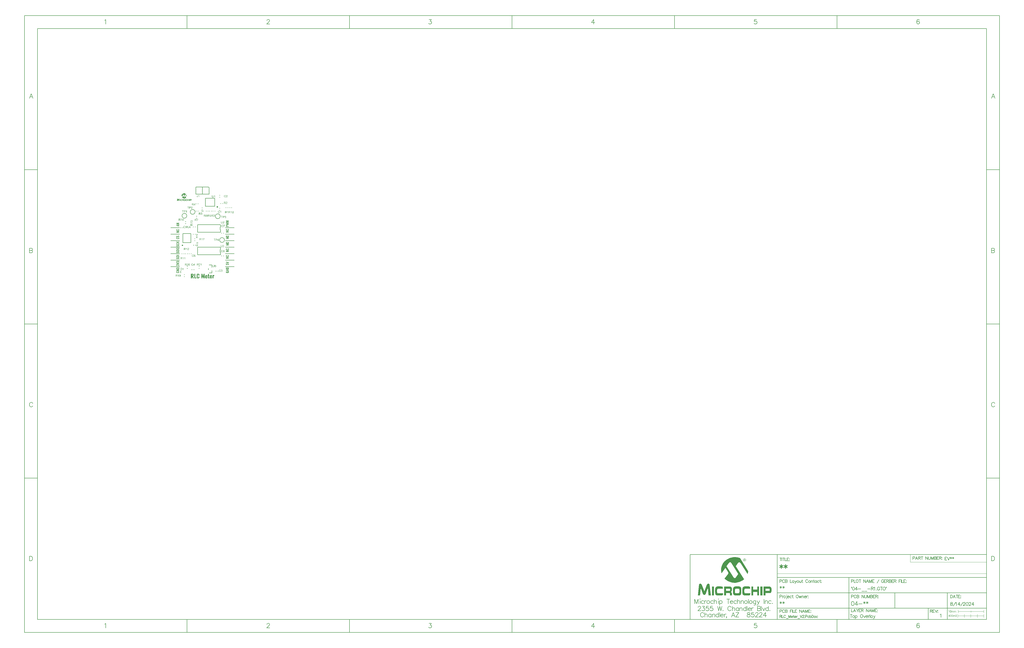
<source format=gto>
G04*
G04 #@! TF.GenerationSoftware,Altium Limited,Altium Designer,24.4.1 (13)*
G04*
G04 Layer_Color=65535*
%FSLAX43Y43*%
%MOMM*%
G71*
G04*
G04 #@! TF.SameCoordinates,2DE5EF95-E663-491B-9A70-27DC17531A01*
G04*
G04*
G04 #@! TF.FilePolarity,Positive*
G04*
G01*
G75*
%ADD10C,0.200*%
%ADD11C,0.152*%
%ADD12C,0.250*%
%ADD13C,0.178*%
%ADD14C,0.150*%
%ADD15C,0.100*%
%ADD16C,0.127*%
%ADD17C,0.180*%
%ADD18C,0.350*%
G36*
X6340Y33676D02*
X6357Y33670D01*
X6379Y33662D01*
X6399Y33651D01*
X6415Y33631D01*
X6426Y33604D01*
X6432Y33570D01*
X6432Y33565D01*
X6429Y33554D01*
X6426Y33534D01*
X6418Y33515D01*
X6407Y33493D01*
X6387Y33476D01*
X6360Y33462D01*
X6324Y33457D01*
X6315Y33457D01*
X6307Y33459D01*
X6296Y33462D01*
X6268Y33470D01*
X6254Y33479D01*
X6240Y33490D01*
X6240Y33493D01*
X6235Y33495D01*
X6224Y33512D01*
X6213Y33537D01*
X6210Y33554D01*
X6207Y33570D01*
X6207Y33573D01*
X6207Y33579D01*
X6210Y33587D01*
X6213Y33595D01*
X6224Y33620D01*
X6232Y33634D01*
X6243Y33645D01*
X6246Y33648D01*
X6249Y33651D01*
X6265Y33662D01*
X6290Y33673D01*
X6307Y33679D01*
X6329Y33679D01*
X6340Y33676D01*
X6340Y33676D02*
G37*
G36*
X21521Y33069D02*
X21531Y33068D01*
X21544Y33066D01*
X21556Y33065D01*
X21571Y33062D01*
X21603Y33055D01*
X21637Y33045D01*
X21655Y33038D01*
X21671Y33030D01*
X21687Y33019D01*
X21703Y33009D01*
X21704Y33008D01*
X21707Y33006D01*
X21711Y33003D01*
X21717Y32997D01*
X21723Y32991D01*
X21731Y32983D01*
X21739Y32974D01*
X21748Y32965D01*
X21758Y32953D01*
X21767Y32939D01*
X21777Y32925D01*
X21786Y32910D01*
X21795Y32893D01*
X21804Y32876D01*
X21811Y32857D01*
X21818Y32837D01*
X21714Y32812D01*
X21714Y32813D01*
X21712Y32816D01*
X21710Y32820D01*
X21708Y32826D01*
X21706Y32833D01*
X21702Y32842D01*
X21693Y32861D01*
X21681Y32882D01*
X21667Y32902D01*
X21650Y32922D01*
X21632Y32939D01*
X21629Y32942D01*
X21622Y32946D01*
X21611Y32952D01*
X21596Y32960D01*
X21576Y32967D01*
X21554Y32974D01*
X21528Y32979D01*
X21499Y32980D01*
X21489Y32980D01*
X21484Y32979D01*
X21476Y32979D01*
X21466Y32978D01*
X21444Y32974D01*
X21420Y32969D01*
X21395Y32961D01*
X21368Y32950D01*
X21344Y32935D01*
X21343Y32935D01*
X21341Y32932D01*
X21333Y32927D01*
X21323Y32917D01*
X21310Y32904D01*
X21295Y32886D01*
X21281Y32867D01*
X21269Y32842D01*
X21257Y32816D01*
X21257Y32815D01*
X21256Y32812D01*
X21255Y32809D01*
X21254Y32803D01*
X21251Y32796D01*
X21249Y32788D01*
X21246Y32768D01*
X21241Y32745D01*
X21236Y32720D01*
X21234Y32692D01*
X21233Y32662D01*
X21233Y32661D01*
X21233Y32657D01*
X21233Y32652D01*
X21233Y32645D01*
X21234Y32637D01*
X21234Y32626D01*
X21235Y32615D01*
X21236Y32602D01*
X21240Y32574D01*
X21246Y32544D01*
X21252Y32514D01*
X21262Y32484D01*
X21262Y32483D01*
X21263Y32481D01*
X21265Y32477D01*
X21267Y32471D01*
X21274Y32457D01*
X21285Y32441D01*
X21298Y32423D01*
X21314Y32403D01*
X21332Y32386D01*
X21354Y32370D01*
X21355Y32370D01*
X21358Y32368D01*
X21361Y32366D01*
X21366Y32364D01*
X21372Y32362D01*
X21378Y32358D01*
X21395Y32351D01*
X21415Y32344D01*
X21439Y32338D01*
X21464Y32334D01*
X21491Y32333D01*
X21499Y32333D01*
X21506Y32334D01*
X21514Y32334D01*
X21522Y32335D01*
X21543Y32340D01*
X21567Y32345D01*
X21591Y32355D01*
X21617Y32367D01*
X21629Y32374D01*
X21641Y32383D01*
X21642Y32385D01*
X21643Y32386D01*
X21647Y32389D01*
X21651Y32393D01*
X21656Y32398D01*
X21662Y32405D01*
X21669Y32412D01*
X21674Y32422D01*
X21681Y32432D01*
X21689Y32444D01*
X21696Y32455D01*
X21703Y32469D01*
X21709Y32484D01*
X21715Y32500D01*
X21721Y32518D01*
X21725Y32536D01*
X21831Y32509D01*
X21831Y32508D01*
X21830Y32504D01*
X21828Y32497D01*
X21825Y32487D01*
X21821Y32477D01*
X21816Y32464D01*
X21811Y32451D01*
X21804Y32435D01*
X21788Y32403D01*
X21767Y32371D01*
X21754Y32355D01*
X21741Y32338D01*
X21727Y32325D01*
X21711Y32311D01*
X21710Y32310D01*
X21708Y32307D01*
X21702Y32305D01*
X21696Y32300D01*
X21687Y32294D01*
X21678Y32289D01*
X21665Y32283D01*
X21652Y32277D01*
X21637Y32270D01*
X21621Y32264D01*
X21604Y32259D01*
X21585Y32253D01*
X21566Y32248D01*
X21545Y32246D01*
X21523Y32244D01*
X21500Y32242D01*
X21487Y32242D01*
X21478Y32244D01*
X21467Y32244D01*
X21455Y32245D01*
X21441Y32247D01*
X21425Y32249D01*
X21391Y32255D01*
X21356Y32264D01*
X21322Y32277D01*
X21306Y32285D01*
X21289Y32294D01*
X21288Y32296D01*
X21286Y32297D01*
X21281Y32300D01*
X21277Y32305D01*
X21270Y32310D01*
X21262Y32316D01*
X21252Y32325D01*
X21243Y32334D01*
X21234Y32344D01*
X21224Y32355D01*
X21203Y32381D01*
X21183Y32412D01*
X21166Y32447D01*
X21166Y32448D01*
X21163Y32452D01*
X21162Y32457D01*
X21159Y32464D01*
X21157Y32474D01*
X21153Y32485D01*
X21148Y32498D01*
X21145Y32512D01*
X21142Y32527D01*
X21137Y32544D01*
X21131Y32580D01*
X21126Y32620D01*
X21124Y32662D01*
X21124Y32663D01*
X21124Y32668D01*
X21124Y32675D01*
X21125Y32683D01*
X21125Y32694D01*
X21126Y32706D01*
X21128Y32721D01*
X21130Y32736D01*
X21136Y32769D01*
X21144Y32806D01*
X21155Y32843D01*
X21172Y32879D01*
X21173Y32880D01*
X21174Y32884D01*
X21176Y32889D01*
X21181Y32894D01*
X21185Y32902D01*
X21191Y32912D01*
X21206Y32932D01*
X21226Y32956D01*
X21249Y32979D01*
X21276Y33002D01*
X21307Y33021D01*
X21308Y33023D01*
X21311Y33024D01*
X21316Y33026D01*
X21322Y33030D01*
X21331Y33033D01*
X21340Y33036D01*
X21352Y33041D01*
X21365Y33046D01*
X21378Y33050D01*
X21393Y33055D01*
X21426Y33062D01*
X21463Y33068D01*
X21501Y33070D01*
X21513Y33070D01*
X21521Y33069D01*
X21521Y33069D02*
G37*
G36*
X5630Y33773D02*
X5652Y33770D01*
X5680Y33770D01*
X5707Y33765D01*
X5771Y33756D01*
X5841Y33740D01*
X5910Y33720D01*
X5979Y33692D01*
X6601Y32701D01*
X6601Y32699D01*
X6601Y32693D01*
X6598Y32682D01*
X6598Y32671D01*
X6596Y32654D01*
X6593Y32635D01*
X6585Y32593D01*
X6585Y32590D01*
X6582Y32582D01*
X6579Y32571D01*
X6576Y32557D01*
X6571Y32538D01*
X6565Y32518D01*
X6551Y32471D01*
X6010Y33318D01*
X6007Y33320D01*
X6004Y33329D01*
X5993Y33340D01*
X5982Y33351D01*
X5968Y33362D01*
X5952Y33373D01*
X5935Y33382D01*
X5913Y33384D01*
X5904Y33384D01*
X5896Y33382D01*
X5885Y33376D01*
X5871Y33368D01*
X5854Y33357D01*
X5841Y33343D01*
X5824Y33320D01*
X5643Y33073D01*
X6279Y32071D01*
X6276Y32068D01*
X6265Y32060D01*
X6249Y32046D01*
X6226Y32030D01*
X6196Y32007D01*
X6160Y31985D01*
X6121Y31960D01*
X6074Y31935D01*
X6024Y31910D01*
X5965Y31885D01*
X5907Y31863D01*
X5841Y31841D01*
X5771Y31824D01*
X5699Y31810D01*
X5624Y31802D01*
X5544Y31799D01*
X5524Y31799D01*
X5502Y31802D01*
X5471Y31805D01*
X5432Y31810D01*
X5388Y31816D01*
X5341Y31827D01*
X5285Y31841D01*
X5230Y31857D01*
X5169Y31880D01*
X5105Y31905D01*
X5041Y31935D01*
X4977Y31974D01*
X4913Y32016D01*
X4852Y32066D01*
X4791Y32124D01*
X5060Y32496D01*
X5063Y32499D01*
X5066Y32510D01*
X5072Y32526D01*
X5074Y32540D01*
X5077Y32557D01*
X5077Y32563D01*
X5074Y32576D01*
X5066Y32601D01*
X5049Y32632D01*
X4849Y32946D01*
X4552Y32532D01*
X4552Y32535D01*
X4550Y32538D01*
X4547Y32554D01*
X4541Y32579D01*
X4536Y32613D01*
X4527Y32654D01*
X4522Y32699D01*
X4519Y32751D01*
X4516Y32804D01*
X4516Y32810D01*
X4516Y32821D01*
X4519Y32843D01*
X4522Y32868D01*
X4525Y32901D01*
X4530Y32940D01*
X4541Y32985D01*
X4552Y33032D01*
X4566Y33082D01*
X4586Y33137D01*
X4611Y33193D01*
X4636Y33248D01*
X4669Y33304D01*
X4708Y33362D01*
X4752Y33418D01*
X4802Y33470D01*
X4805Y33473D01*
X4816Y33484D01*
X4833Y33498D01*
X4858Y33518D01*
X4888Y33543D01*
X4924Y33568D01*
X4966Y33595D01*
X5013Y33623D01*
X5066Y33651D01*
X5124Y33679D01*
X5188Y33706D01*
X5255Y33729D01*
X5327Y33748D01*
X5405Y33762D01*
X5485Y33773D01*
X5571Y33776D01*
X5610Y33776D01*
X5630Y33773D01*
X5630Y33773D02*
G37*
G36*
X10916Y32600D02*
X10916Y32599D01*
X10916Y32596D01*
X10916Y32591D01*
X10916Y32584D01*
X10915Y32575D01*
X10915Y32566D01*
X10913Y32544D01*
X10910Y32518D01*
X10906Y32492D01*
X10899Y32467D01*
X10891Y32444D01*
X10891Y32443D01*
X10890Y32442D01*
X10886Y32435D01*
X10880Y32426D01*
X10872Y32413D01*
X10861Y32400D01*
X10848Y32386D01*
X10832Y32373D01*
X10813Y32361D01*
X10811Y32360D01*
X10804Y32356D01*
X10794Y32352D01*
X10779Y32347D01*
X10760Y32341D01*
X10739Y32337D01*
X10716Y32333D01*
X10691Y32332D01*
X10680Y32332D01*
X10674Y32333D01*
X10664Y32334D01*
X10655Y32336D01*
X10631Y32340D01*
X10605Y32347D01*
X10579Y32357D01*
X10565Y32364D01*
X10552Y32373D01*
X10541Y32382D01*
X10529Y32392D01*
X10528Y32393D01*
X10527Y32394D01*
X10524Y32399D01*
X10521Y32404D01*
X10516Y32409D01*
X10512Y32418D01*
X10507Y32427D01*
X10501Y32437D01*
X10497Y32449D01*
X10492Y32463D01*
X10487Y32477D01*
X10483Y32493D01*
X10481Y32510D01*
X10477Y32530D01*
X10476Y32549D01*
X10476Y32571D01*
X10572Y32585D01*
X10572Y32584D01*
X10572Y32582D01*
X10572Y32577D01*
X10573Y32570D01*
X10574Y32563D01*
X10574Y32555D01*
X10578Y32535D01*
X10581Y32515D01*
X10588Y32494D01*
X10595Y32475D01*
X10600Y32467D01*
X10605Y32460D01*
X10606Y32459D01*
X10611Y32456D01*
X10618Y32450D01*
X10627Y32444D01*
X10640Y32437D01*
X10654Y32433D01*
X10671Y32428D01*
X10690Y32427D01*
X10697Y32427D01*
X10704Y32428D01*
X10714Y32429D01*
X10724Y32431D01*
X10736Y32434D01*
X10747Y32438D01*
X10759Y32444D01*
X10760Y32445D01*
X10764Y32448D01*
X10768Y32452D01*
X10775Y32457D01*
X10781Y32465D01*
X10788Y32473D01*
X10794Y32482D01*
X10798Y32494D01*
X10798Y32495D01*
X10801Y32500D01*
X10802Y32508D01*
X10804Y32518D01*
X10806Y32532D01*
X10808Y32549D01*
X10810Y32570D01*
X10810Y32594D01*
X10810Y33146D01*
X10916Y33146D01*
X10916Y32600D01*
X10916Y32600D02*
G37*
G36*
X11419Y32346D02*
X11321Y32346D01*
X11321Y32971D01*
X11320Y32970D01*
X11314Y32965D01*
X11307Y32958D01*
X11295Y32950D01*
X11283Y32940D01*
X11266Y32928D01*
X11248Y32916D01*
X11227Y32903D01*
X11226Y32903D01*
X11225Y32902D01*
X11218Y32897D01*
X11206Y32891D01*
X11192Y32884D01*
X11176Y32876D01*
X11159Y32868D01*
X11142Y32860D01*
X11124Y32853D01*
X11124Y32948D01*
X11125Y32948D01*
X11128Y32950D01*
X11132Y32952D01*
X11138Y32955D01*
X11145Y32958D01*
X11153Y32963D01*
X11173Y32975D01*
X11196Y32987D01*
X11219Y33004D01*
X11243Y33022D01*
X11268Y33042D01*
X11269Y33043D01*
X11270Y33044D01*
X11273Y33047D01*
X11278Y33051D01*
X11288Y33062D01*
X11302Y33076D01*
X11316Y33093D01*
X11331Y33111D01*
X11344Y33129D01*
X11355Y33149D01*
X11419Y33149D01*
X11419Y32346D01*
X11419Y32346D02*
G37*
G36*
X22206Y33058D02*
X22215Y33057D01*
X22227Y33056D01*
X22239Y33054D01*
X22252Y33051D01*
X22282Y33043D01*
X22312Y33032D01*
X22327Y33025D01*
X22342Y33017D01*
X22356Y33006D01*
X22369Y32995D01*
X22370Y32994D01*
X22372Y32993D01*
X22375Y32988D01*
X22379Y32983D01*
X22385Y32978D01*
X22391Y32969D01*
X22397Y32961D01*
X22404Y32951D01*
X22415Y32929D01*
X22427Y32901D01*
X22431Y32887D01*
X22434Y32871D01*
X22436Y32855D01*
X22437Y32838D01*
X22437Y32835D01*
X22437Y32830D01*
X22436Y32820D01*
X22435Y32808D01*
X22432Y32794D01*
X22428Y32778D01*
X22423Y32760D01*
X22416Y32743D01*
X22415Y32741D01*
X22413Y32735D01*
X22408Y32726D01*
X22401Y32713D01*
X22392Y32699D01*
X22380Y32682D01*
X22367Y32664D01*
X22350Y32645D01*
X22348Y32642D01*
X22342Y32635D01*
X22337Y32630D01*
X22331Y32624D01*
X22324Y32617D01*
X22315Y32608D01*
X22305Y32598D01*
X22294Y32588D01*
X22282Y32576D01*
X22268Y32564D01*
X22253Y32551D01*
X22237Y32536D01*
X22219Y32521D01*
X22200Y32505D01*
X22199Y32504D01*
X22197Y32501D01*
X22192Y32498D01*
X22186Y32493D01*
X22179Y32486D01*
X22171Y32479D01*
X22153Y32464D01*
X22133Y32447D01*
X22115Y32430D01*
X22098Y32415D01*
X22092Y32409D01*
X22086Y32403D01*
X22085Y32402D01*
X22081Y32398D01*
X22076Y32394D01*
X22071Y32387D01*
X22065Y32379D01*
X22058Y32371D01*
X22044Y32351D01*
X22438Y32351D01*
X22438Y32256D01*
X21908Y32256D01*
X21908Y32257D01*
X21908Y32262D01*
X21908Y32269D01*
X21909Y32278D01*
X21910Y32289D01*
X21912Y32300D01*
X21915Y32312D01*
X21919Y32325D01*
X21919Y32326D01*
X21920Y32327D01*
X21923Y32334D01*
X21927Y32344D01*
X21934Y32358D01*
X21944Y32374D01*
X21955Y32393D01*
X21968Y32411D01*
X21984Y32431D01*
X21984Y32432D01*
X21986Y32433D01*
X21992Y32440D01*
X22003Y32451D01*
X22018Y32466D01*
X22035Y32483D01*
X22057Y32504D01*
X22083Y32527D01*
X22112Y32551D01*
X22113Y32552D01*
X22118Y32556D01*
X22125Y32561D01*
X22133Y32568D01*
X22144Y32578D01*
X22156Y32588D01*
X22169Y32600D01*
X22184Y32612D01*
X22213Y32640D01*
X22242Y32668D01*
X22256Y32682D01*
X22268Y32696D01*
X22280Y32708D01*
X22289Y32721D01*
X22289Y32722D01*
X22291Y32723D01*
X22294Y32727D01*
X22296Y32731D01*
X22304Y32744D01*
X22313Y32759D01*
X22322Y32778D01*
X22330Y32797D01*
X22334Y32819D01*
X22337Y32840D01*
X22337Y32841D01*
X22337Y32842D01*
X22335Y32849D01*
X22334Y32861D01*
X22331Y32873D01*
X22326Y32890D01*
X22318Y32906D01*
X22308Y32922D01*
X22294Y32938D01*
X22291Y32941D01*
X22286Y32945D01*
X22278Y32951D01*
X22265Y32959D01*
X22249Y32966D01*
X22230Y32973D01*
X22208Y32978D01*
X22184Y32979D01*
X22177Y32979D01*
X22172Y32978D01*
X22159Y32976D01*
X22142Y32973D01*
X22125Y32968D01*
X22105Y32960D01*
X22087Y32950D01*
X22070Y32936D01*
X22067Y32934D01*
X22063Y32928D01*
X22056Y32919D01*
X22049Y32905D01*
X22041Y32889D01*
X22034Y32868D01*
X22029Y32845D01*
X22027Y32818D01*
X21926Y32828D01*
X21926Y32830D01*
X21927Y32833D01*
X21927Y32839D01*
X21929Y32847D01*
X21931Y32856D01*
X21933Y32867D01*
X21937Y32879D01*
X21940Y32892D01*
X21949Y32920D01*
X21963Y32947D01*
X21971Y32961D01*
X21982Y32975D01*
X21992Y32988D01*
X22004Y32999D01*
X22005Y33001D01*
X22007Y33002D01*
X22011Y33005D01*
X22016Y33009D01*
X22023Y33013D01*
X22031Y33018D01*
X22041Y33024D01*
X22052Y33030D01*
X22065Y33035D01*
X22079Y33041D01*
X22094Y33046D01*
X22110Y33050D01*
X22127Y33054D01*
X22146Y33057D01*
X22165Y33058D01*
X22186Y33060D01*
X22198Y33060D01*
X22206Y33058D01*
X22206Y33058D02*
G37*
G36*
X17042Y32472D02*
X17042Y32471D01*
X17042Y32466D01*
X17042Y32460D01*
X17042Y32452D01*
X17041Y32442D01*
X17041Y32430D01*
X17040Y32417D01*
X17038Y32403D01*
X17035Y32371D01*
X17030Y32339D01*
X17023Y32308D01*
X17019Y32293D01*
X17014Y32279D01*
X17014Y32278D01*
X17013Y32276D01*
X17011Y32272D01*
X17008Y32267D01*
X17001Y32255D01*
X16991Y32239D01*
X16977Y32220D01*
X16961Y32202D01*
X16940Y32182D01*
X16915Y32165D01*
X16914Y32165D01*
X16911Y32162D01*
X16908Y32161D01*
X16902Y32158D01*
X16895Y32154D01*
X16886Y32151D01*
X16877Y32147D01*
X16865Y32143D01*
X16852Y32138D01*
X16838Y32135D01*
X16823Y32131D01*
X16806Y32128D01*
X16789Y32125D01*
X16770Y32123D01*
X16729Y32121D01*
X16718Y32121D01*
X16710Y32122D01*
X16701Y32122D01*
X16689Y32123D01*
X16677Y32124D01*
X16664Y32125D01*
X16635Y32130D01*
X16604Y32137D01*
X16574Y32146D01*
X16545Y32159D01*
X16544Y32159D01*
X16541Y32161D01*
X16538Y32163D01*
X16533Y32166D01*
X16521Y32175D01*
X16506Y32188D01*
X16488Y32204D01*
X16472Y32222D01*
X16456Y32245D01*
X16443Y32271D01*
X16443Y32272D01*
X16442Y32274D01*
X16441Y32279D01*
X16439Y32285D01*
X16436Y32292D01*
X16434Y32301D01*
X16430Y32311D01*
X16428Y32324D01*
X16426Y32338D01*
X16422Y32353D01*
X16420Y32369D01*
X16418Y32386D01*
X16415Y32406D01*
X16414Y32427D01*
X16413Y32449D01*
X16413Y32472D01*
X16413Y32934D01*
X16519Y32934D01*
X16519Y32472D01*
X16519Y32471D01*
X16519Y32467D01*
X16519Y32462D01*
X16519Y32455D01*
X16521Y32447D01*
X16521Y32436D01*
X16522Y32414D01*
X16524Y32389D01*
X16528Y32363D01*
X16532Y32339D01*
X16535Y32329D01*
X16538Y32318D01*
X16539Y32316D01*
X16541Y32310D01*
X16547Y32302D01*
X16554Y32291D01*
X16562Y32279D01*
X16574Y32266D01*
X16588Y32254D01*
X16604Y32243D01*
X16606Y32242D01*
X16612Y32239D01*
X16622Y32235D01*
X16636Y32230D01*
X16652Y32225D01*
X16673Y32221D01*
X16695Y32218D01*
X16719Y32217D01*
X16731Y32217D01*
X16738Y32218D01*
X16748Y32218D01*
X16759Y32219D01*
X16784Y32224D01*
X16812Y32229D01*
X16838Y32239D01*
X16864Y32251D01*
X16875Y32259D01*
X16886Y32269D01*
X16887Y32270D01*
X16888Y32271D01*
X16890Y32274D01*
X16894Y32279D01*
X16897Y32286D01*
X16902Y32293D01*
X16907Y32303D01*
X16911Y32314D01*
X16916Y32326D01*
X16919Y32341D01*
X16924Y32359D01*
X16927Y32377D01*
X16931Y32398D01*
X16933Y32420D01*
X16936Y32445D01*
X16936Y32472D01*
X16936Y32934D01*
X17042Y32934D01*
X17042Y32472D01*
X17042Y32472D02*
G37*
G36*
X17548Y32135D02*
X17450Y32135D01*
X17450Y32760D01*
X17449Y32759D01*
X17443Y32754D01*
X17436Y32747D01*
X17424Y32739D01*
X17412Y32729D01*
X17396Y32717D01*
X17377Y32704D01*
X17356Y32692D01*
X17355Y32692D01*
X17354Y32690D01*
X17347Y32686D01*
X17335Y32680D01*
X17322Y32673D01*
X17305Y32665D01*
X17288Y32657D01*
X17271Y32649D01*
X17253Y32642D01*
X17253Y32737D01*
X17255Y32737D01*
X17257Y32739D01*
X17261Y32740D01*
X17267Y32744D01*
X17274Y32747D01*
X17282Y32752D01*
X17302Y32763D01*
X17325Y32776D01*
X17348Y32792D01*
X17372Y32811D01*
X17397Y32830D01*
X17398Y32831D01*
X17399Y32833D01*
X17402Y32836D01*
X17407Y32840D01*
X17417Y32851D01*
X17431Y32865D01*
X17445Y32881D01*
X17460Y32900D01*
X17473Y32918D01*
X17484Y32938D01*
X17548Y32938D01*
X17548Y32135D01*
X17548Y32135D02*
G37*
G36*
X6662Y31519D02*
X6676Y31516D01*
X6687Y31513D01*
X6690Y31513D01*
X6696Y31510D01*
X6715Y31502D01*
X6726Y31491D01*
X6735Y31480D01*
X6743Y31466D01*
X6748Y31447D01*
X6748Y31444D01*
X6751Y31441D01*
X6751Y31433D01*
X6754Y31419D01*
X6754Y31405D01*
X6757Y31385D01*
X6757Y31363D01*
X6757Y31338D01*
X6385Y31347D01*
X6382Y31347D01*
X6371Y31344D01*
X6357Y31341D01*
X6343Y31330D01*
X6326Y31316D01*
X6313Y31291D01*
X6307Y31274D01*
X6301Y31255D01*
X6299Y31236D01*
X6299Y31211D01*
X6299Y31136D01*
X6299Y31133D01*
X6299Y31130D01*
X6301Y31113D01*
X6304Y31094D01*
X6310Y31069D01*
X6318Y31044D01*
X6335Y31022D01*
X6354Y31005D01*
X6368Y31002D01*
X6382Y31000D01*
X6762Y31000D01*
X6762Y30994D01*
X6762Y30983D01*
X6762Y30963D01*
X6760Y30941D01*
X6757Y30919D01*
X6754Y30897D01*
X6748Y30877D01*
X6740Y30864D01*
X6740Y30861D01*
X6735Y30858D01*
X6726Y30852D01*
X6715Y30847D01*
X6698Y30839D01*
X6676Y30833D01*
X6648Y30830D01*
X6615Y30827D01*
X6338Y30827D01*
X6315Y30830D01*
X6288Y30836D01*
X6260Y30844D01*
X6229Y30858D01*
X6204Y30875D01*
X6185Y30900D01*
X6185Y30902D01*
X6179Y30911D01*
X6174Y30925D01*
X6168Y30941D01*
X6163Y30966D01*
X6157Y30994D01*
X6154Y31030D01*
X6152Y31069D01*
X6152Y31274D01*
X6152Y31277D01*
X6152Y31283D01*
X6152Y31291D01*
X6154Y31302D01*
X6157Y31330D01*
X6163Y31366D01*
X6171Y31402D01*
X6188Y31438D01*
X6207Y31469D01*
X6221Y31483D01*
X6235Y31494D01*
X6238Y31494D01*
X6243Y31499D01*
X6251Y31502D01*
X6265Y31508D01*
X6282Y31513D01*
X6304Y31516D01*
X6329Y31521D01*
X6629Y31521D01*
X6662Y31519D01*
X6662Y31519D02*
G37*
G36*
X7434Y30833D02*
X7293Y30833D01*
X7293Y31091D01*
X6984Y31091D01*
X6984Y30833D01*
X6851Y30833D01*
X6851Y31513D01*
X6984Y31513D01*
X6984Y31274D01*
X7293Y31274D01*
X7293Y31513D01*
X7434Y31513D01*
X7434Y30833D01*
X7434Y30833D02*
G37*
G36*
X3559Y31735D02*
X3572Y31732D01*
X3589Y31724D01*
X3603Y31713D01*
X3617Y31694D01*
X3631Y31669D01*
X3636Y31633D01*
X3728Y30833D01*
X3556Y30833D01*
X3509Y31408D01*
X3506Y31408D01*
X3331Y30947D01*
X3331Y30944D01*
X3325Y30936D01*
X3317Y30922D01*
X3306Y30908D01*
X3292Y30894D01*
X3275Y30880D01*
X3256Y30872D01*
X3231Y30869D01*
X3220Y30869D01*
X3206Y30875D01*
X3189Y30880D01*
X3170Y30889D01*
X3153Y30902D01*
X3139Y30922D01*
X3125Y30947D01*
X2951Y31399D01*
X2948Y31399D01*
X2898Y30833D01*
X2731Y30833D01*
X2817Y31641D01*
X2817Y31646D01*
X2820Y31658D01*
X2826Y31671D01*
X2834Y31691D01*
X2845Y31707D01*
X2862Y31724D01*
X2884Y31735D01*
X2909Y31738D01*
X2923Y31738D01*
X2939Y31732D01*
X2959Y31727D01*
X2978Y31716D01*
X3000Y31699D01*
X3017Y31677D01*
X3034Y31646D01*
X3228Y31152D01*
X3231Y31152D01*
X3425Y31646D01*
X3428Y31649D01*
X3431Y31660D01*
X3442Y31674D01*
X3453Y31694D01*
X3470Y31710D01*
X3492Y31724D01*
X3517Y31735D01*
X3547Y31738D01*
X3550Y31738D01*
X3559Y31735D01*
X3559Y31735D02*
G37*
G36*
X8248Y31510D02*
X8270Y31508D01*
X8295Y31499D01*
X8323Y31485D01*
X8347Y31466D01*
X8370Y31438D01*
X8386Y31399D01*
X8386Y31397D01*
X8389Y31391D01*
X8389Y31380D01*
X8392Y31366D01*
X8395Y31349D01*
X8395Y31330D01*
X8397Y31305D01*
X8397Y31280D01*
X8397Y31227D01*
X8397Y31222D01*
X8397Y31208D01*
X8395Y31186D01*
X8392Y31161D01*
X8386Y31130D01*
X8381Y31099D01*
X8370Y31074D01*
X8356Y31050D01*
X8356Y31047D01*
X8350Y31044D01*
X8342Y31036D01*
X8334Y31027D01*
X8320Y31019D01*
X8303Y31013D01*
X8286Y31008D01*
X8264Y31005D01*
X7926Y31005D01*
X7926Y30833D01*
X7787Y30833D01*
X7787Y31513D01*
X8234Y31513D01*
X8248Y31510D01*
X8248Y31510D02*
G37*
G36*
X7695Y30833D02*
X7534Y30833D01*
X7534Y31513D01*
X7695Y31513D01*
X7695Y30833D01*
X7695Y30833D02*
G37*
G36*
X5235Y31510D02*
X5258Y31502D01*
X5283Y31488D01*
X5294Y31477D01*
X5308Y31463D01*
X5319Y31447D01*
X5327Y31427D01*
X5338Y31405D01*
X5344Y31377D01*
X5346Y31347D01*
X5349Y31310D01*
X5349Y31269D01*
X5349Y31266D01*
X5349Y31263D01*
X5349Y31247D01*
X5346Y31222D01*
X5341Y31194D01*
X5330Y31166D01*
X5316Y31138D01*
X5296Y31116D01*
X5271Y31099D01*
X5271Y31097D01*
X5274Y31097D01*
X5283Y31091D01*
X5296Y31083D01*
X5310Y31069D01*
X5324Y31050D01*
X5338Y31025D01*
X5346Y30991D01*
X5349Y30947D01*
X5349Y30833D01*
X5205Y30833D01*
X5205Y30913D01*
X5205Y30916D01*
X5205Y30922D01*
X5205Y30933D01*
X5205Y30944D01*
X5202Y30966D01*
X5202Y30977D01*
X5199Y30986D01*
X5196Y30988D01*
X5188Y31000D01*
X5174Y31008D01*
X5149Y31011D01*
X4897Y31011D01*
X4897Y30833D01*
X4752Y30833D01*
X4752Y31513D01*
X5219Y31513D01*
X5235Y31510D01*
X5235Y31510D02*
G37*
G36*
X3972Y30833D02*
X3814Y30833D01*
X3814Y31513D01*
X3972Y31513D01*
X3972Y30833D01*
X3972Y30833D02*
G37*
G36*
X5910Y31519D02*
X5935Y31513D01*
X5960Y31508D01*
X5988Y31496D01*
X6010Y31480D01*
X6029Y31460D01*
X6032Y31458D01*
X6038Y31449D01*
X6043Y31435D01*
X6052Y31416D01*
X6060Y31388D01*
X6068Y31358D01*
X6071Y31322D01*
X6074Y31277D01*
X6074Y31072D01*
X6074Y31069D01*
X6074Y31063D01*
X6074Y31055D01*
X6071Y31041D01*
X6068Y31011D01*
X6063Y30972D01*
X6049Y30933D01*
X6032Y30894D01*
X6007Y30864D01*
X5990Y30850D01*
X5974Y30841D01*
X5971Y30841D01*
X5965Y30839D01*
X5957Y30836D01*
X5946Y30836D01*
X5932Y30833D01*
X5916Y30830D01*
X5871Y30827D01*
X5621Y30827D01*
X5599Y30830D01*
X5574Y30836D01*
X5546Y30844D01*
X5519Y30855D01*
X5494Y30872D01*
X5471Y30894D01*
X5469Y30897D01*
X5466Y30905D01*
X5460Y30919D01*
X5455Y30938D01*
X5446Y30961D01*
X5441Y30991D01*
X5438Y31030D01*
X5435Y31072D01*
X5435Y31277D01*
X5435Y31280D01*
X5435Y31285D01*
X5435Y31297D01*
X5438Y31310D01*
X5441Y31344D01*
X5449Y31383D01*
X5463Y31424D01*
X5485Y31460D01*
X5499Y31477D01*
X5513Y31491D01*
X5532Y31502D01*
X5552Y31510D01*
X5555Y31510D01*
X5557Y31513D01*
X5566Y31513D01*
X5577Y31516D01*
X5605Y31519D01*
X5641Y31521D01*
X5891Y31521D01*
X5910Y31519D01*
X5910Y31519D02*
G37*
G36*
X4519Y31519D02*
X4552Y31519D01*
X4583Y31516D01*
X4608Y31510D01*
X4616Y31508D01*
X4622Y31505D01*
X4625Y31505D01*
X4627Y31499D01*
X4633Y31491D01*
X4641Y31477D01*
X4650Y31458D01*
X4655Y31430D01*
X4658Y31394D01*
X4661Y31347D01*
X4286Y31347D01*
X4269Y31344D01*
X4250Y31335D01*
X4230Y31319D01*
X4228Y31313D01*
X4225Y31308D01*
X4219Y31297D01*
X4216Y31283D01*
X4211Y31263D01*
X4208Y31238D01*
X4208Y31211D01*
X4208Y31136D01*
X4208Y31133D01*
X4208Y31122D01*
X4208Y31108D01*
X4211Y31094D01*
X4214Y31058D01*
X4216Y31044D01*
X4219Y31033D01*
X4222Y31027D01*
X4233Y31016D01*
X4244Y31011D01*
X4255Y31005D01*
X4272Y31002D01*
X4289Y31000D01*
X4669Y31000D01*
X4669Y30994D01*
X4669Y30983D01*
X4669Y30966D01*
X4666Y30947D01*
X4661Y30902D01*
X4655Y30883D01*
X4650Y30869D01*
X4650Y30866D01*
X4644Y30864D01*
X4636Y30855D01*
X4625Y30850D01*
X4605Y30841D01*
X4583Y30833D01*
X4555Y30830D01*
X4522Y30827D01*
X4247Y30827D01*
X4228Y30830D01*
X4203Y30836D01*
X4175Y30841D01*
X4147Y30850D01*
X4122Y30864D01*
X4103Y30883D01*
X4100Y30886D01*
X4097Y30894D01*
X4089Y30908D01*
X4080Y30927D01*
X4072Y30952D01*
X4067Y30986D01*
X4061Y31025D01*
X4058Y31072D01*
X4058Y31277D01*
X4058Y31280D01*
X4058Y31285D01*
X4058Y31297D01*
X4061Y31310D01*
X4067Y31347D01*
X4075Y31388D01*
X4092Y31430D01*
X4117Y31469D01*
X4133Y31485D01*
X4153Y31499D01*
X4172Y31510D01*
X4197Y31516D01*
X4203Y31516D01*
X4216Y31519D01*
X4239Y31521D01*
X4486Y31521D01*
X4519Y31519D01*
X4519Y31519D02*
G37*
G36*
X22139Y30466D02*
X22148Y30465D01*
X22160Y30464D01*
X22172Y30461D01*
X22185Y30459D01*
X22215Y30451D01*
X22245Y30439D01*
X22260Y30432D01*
X22275Y30424D01*
X22289Y30414D01*
X22302Y30402D01*
X22303Y30401D01*
X22305Y30400D01*
X22308Y30395D01*
X22312Y30391D01*
X22318Y30385D01*
X22324Y30377D01*
X22330Y30369D01*
X22337Y30358D01*
X22348Y30336D01*
X22360Y30309D01*
X22364Y30295D01*
X22367Y30279D01*
X22369Y30262D01*
X22370Y30245D01*
X22370Y30243D01*
X22370Y30237D01*
X22369Y30228D01*
X22368Y30215D01*
X22365Y30201D01*
X22361Y30185D01*
X22356Y30168D01*
X22349Y30150D01*
X22348Y30148D01*
X22346Y30142D01*
X22341Y30133D01*
X22334Y30120D01*
X22325Y30106D01*
X22313Y30089D01*
X22300Y30072D01*
X22283Y30052D01*
X22281Y30050D01*
X22275Y30043D01*
X22270Y30037D01*
X22264Y30031D01*
X22257Y30024D01*
X22248Y30015D01*
X22238Y30006D01*
X22227Y29996D01*
X22215Y29984D01*
X22201Y29971D01*
X22186Y29959D01*
X22170Y29943D01*
X22152Y29928D01*
X22133Y29912D01*
X22132Y29911D01*
X22130Y29909D01*
X22125Y29905D01*
X22119Y29901D01*
X22112Y29894D01*
X22104Y29887D01*
X22086Y29872D01*
X22066Y29854D01*
X22048Y29837D01*
X22031Y29822D01*
X22025Y29816D01*
X22019Y29811D01*
X22018Y29809D01*
X22014Y29806D01*
X22010Y29801D01*
X22004Y29794D01*
X21998Y29786D01*
X21991Y29778D01*
X21977Y29759D01*
X22371Y29759D01*
X22371Y29664D01*
X21841Y29664D01*
X21841Y29665D01*
X21841Y29670D01*
X21841Y29677D01*
X21842Y29686D01*
X21843Y29696D01*
X21845Y29708D01*
X21848Y29719D01*
X21852Y29732D01*
X21852Y29733D01*
X21853Y29734D01*
X21856Y29741D01*
X21860Y29752D01*
X21867Y29766D01*
X21877Y29782D01*
X21888Y29800D01*
X21901Y29819D01*
X21917Y29838D01*
X21917Y29839D01*
X21919Y29841D01*
X21925Y29848D01*
X21936Y29858D01*
X21951Y29873D01*
X21968Y29890D01*
X21990Y29911D01*
X22016Y29934D01*
X22045Y29959D01*
X22046Y29960D01*
X22051Y29963D01*
X22058Y29969D01*
X22066Y29976D01*
X22077Y29985D01*
X22089Y29996D01*
X22102Y30007D01*
X22117Y30020D01*
X22146Y30048D01*
X22175Y30075D01*
X22189Y30089D01*
X22201Y30103D01*
X22213Y30116D01*
X22222Y30128D01*
X22222Y30130D01*
X22224Y30131D01*
X22227Y30134D01*
X22229Y30139D01*
X22237Y30152D01*
X22246Y30167D01*
X22255Y30185D01*
X22263Y30205D01*
X22267Y30227D01*
X22270Y30247D01*
X22270Y30249D01*
X22270Y30250D01*
X22268Y30257D01*
X22267Y30268D01*
X22264Y30281D01*
X22259Y30297D01*
X22251Y30313D01*
X22241Y30330D01*
X22227Y30346D01*
X22224Y30348D01*
X22219Y30353D01*
X22211Y30358D01*
X22198Y30366D01*
X22182Y30373D01*
X22163Y30380D01*
X22141Y30385D01*
X22117Y30386D01*
X22110Y30386D01*
X22105Y30385D01*
X22092Y30384D01*
X22075Y30380D01*
X22058Y30376D01*
X22038Y30368D01*
X22020Y30357D01*
X22003Y30343D01*
X22000Y30341D01*
X21996Y30335D01*
X21989Y30326D01*
X21982Y30312D01*
X21974Y30296D01*
X21967Y30275D01*
X21962Y30252D01*
X21960Y30225D01*
X21859Y30236D01*
X21859Y30237D01*
X21860Y30241D01*
X21860Y30246D01*
X21862Y30254D01*
X21864Y30264D01*
X21866Y30274D01*
X21870Y30287D01*
X21873Y30299D01*
X21882Y30327D01*
X21896Y30355D01*
X21904Y30369D01*
X21915Y30383D01*
X21925Y30395D01*
X21937Y30407D01*
X21938Y30408D01*
X21940Y30409D01*
X21944Y30413D01*
X21949Y30416D01*
X21956Y30421D01*
X21964Y30425D01*
X21974Y30431D01*
X21985Y30437D01*
X21998Y30443D01*
X22012Y30449D01*
X22027Y30453D01*
X22043Y30458D01*
X22060Y30461D01*
X22079Y30465D01*
X22098Y30466D01*
X22119Y30467D01*
X22131Y30467D01*
X22139Y30466D01*
X22139Y30466D02*
G37*
G36*
X21470Y30462D02*
X21480Y30462D01*
X21504Y30461D01*
X21530Y30458D01*
X21558Y30454D01*
X21583Y30449D01*
X21596Y30445D01*
X21606Y30442D01*
X21607Y30442D01*
X21608Y30440D01*
X21615Y30437D01*
X21626Y30432D01*
X21639Y30424D01*
X21652Y30414D01*
X21667Y30400D01*
X21681Y30384D01*
X21695Y30365D01*
X21695Y30364D01*
X21696Y30363D01*
X21701Y30356D01*
X21706Y30345D01*
X21712Y30330D01*
X21718Y30312D01*
X21724Y30291D01*
X21728Y30269D01*
X21729Y30245D01*
X21729Y30244D01*
X21729Y30242D01*
X21729Y30237D01*
X21728Y30231D01*
X21728Y30223D01*
X21726Y30215D01*
X21722Y30195D01*
X21715Y30172D01*
X21706Y30148D01*
X21692Y30124D01*
X21682Y30112D01*
X21673Y30101D01*
X21672Y30100D01*
X21671Y30098D01*
X21667Y30095D01*
X21663Y30091D01*
X21657Y30087D01*
X21650Y30082D01*
X21641Y30076D01*
X21632Y30069D01*
X21620Y30064D01*
X21607Y30058D01*
X21593Y30051D01*
X21578Y30045D01*
X21561Y30041D01*
X21544Y30035D01*
X21524Y30031D01*
X21503Y30028D01*
X21506Y30027D01*
X21510Y30024D01*
X21517Y30020D01*
X21526Y30015D01*
X21547Y30002D01*
X21558Y29994D01*
X21567Y29987D01*
X21569Y29985D01*
X21575Y29979D01*
X21584Y29970D01*
X21596Y29959D01*
X21608Y29942D01*
X21624Y29925D01*
X21639Y29904D01*
X21655Y29881D01*
X21792Y29664D01*
X21660Y29664D01*
X21555Y29830D01*
X21555Y29831D01*
X21553Y29834D01*
X21551Y29837D01*
X21547Y29842D01*
X21539Y29854D01*
X21529Y29871D01*
X21516Y29888D01*
X21503Y29907D01*
X21491Y29924D01*
X21479Y29940D01*
X21478Y29941D01*
X21474Y29946D01*
X21469Y29953D01*
X21461Y29961D01*
X21443Y29978D01*
X21434Y29986D01*
X21425Y29993D01*
X21424Y29994D01*
X21421Y29996D01*
X21417Y29998D01*
X21410Y30001D01*
X21403Y30005D01*
X21395Y30008D01*
X21376Y30014D01*
X21375Y30014D01*
X21373Y30015D01*
X21368Y30015D01*
X21362Y30016D01*
X21354Y30017D01*
X21345Y30017D01*
X21332Y30019D01*
X21196Y30019D01*
X21196Y29664D01*
X21090Y29664D01*
X21090Y30464D01*
X21461Y30464D01*
X21470Y30462D01*
X21470Y30462D02*
G37*
G36*
X9768Y29313D02*
X9877Y29313D01*
X9877Y29222D01*
X9768Y29222D01*
X9768Y29031D01*
X9670Y29031D01*
X9670Y29222D01*
X9322Y29222D01*
X9322Y29313D01*
X9688Y29830D01*
X9768Y29830D01*
X9768Y29313D01*
X9768Y29313D02*
G37*
G36*
X8971Y29829D02*
X8981Y29829D01*
X9005Y29828D01*
X9031Y29825D01*
X9059Y29821D01*
X9084Y29815D01*
X9097Y29812D01*
X9107Y29808D01*
X9108Y29808D01*
X9109Y29807D01*
X9116Y29804D01*
X9127Y29799D01*
X9139Y29791D01*
X9153Y29781D01*
X9168Y29767D01*
X9182Y29751D01*
X9196Y29732D01*
X9196Y29731D01*
X9197Y29730D01*
X9202Y29723D01*
X9206Y29711D01*
X9213Y29696D01*
X9219Y29679D01*
X9225Y29658D01*
X9228Y29636D01*
X9230Y29612D01*
X9230Y29611D01*
X9230Y29608D01*
X9230Y29604D01*
X9228Y29598D01*
X9228Y29590D01*
X9227Y29582D01*
X9223Y29562D01*
X9216Y29539D01*
X9206Y29515D01*
X9193Y29491D01*
X9183Y29479D01*
X9174Y29467D01*
X9173Y29466D01*
X9172Y29465D01*
X9168Y29462D01*
X9164Y29458D01*
X9158Y29454D01*
X9151Y29449D01*
X9142Y29443D01*
X9132Y29436D01*
X9121Y29430D01*
X9108Y29425D01*
X9094Y29418D01*
X9079Y29412D01*
X9062Y29407D01*
X9045Y29402D01*
X9025Y29398D01*
X9004Y29395D01*
X9007Y29393D01*
X9011Y29391D01*
X9018Y29386D01*
X9027Y29382D01*
X9048Y29369D01*
X9059Y29361D01*
X9068Y29354D01*
X9070Y29352D01*
X9076Y29346D01*
X9085Y29337D01*
X9097Y29325D01*
X9109Y29309D01*
X9124Y29292D01*
X9139Y29271D01*
X9156Y29248D01*
X9293Y29031D01*
X9161Y29031D01*
X9056Y29197D01*
X9056Y29198D01*
X9054Y29200D01*
X9052Y29204D01*
X9048Y29209D01*
X9040Y29221D01*
X9030Y29237D01*
X9017Y29255D01*
X9004Y29273D01*
X8991Y29291D01*
X8980Y29307D01*
X8979Y29308D01*
X8975Y29313D01*
X8970Y29319D01*
X8961Y29328D01*
X8944Y29345D01*
X8935Y29353D01*
X8926Y29360D01*
X8924Y29361D01*
X8922Y29362D01*
X8918Y29365D01*
X8911Y29368D01*
X8904Y29371D01*
X8896Y29375D01*
X8877Y29381D01*
X8876Y29381D01*
X8874Y29382D01*
X8869Y29382D01*
X8863Y29383D01*
X8855Y29384D01*
X8846Y29384D01*
X8833Y29385D01*
X8697Y29385D01*
X8697Y29031D01*
X8590Y29031D01*
X8590Y29830D01*
X8961Y29830D01*
X8971Y29829D01*
X8971Y29829D02*
G37*
G36*
X8522Y28569D02*
X8532Y28568D01*
X8543Y28567D01*
X8556Y28564D01*
X8569Y28562D01*
X8599Y28554D01*
X8629Y28542D01*
X8644Y28536D01*
X8659Y28527D01*
X8673Y28517D01*
X8685Y28505D01*
X8687Y28504D01*
X8689Y28503D01*
X8691Y28499D01*
X8696Y28494D01*
X8702Y28488D01*
X8707Y28480D01*
X8713Y28472D01*
X8720Y28462D01*
X8732Y28440D01*
X8743Y28412D01*
X8748Y28398D01*
X8750Y28382D01*
X8752Y28366D01*
X8754Y28348D01*
X8754Y28346D01*
X8754Y28340D01*
X8752Y28331D01*
X8751Y28318D01*
X8749Y28304D01*
X8744Y28288D01*
X8740Y28271D01*
X8733Y28254D01*
X8732Y28251D01*
X8729Y28245D01*
X8725Y28236D01*
X8718Y28223D01*
X8709Y28210D01*
X8697Y28192D01*
X8683Y28175D01*
X8667Y28155D01*
X8665Y28153D01*
X8659Y28146D01*
X8653Y28140D01*
X8647Y28135D01*
X8640Y28128D01*
X8631Y28118D01*
X8622Y28109D01*
X8610Y28099D01*
X8599Y28087D01*
X8585Y28074D01*
X8570Y28062D01*
X8554Y28047D01*
X8535Y28032D01*
X8517Y28015D01*
X8516Y28014D01*
X8513Y28012D01*
X8509Y28009D01*
X8503Y28004D01*
X8496Y27997D01*
X8488Y27990D01*
X8469Y27975D01*
X8450Y27958D01*
X8431Y27940D01*
X8415Y27925D01*
X8408Y27920D01*
X8402Y27914D01*
X8401Y27913D01*
X8398Y27909D01*
X8393Y27905D01*
X8387Y27898D01*
X8381Y27889D01*
X8375Y27881D01*
X8361Y27862D01*
X8755Y27862D01*
X8755Y27767D01*
X8224Y27767D01*
X8224Y27768D01*
X8224Y27773D01*
X8224Y27780D01*
X8225Y27789D01*
X8227Y27799D01*
X8229Y27811D01*
X8231Y27822D01*
X8236Y27835D01*
X8236Y27836D01*
X8237Y27837D01*
X8239Y27844D01*
X8244Y27855D01*
X8251Y27869D01*
X8260Y27885D01*
X8272Y27903D01*
X8284Y27922D01*
X8301Y27942D01*
X8301Y27943D01*
X8303Y27944D01*
X8309Y27951D01*
X8319Y27961D01*
X8334Y27976D01*
X8351Y27994D01*
X8373Y28014D01*
X8400Y28037D01*
X8429Y28062D01*
X8430Y28063D01*
X8435Y28066D01*
X8442Y28072D01*
X8450Y28079D01*
X8460Y28088D01*
X8473Y28099D01*
X8485Y28110D01*
X8500Y28123D01*
X8529Y28151D01*
X8558Y28178D01*
X8572Y28192D01*
X8585Y28206D01*
X8596Y28219D01*
X8606Y28232D01*
X8606Y28233D01*
X8608Y28234D01*
X8610Y28237D01*
X8613Y28242D01*
X8621Y28255D01*
X8630Y28270D01*
X8638Y28288D01*
X8646Y28308D01*
X8651Y28330D01*
X8653Y28351D01*
X8653Y28352D01*
X8653Y28353D01*
X8652Y28360D01*
X8651Y28371D01*
X8647Y28384D01*
X8643Y28400D01*
X8635Y28417D01*
X8624Y28433D01*
X8610Y28449D01*
X8608Y28451D01*
X8602Y28456D01*
X8594Y28462D01*
X8581Y28470D01*
X8565Y28477D01*
X8547Y28484D01*
X8525Y28488D01*
X8500Y28489D01*
X8494Y28489D01*
X8489Y28488D01*
X8475Y28487D01*
X8459Y28484D01*
X8442Y28479D01*
X8422Y28471D01*
X8403Y28460D01*
X8386Y28447D01*
X8384Y28444D01*
X8379Y28438D01*
X8372Y28429D01*
X8365Y28415D01*
X8357Y28399D01*
X8350Y28378D01*
X8346Y28355D01*
X8343Y28329D01*
X8243Y28339D01*
X8243Y28340D01*
X8244Y28344D01*
X8244Y28349D01*
X8245Y28358D01*
X8247Y28367D01*
X8250Y28377D01*
X8253Y28390D01*
X8257Y28403D01*
X8266Y28430D01*
X8280Y28458D01*
X8288Y28472D01*
X8298Y28486D01*
X8309Y28499D01*
X8320Y28510D01*
X8321Y28511D01*
X8324Y28512D01*
X8327Y28516D01*
X8333Y28519D01*
X8340Y28524D01*
X8348Y28529D01*
X8357Y28534D01*
X8369Y28540D01*
X8381Y28546D01*
X8395Y28552D01*
X8410Y28556D01*
X8427Y28561D01*
X8444Y28564D01*
X8462Y28568D01*
X8482Y28569D01*
X8503Y28570D01*
X8514Y28570D01*
X8522Y28569D01*
X8522Y28569D02*
G37*
G36*
X7879Y28566D02*
X7898Y28564D01*
X7919Y28563D01*
X7939Y28561D01*
X7956Y28559D01*
X7958Y28559D01*
X7967Y28556D01*
X7977Y28554D01*
X7991Y28551D01*
X8006Y28545D01*
X8022Y28538D01*
X8039Y28530D01*
X8054Y28521D01*
X8057Y28519D01*
X8061Y28516D01*
X8068Y28509D01*
X8078Y28501D01*
X8088Y28490D01*
X8098Y28477D01*
X8110Y28462D01*
X8119Y28444D01*
X8120Y28442D01*
X8123Y28436D01*
X8127Y28426D01*
X8132Y28412D01*
X8135Y28396D01*
X8140Y28377D01*
X8142Y28356D01*
X8143Y28334D01*
X8143Y28333D01*
X8143Y28330D01*
X8143Y28325D01*
X8142Y28317D01*
X8141Y28309D01*
X8140Y28299D01*
X8138Y28287D01*
X8135Y28274D01*
X8127Y28248D01*
X8123Y28234D01*
X8116Y28219D01*
X8108Y28204D01*
X8099Y28190D01*
X8089Y28176D01*
X8078Y28162D01*
X8076Y28161D01*
X8074Y28159D01*
X8071Y28155D01*
X8065Y28152D01*
X8058Y28146D01*
X8049Y28140D01*
X8037Y28133D01*
X8024Y28128D01*
X8009Y28121D01*
X7992Y28114D01*
X7973Y28108D01*
X7952Y28103D01*
X7928Y28099D01*
X7903Y28095D01*
X7874Y28093D01*
X7844Y28092D01*
X7639Y28092D01*
X7639Y27767D01*
X7533Y27767D01*
X7533Y28567D01*
X7861Y28567D01*
X7879Y28566D01*
X7879Y28566D02*
G37*
G36*
X7423Y28472D02*
X7160Y28472D01*
X7160Y27767D01*
X7054Y27767D01*
X7054Y28472D01*
X6790Y28472D01*
X6790Y28567D01*
X7423Y28567D01*
X7423Y28472D01*
X7423Y28472D02*
G37*
G36*
X12902Y27130D02*
X12908Y27130D01*
X12914Y27130D01*
X12928Y27127D01*
X12943Y27123D01*
X12959Y27117D01*
X12976Y27108D01*
X12984Y27103D01*
X12991Y27097D01*
X12992Y27096D01*
X12993Y27096D01*
X12995Y27093D01*
X12997Y27091D01*
X13001Y27088D01*
X13004Y27083D01*
X13012Y27073D01*
X13020Y27059D01*
X13027Y27043D01*
X13034Y27025D01*
X13038Y27004D01*
X12976Y26999D01*
X12976Y27000D01*
X12975Y27000D01*
X12974Y27005D01*
X12972Y27011D01*
X12969Y27020D01*
X12966Y27028D01*
X12962Y27037D01*
X12956Y27045D01*
X12951Y27052D01*
X12950Y27054D01*
X12947Y27057D01*
X12942Y27061D01*
X12934Y27066D01*
X12925Y27071D01*
X12914Y27075D01*
X12902Y27078D01*
X12888Y27079D01*
X12883Y27079D01*
X12877Y27079D01*
X12871Y27077D01*
X12862Y27075D01*
X12853Y27072D01*
X12844Y27068D01*
X12835Y27062D01*
X12834Y27062D01*
X12830Y27059D01*
X12825Y27054D01*
X12818Y27046D01*
X12811Y27037D01*
X12803Y27027D01*
X12795Y27014D01*
X12788Y26999D01*
X12788Y26998D01*
X12787Y26997D01*
X12786Y26994D01*
X12785Y26991D01*
X12784Y26987D01*
X12783Y26982D01*
X12781Y26976D01*
X12780Y26969D01*
X12778Y26960D01*
X12776Y26952D01*
X12775Y26942D01*
X12774Y26932D01*
X12772Y26920D01*
X12772Y26908D01*
X12771Y26895D01*
X12771Y26881D01*
X12772Y26882D01*
X12775Y26886D01*
X12780Y26892D01*
X12786Y26900D01*
X12794Y26909D01*
X12803Y26917D01*
X12814Y26925D01*
X12826Y26932D01*
X12826Y26932D01*
X12827Y26933D01*
X12832Y26935D01*
X12838Y26938D01*
X12847Y26941D01*
X12857Y26944D01*
X12869Y26946D01*
X12882Y26949D01*
X12895Y26949D01*
X12901Y26949D01*
X12905Y26949D01*
X12911Y26948D01*
X12917Y26947D01*
X12925Y26946D01*
X12932Y26943D01*
X12949Y26938D01*
X12958Y26935D01*
X12967Y26929D01*
X12976Y26924D01*
X12985Y26918D01*
X12994Y26911D01*
X13002Y26903D01*
X13003Y26902D01*
X13004Y26901D01*
X13007Y26898D01*
X13009Y26895D01*
X13013Y26889D01*
X13016Y26884D01*
X13020Y26878D01*
X13024Y26870D01*
X13029Y26862D01*
X13033Y26853D01*
X13036Y26843D01*
X13040Y26833D01*
X13042Y26821D01*
X13044Y26809D01*
X13046Y26796D01*
X13047Y26783D01*
X13047Y26782D01*
X13047Y26781D01*
X13047Y26779D01*
X13047Y26775D01*
X13046Y26770D01*
X13046Y26766D01*
X13044Y26754D01*
X13041Y26740D01*
X13038Y26725D01*
X13033Y26709D01*
X13025Y26694D01*
X13025Y26693D01*
X13024Y26692D01*
X13023Y26690D01*
X13021Y26687D01*
X13017Y26680D01*
X13010Y26670D01*
X13002Y26660D01*
X12993Y26649D01*
X12981Y26639D01*
X12968Y26630D01*
X12967Y26630D01*
X12967Y26629D01*
X12965Y26628D01*
X12962Y26627D01*
X12954Y26623D01*
X12945Y26620D01*
X12932Y26615D01*
X12918Y26612D01*
X12902Y26609D01*
X12885Y26609D01*
X12882Y26609D01*
X12878Y26609D01*
X12872Y26609D01*
X12866Y26610D01*
X12858Y26612D01*
X12849Y26614D01*
X12840Y26616D01*
X12830Y26619D01*
X12820Y26623D01*
X12809Y26627D01*
X12798Y26633D01*
X12788Y26640D01*
X12778Y26647D01*
X12767Y26656D01*
X12758Y26666D01*
X12757Y26667D01*
X12755Y26669D01*
X12753Y26672D01*
X12750Y26677D01*
X12746Y26684D01*
X12742Y26691D01*
X12738Y26701D01*
X12733Y26711D01*
X12728Y26724D01*
X12724Y26738D01*
X12720Y26753D01*
X12716Y26770D01*
X12712Y26790D01*
X12710Y26810D01*
X12709Y26833D01*
X12708Y26856D01*
X12708Y26857D01*
X12708Y26858D01*
X12708Y26860D01*
X12708Y26863D01*
X12709Y26870D01*
X12709Y26881D01*
X12710Y26892D01*
X12711Y26906D01*
X12712Y26922D01*
X12715Y26939D01*
X12718Y26956D01*
X12721Y26974D01*
X12726Y26992D01*
X12731Y27010D01*
X12738Y27027D01*
X12745Y27043D01*
X12753Y27059D01*
X12763Y27072D01*
X12764Y27073D01*
X12765Y27074D01*
X12768Y27077D01*
X12772Y27082D01*
X12776Y27086D01*
X12782Y27091D01*
X12789Y27096D01*
X12797Y27102D01*
X12806Y27107D01*
X12815Y27113D01*
X12826Y27117D01*
X12837Y27122D01*
X12850Y27126D01*
X12863Y27129D01*
X12877Y27130D01*
X12892Y27131D01*
X12898Y27131D01*
X12902Y27130D01*
X12902Y27130D02*
G37*
G36*
X12455Y27137D02*
X12461Y27136D01*
X12469Y27136D01*
X12477Y27135D01*
X12487Y27133D01*
X12507Y27128D01*
X12529Y27122D01*
X12540Y27117D01*
X12551Y27112D01*
X12561Y27105D01*
X12571Y27099D01*
X12572Y27098D01*
X12574Y27097D01*
X12576Y27095D01*
X12580Y27091D01*
X12584Y27088D01*
X12589Y27082D01*
X12594Y27076D01*
X12600Y27071D01*
X12606Y27063D01*
X12612Y27054D01*
X12619Y27045D01*
X12625Y27036D01*
X12630Y27025D01*
X12636Y27014D01*
X12640Y27002D01*
X12644Y26989D01*
X12578Y26973D01*
X12578Y26974D01*
X12577Y26975D01*
X12576Y26978D01*
X12574Y26982D01*
X12573Y26986D01*
X12571Y26992D01*
X12565Y27004D01*
X12557Y27017D01*
X12548Y27031D01*
X12537Y27043D01*
X12525Y27054D01*
X12524Y27056D01*
X12520Y27059D01*
X12512Y27062D01*
X12503Y27068D01*
X12490Y27072D01*
X12476Y27076D01*
X12459Y27079D01*
X12440Y27080D01*
X12435Y27080D01*
X12431Y27079D01*
X12426Y27079D01*
X12420Y27079D01*
X12406Y27076D01*
X12390Y27074D01*
X12374Y27068D01*
X12357Y27061D01*
X12341Y27051D01*
X12341Y27051D01*
X12340Y27050D01*
X12335Y27046D01*
X12328Y27040D01*
X12320Y27031D01*
X12310Y27020D01*
X12302Y27008D01*
X12293Y26992D01*
X12286Y26975D01*
X12286Y26974D01*
X12285Y26973D01*
X12285Y26971D01*
X12284Y26967D01*
X12282Y26963D01*
X12281Y26957D01*
X12279Y26945D01*
X12276Y26930D01*
X12273Y26914D01*
X12271Y26896D01*
X12270Y26877D01*
X12270Y26876D01*
X12270Y26874D01*
X12270Y26870D01*
X12270Y26866D01*
X12271Y26861D01*
X12271Y26854D01*
X12272Y26847D01*
X12273Y26838D01*
X12275Y26821D01*
X12279Y26802D01*
X12283Y26782D01*
X12289Y26763D01*
X12289Y26762D01*
X12290Y26761D01*
X12291Y26759D01*
X12293Y26755D01*
X12297Y26746D01*
X12304Y26736D01*
X12312Y26724D01*
X12322Y26711D01*
X12334Y26700D01*
X12348Y26690D01*
X12349Y26690D01*
X12350Y26689D01*
X12353Y26688D01*
X12355Y26686D01*
X12359Y26685D01*
X12364Y26683D01*
X12374Y26678D01*
X12387Y26674D01*
X12402Y26670D01*
X12418Y26667D01*
X12435Y26666D01*
X12440Y26666D01*
X12445Y26667D01*
X12450Y26667D01*
X12455Y26668D01*
X12469Y26671D01*
X12484Y26674D01*
X12500Y26680D01*
X12516Y26688D01*
X12524Y26693D01*
X12531Y26699D01*
X12532Y26699D01*
X12533Y26700D01*
X12535Y26702D01*
X12538Y26705D01*
X12541Y26708D01*
X12545Y26713D01*
X12549Y26717D01*
X12553Y26723D01*
X12557Y26730D01*
X12562Y26737D01*
X12567Y26745D01*
X12571Y26753D01*
X12575Y26763D01*
X12579Y26773D01*
X12582Y26785D01*
X12585Y26796D01*
X12653Y26779D01*
X12653Y26779D01*
X12653Y26776D01*
X12651Y26771D01*
X12649Y26765D01*
X12647Y26759D01*
X12644Y26750D01*
X12640Y26742D01*
X12636Y26732D01*
X12625Y26711D01*
X12612Y26691D01*
X12604Y26680D01*
X12596Y26670D01*
X12587Y26661D01*
X12576Y26652D01*
X12576Y26651D01*
X12574Y26650D01*
X12571Y26649D01*
X12567Y26646D01*
X12561Y26642D01*
X12555Y26638D01*
X12547Y26634D01*
X12539Y26631D01*
X12529Y26626D01*
X12519Y26623D01*
X12508Y26619D01*
X12496Y26615D01*
X12483Y26612D01*
X12470Y26611D01*
X12456Y26609D01*
X12441Y26609D01*
X12433Y26609D01*
X12427Y26609D01*
X12421Y26609D01*
X12412Y26610D01*
X12404Y26612D01*
X12393Y26613D01*
X12372Y26617D01*
X12350Y26623D01*
X12327Y26631D01*
X12317Y26636D01*
X12307Y26642D01*
X12306Y26643D01*
X12304Y26643D01*
X12302Y26646D01*
X12299Y26649D01*
X12294Y26651D01*
X12289Y26656D01*
X12283Y26661D01*
X12277Y26667D01*
X12271Y26674D01*
X12265Y26680D01*
X12251Y26697D01*
X12239Y26717D01*
X12228Y26739D01*
X12228Y26740D01*
X12226Y26742D01*
X12225Y26746D01*
X12223Y26750D01*
X12222Y26756D01*
X12219Y26764D01*
X12217Y26772D01*
X12214Y26781D01*
X12212Y26790D01*
X12209Y26802D01*
X12205Y26824D01*
X12202Y26850D01*
X12201Y26877D01*
X12201Y26878D01*
X12201Y26881D01*
X12201Y26885D01*
X12202Y26890D01*
X12202Y26898D01*
X12202Y26905D01*
X12203Y26915D01*
X12205Y26924D01*
X12208Y26946D01*
X12214Y26969D01*
X12221Y26993D01*
X12231Y27016D01*
X12232Y27017D01*
X12233Y27019D01*
X12234Y27022D01*
X12237Y27025D01*
X12240Y27031D01*
X12244Y27037D01*
X12253Y27050D01*
X12266Y27065D01*
X12281Y27079D01*
X12298Y27094D01*
X12318Y27107D01*
X12319Y27108D01*
X12321Y27108D01*
X12324Y27110D01*
X12327Y27112D01*
X12333Y27114D01*
X12339Y27116D01*
X12347Y27119D01*
X12355Y27122D01*
X12364Y27125D01*
X12373Y27128D01*
X12394Y27133D01*
X12418Y27136D01*
X12442Y27138D01*
X12449Y27138D01*
X12455Y27137D01*
X12455Y27137D02*
G37*
G36*
X19185Y26945D02*
X19196Y26944D01*
X19209Y26943D01*
X19221Y26942D01*
X19236Y26938D01*
X19267Y26931D01*
X19302Y26921D01*
X19319Y26914D01*
X19336Y26906D01*
X19352Y26896D01*
X19368Y26885D01*
X19369Y26884D01*
X19371Y26883D01*
X19376Y26879D01*
X19382Y26874D01*
X19388Y26868D01*
X19396Y26860D01*
X19404Y26851D01*
X19413Y26841D01*
X19422Y26830D01*
X19432Y26816D01*
X19442Y26802D01*
X19451Y26787D01*
X19459Y26770D01*
X19469Y26752D01*
X19475Y26734D01*
X19482Y26713D01*
X19378Y26689D01*
X19378Y26690D01*
X19377Y26692D01*
X19375Y26697D01*
X19373Y26703D01*
X19370Y26710D01*
X19367Y26719D01*
X19358Y26737D01*
X19346Y26758D01*
X19332Y26779D01*
X19315Y26799D01*
X19296Y26816D01*
X19294Y26818D01*
X19287Y26823D01*
X19276Y26829D01*
X19261Y26837D01*
X19241Y26844D01*
X19219Y26851D01*
X19192Y26855D01*
X19163Y26856D01*
X19154Y26856D01*
X19148Y26855D01*
X19140Y26855D01*
X19131Y26854D01*
X19109Y26851D01*
X19085Y26846D01*
X19059Y26838D01*
X19033Y26826D01*
X19009Y26811D01*
X19007Y26811D01*
X19006Y26809D01*
X18998Y26803D01*
X18988Y26794D01*
X18975Y26780D01*
X18960Y26763D01*
X18946Y26743D01*
X18933Y26719D01*
X18922Y26692D01*
X18922Y26691D01*
X18921Y26689D01*
X18920Y26685D01*
X18918Y26680D01*
X18916Y26673D01*
X18914Y26664D01*
X18910Y26645D01*
X18906Y26622D01*
X18901Y26596D01*
X18899Y26569D01*
X18898Y26539D01*
X18898Y26537D01*
X18898Y26534D01*
X18898Y26528D01*
X18898Y26521D01*
X18899Y26513D01*
X18899Y26503D01*
X18900Y26491D01*
X18901Y26478D01*
X18905Y26451D01*
X18910Y26421D01*
X18917Y26391D01*
X18927Y26361D01*
X18927Y26359D01*
X18928Y26357D01*
X18930Y26354D01*
X18932Y26348D01*
X18939Y26334D01*
X18950Y26318D01*
X18962Y26299D01*
X18979Y26280D01*
X18997Y26262D01*
X19019Y26246D01*
X19020Y26246D01*
X19022Y26245D01*
X19026Y26243D01*
X19031Y26240D01*
X19036Y26238D01*
X19043Y26235D01*
X19059Y26228D01*
X19080Y26221D01*
X19103Y26215D01*
X19129Y26210D01*
X19155Y26209D01*
X19163Y26209D01*
X19170Y26210D01*
X19178Y26210D01*
X19187Y26211D01*
X19207Y26216D01*
X19232Y26222D01*
X19256Y26231D01*
X19281Y26244D01*
X19294Y26251D01*
X19306Y26260D01*
X19307Y26261D01*
X19308Y26262D01*
X19311Y26266D01*
X19316Y26269D01*
X19321Y26275D01*
X19326Y26282D01*
X19333Y26289D01*
X19339Y26298D01*
X19346Y26309D01*
X19354Y26320D01*
X19361Y26332D01*
X19368Y26346D01*
X19374Y26361D01*
X19380Y26377D01*
X19385Y26394D01*
X19390Y26413D01*
X19496Y26386D01*
X19496Y26385D01*
X19495Y26380D01*
X19493Y26373D01*
X19489Y26364D01*
X19486Y26354D01*
X19481Y26341D01*
X19475Y26327D01*
X19469Y26312D01*
X19452Y26280D01*
X19432Y26247D01*
X19419Y26231D01*
X19406Y26215D01*
X19392Y26201D01*
X19376Y26187D01*
X19375Y26186D01*
X19373Y26184D01*
X19367Y26181D01*
X19361Y26177D01*
X19352Y26171D01*
X19343Y26165D01*
X19330Y26159D01*
X19317Y26154D01*
X19302Y26147D01*
X19286Y26141D01*
X19269Y26135D01*
X19250Y26129D01*
X19230Y26125D01*
X19210Y26122D01*
X19188Y26120D01*
X19165Y26119D01*
X19152Y26119D01*
X19143Y26120D01*
X19132Y26120D01*
X19120Y26121D01*
X19106Y26124D01*
X19089Y26126D01*
X19056Y26132D01*
X19021Y26141D01*
X18987Y26154D01*
X18970Y26162D01*
X18954Y26171D01*
X18953Y26172D01*
X18951Y26173D01*
X18946Y26177D01*
X18942Y26181D01*
X18935Y26186D01*
X18927Y26193D01*
X18917Y26201D01*
X18908Y26210D01*
X18899Y26221D01*
X18888Y26231D01*
X18868Y26258D01*
X18848Y26289D01*
X18831Y26324D01*
X18831Y26325D01*
X18828Y26328D01*
X18827Y26334D01*
X18824Y26341D01*
X18821Y26350D01*
X18818Y26362D01*
X18813Y26374D01*
X18810Y26388D01*
X18806Y26403D01*
X18802Y26421D01*
X18796Y26456D01*
X18791Y26497D01*
X18789Y26539D01*
X18789Y26540D01*
X18789Y26544D01*
X18789Y26551D01*
X18790Y26559D01*
X18790Y26571D01*
X18791Y26582D01*
X18792Y26597D01*
X18795Y26612D01*
X18801Y26646D01*
X18809Y26683D01*
X18820Y26720D01*
X18836Y26756D01*
X18838Y26757D01*
X18839Y26760D01*
X18841Y26765D01*
X18846Y26771D01*
X18850Y26779D01*
X18856Y26788D01*
X18871Y26809D01*
X18891Y26832D01*
X18914Y26855D01*
X18940Y26878D01*
X18972Y26898D01*
X18973Y26899D01*
X18976Y26900D01*
X18981Y26903D01*
X18987Y26906D01*
X18996Y26910D01*
X19005Y26913D01*
X19017Y26918D01*
X19029Y26922D01*
X19043Y26927D01*
X19058Y26931D01*
X19091Y26938D01*
X19128Y26944D01*
X19166Y26946D01*
X19177Y26946D01*
X19185Y26945D01*
X19185Y26945D02*
G37*
G36*
X6522Y26294D02*
X6424Y26294D01*
X6424Y26919D01*
X6423Y26918D01*
X6417Y26913D01*
X6410Y26906D01*
X6399Y26898D01*
X6386Y26888D01*
X6370Y26876D01*
X6351Y26864D01*
X6331Y26851D01*
X6329Y26851D01*
X6328Y26850D01*
X6321Y26845D01*
X6310Y26839D01*
X6296Y26832D01*
X6280Y26824D01*
X6262Y26816D01*
X6245Y26808D01*
X6228Y26801D01*
X6228Y26896D01*
X6229Y26896D01*
X6231Y26898D01*
X6236Y26899D01*
X6242Y26903D01*
X6248Y26906D01*
X6257Y26911D01*
X6276Y26923D01*
X6299Y26935D01*
X6322Y26951D01*
X6347Y26970D01*
X6371Y26990D01*
X6372Y26991D01*
X6373Y26992D01*
X6377Y26995D01*
X6381Y26999D01*
X6392Y27010D01*
X6406Y27024D01*
X6419Y27040D01*
X6435Y27059D01*
X6447Y27077D01*
X6459Y27097D01*
X6522Y27097D01*
X6522Y26294D01*
X6522Y26294D02*
G37*
G36*
X5793Y27092D02*
X5813Y27091D01*
X5834Y27090D01*
X5853Y27088D01*
X5871Y27085D01*
X5873Y27085D01*
X5881Y27083D01*
X5891Y27081D01*
X5905Y27077D01*
X5920Y27072D01*
X5936Y27065D01*
X5954Y27057D01*
X5969Y27047D01*
X5971Y27046D01*
X5976Y27043D01*
X5983Y27036D01*
X5992Y27028D01*
X6002Y27017D01*
X6013Y27003D01*
X6024Y26988D01*
X6034Y26971D01*
X6035Y26969D01*
X6037Y26963D01*
X6042Y26953D01*
X6046Y26939D01*
X6050Y26923D01*
X6054Y26904D01*
X6057Y26883D01*
X6058Y26861D01*
X6058Y26860D01*
X6058Y26857D01*
X6058Y26852D01*
X6057Y26844D01*
X6055Y26836D01*
X6054Y26825D01*
X6052Y26814D01*
X6050Y26801D01*
X6042Y26775D01*
X6037Y26761D01*
X6030Y26746D01*
X6022Y26731D01*
X6014Y26717D01*
X6003Y26703D01*
X5992Y26689D01*
X5991Y26688D01*
X5988Y26686D01*
X5985Y26682D01*
X5979Y26679D01*
X5972Y26673D01*
X5963Y26667D01*
X5951Y26660D01*
X5939Y26654D01*
X5924Y26647D01*
X5906Y26641D01*
X5888Y26635D01*
X5866Y26630D01*
X5843Y26625D01*
X5817Y26622D01*
X5788Y26620D01*
X5758Y26619D01*
X5554Y26619D01*
X5554Y26294D01*
X5448Y26294D01*
X5448Y27094D01*
X5776Y27094D01*
X5793Y27092D01*
X5793Y27092D02*
G37*
G36*
X5338Y26999D02*
X5074Y26999D01*
X5074Y26294D01*
X4968Y26294D01*
X4968Y26999D01*
X4704Y26999D01*
X4704Y27094D01*
X5338Y27094D01*
X5338Y26999D01*
X5338Y26999D02*
G37*
G36*
X19956Y26133D02*
X19858Y26133D01*
X19858Y26758D01*
X19857Y26757D01*
X19851Y26752D01*
X19844Y26745D01*
X19833Y26737D01*
X19820Y26727D01*
X19804Y26715D01*
X19785Y26703D01*
X19764Y26690D01*
X19763Y26690D01*
X19762Y26689D01*
X19755Y26684D01*
X19744Y26678D01*
X19730Y26671D01*
X19714Y26663D01*
X19696Y26655D01*
X19679Y26647D01*
X19662Y26640D01*
X19662Y26735D01*
X19663Y26735D01*
X19665Y26737D01*
X19670Y26738D01*
X19675Y26742D01*
X19682Y26745D01*
X19690Y26750D01*
X19710Y26762D01*
X19733Y26774D01*
X19756Y26790D01*
X19781Y26809D01*
X19805Y26829D01*
X19806Y26830D01*
X19807Y26831D01*
X19811Y26834D01*
X19815Y26838D01*
X19826Y26849D01*
X19840Y26863D01*
X19853Y26879D01*
X19868Y26898D01*
X19881Y26916D01*
X19893Y26936D01*
X19956Y26936D01*
X19956Y26133D01*
X19956Y26133D02*
G37*
G36*
X24105Y25971D02*
X24007Y25971D01*
X24007Y26596D01*
X24006Y26595D01*
X24000Y26590D01*
X23993Y26583D01*
X23982Y26575D01*
X23969Y26565D01*
X23953Y26553D01*
X23934Y26540D01*
X23914Y26528D01*
X23912Y26528D01*
X23911Y26526D01*
X23904Y26522D01*
X23893Y26516D01*
X23879Y26509D01*
X23863Y26501D01*
X23845Y26493D01*
X23828Y26485D01*
X23811Y26478D01*
X23811Y26573D01*
X23812Y26573D01*
X23814Y26575D01*
X23819Y26576D01*
X23825Y26580D01*
X23831Y26583D01*
X23840Y26588D01*
X23859Y26599D01*
X23882Y26612D01*
X23905Y26628D01*
X23930Y26647D01*
X23954Y26666D01*
X23955Y26667D01*
X23956Y26669D01*
X23960Y26672D01*
X23964Y26676D01*
X23975Y26687D01*
X23989Y26701D01*
X24003Y26717D01*
X24018Y26736D01*
X24030Y26754D01*
X24042Y26774D01*
X24105Y26774D01*
X24105Y25971D01*
X24105Y25971D02*
G37*
G36*
X23351Y26769D02*
X23361Y26769D01*
X23385Y26768D01*
X23411Y26764D01*
X23439Y26761D01*
X23464Y26755D01*
X23477Y26752D01*
X23487Y26748D01*
X23488Y26748D01*
X23489Y26747D01*
X23496Y26744D01*
X23507Y26739D01*
X23519Y26731D01*
X23533Y26721D01*
X23548Y26707D01*
X23562Y26691D01*
X23576Y26672D01*
X23576Y26671D01*
X23577Y26670D01*
X23582Y26663D01*
X23586Y26651D01*
X23593Y26636D01*
X23599Y26619D01*
X23605Y26598D01*
X23608Y26576D01*
X23610Y26552D01*
X23610Y26551D01*
X23610Y26548D01*
X23610Y26544D01*
X23608Y26538D01*
X23608Y26530D01*
X23607Y26522D01*
X23603Y26502D01*
X23596Y26479D01*
X23586Y26455D01*
X23573Y26431D01*
X23563Y26419D01*
X23554Y26407D01*
X23553Y26406D01*
X23552Y26405D01*
X23548Y26402D01*
X23544Y26398D01*
X23538Y26394D01*
X23531Y26389D01*
X23522Y26383D01*
X23512Y26376D01*
X23501Y26370D01*
X23488Y26365D01*
X23474Y26358D01*
X23459Y26352D01*
X23442Y26347D01*
X23425Y26342D01*
X23405Y26338D01*
X23384Y26335D01*
X23387Y26333D01*
X23391Y26331D01*
X23398Y26326D01*
X23407Y26322D01*
X23428Y26309D01*
X23439Y26301D01*
X23448Y26294D01*
X23450Y26292D01*
X23456Y26286D01*
X23465Y26277D01*
X23477Y26265D01*
X23489Y26249D01*
X23504Y26232D01*
X23519Y26211D01*
X23536Y26188D01*
X23673Y25971D01*
X23541Y25971D01*
X23436Y26137D01*
X23436Y26138D01*
X23434Y26140D01*
X23432Y26144D01*
X23428Y26149D01*
X23420Y26161D01*
X23410Y26177D01*
X23397Y26195D01*
X23384Y26213D01*
X23371Y26231D01*
X23360Y26247D01*
X23359Y26248D01*
X23355Y26253D01*
X23350Y26259D01*
X23341Y26268D01*
X23324Y26285D01*
X23315Y26293D01*
X23306Y26300D01*
X23304Y26301D01*
X23302Y26302D01*
X23298Y26305D01*
X23291Y26308D01*
X23284Y26311D01*
X23276Y26315D01*
X23257Y26321D01*
X23256Y26321D01*
X23254Y26322D01*
X23249Y26322D01*
X23243Y26323D01*
X23235Y26324D01*
X23226Y26324D01*
X23213Y26325D01*
X23077Y26325D01*
X23077Y25971D01*
X22970Y25971D01*
X22970Y26770D01*
X23341Y26770D01*
X23351Y26769D01*
X23351Y26769D02*
G37*
G36*
X22716Y25971D02*
X22618Y25971D01*
X22618Y26596D01*
X22617Y26595D01*
X22611Y26590D01*
X22604Y26583D01*
X22593Y26575D01*
X22580Y26565D01*
X22564Y26553D01*
X22545Y26540D01*
X22524Y26528D01*
X22523Y26528D01*
X22522Y26526D01*
X22515Y26522D01*
X22504Y26516D01*
X22490Y26509D01*
X22474Y26501D01*
X22456Y26493D01*
X22439Y26485D01*
X22422Y26478D01*
X22422Y26573D01*
X22423Y26573D01*
X22425Y26575D01*
X22430Y26576D01*
X22435Y26580D01*
X22442Y26583D01*
X22450Y26588D01*
X22470Y26599D01*
X22493Y26612D01*
X22516Y26628D01*
X22541Y26647D01*
X22565Y26666D01*
X22566Y26667D01*
X22567Y26669D01*
X22571Y26672D01*
X22575Y26676D01*
X22586Y26687D01*
X22600Y26701D01*
X22613Y26717D01*
X22628Y26736D01*
X22641Y26754D01*
X22653Y26774D01*
X22716Y26774D01*
X22716Y25971D01*
X22716Y25971D02*
G37*
G36*
X21962Y26769D02*
X21972Y26769D01*
X21996Y26768D01*
X22022Y26764D01*
X22049Y26761D01*
X22075Y26755D01*
X22088Y26752D01*
X22098Y26748D01*
X22099Y26748D01*
X22100Y26747D01*
X22107Y26744D01*
X22118Y26739D01*
X22130Y26731D01*
X22144Y26721D01*
X22159Y26707D01*
X22173Y26691D01*
X22187Y26672D01*
X22187Y26671D01*
X22188Y26670D01*
X22193Y26663D01*
X22197Y26651D01*
X22204Y26636D01*
X22210Y26619D01*
X22216Y26598D01*
X22219Y26576D01*
X22220Y26552D01*
X22220Y26551D01*
X22220Y26548D01*
X22220Y26544D01*
X22219Y26538D01*
X22219Y26530D01*
X22218Y26522D01*
X22214Y26502D01*
X22207Y26479D01*
X22197Y26455D01*
X22183Y26431D01*
X22174Y26419D01*
X22165Y26407D01*
X22164Y26406D01*
X22163Y26405D01*
X22159Y26402D01*
X22155Y26398D01*
X22149Y26394D01*
X22142Y26389D01*
X22133Y26383D01*
X22123Y26376D01*
X22112Y26370D01*
X22099Y26365D01*
X22085Y26358D01*
X22070Y26352D01*
X22053Y26347D01*
X22036Y26342D01*
X22016Y26338D01*
X21995Y26335D01*
X21997Y26333D01*
X22002Y26331D01*
X22009Y26326D01*
X22018Y26322D01*
X22039Y26309D01*
X22049Y26301D01*
X22059Y26294D01*
X22061Y26292D01*
X22067Y26286D01*
X22076Y26277D01*
X22088Y26265D01*
X22100Y26249D01*
X22115Y26232D01*
X22130Y26211D01*
X22146Y26188D01*
X22284Y25971D01*
X22152Y25971D01*
X22047Y26137D01*
X22047Y26138D01*
X22045Y26140D01*
X22042Y26144D01*
X22039Y26149D01*
X22031Y26161D01*
X22021Y26177D01*
X22008Y26195D01*
X21995Y26213D01*
X21982Y26231D01*
X21971Y26247D01*
X21970Y26248D01*
X21966Y26253D01*
X21960Y26259D01*
X21952Y26268D01*
X21935Y26285D01*
X21926Y26293D01*
X21917Y26300D01*
X21915Y26301D01*
X21913Y26302D01*
X21908Y26305D01*
X21901Y26308D01*
X21895Y26311D01*
X21886Y26315D01*
X21868Y26321D01*
X21867Y26321D01*
X21865Y26322D01*
X21860Y26322D01*
X21854Y26323D01*
X21846Y26324D01*
X21837Y26324D01*
X21824Y26325D01*
X21688Y26325D01*
X21688Y25971D01*
X21581Y25971D01*
X21581Y26770D01*
X21952Y26770D01*
X21962Y26769D01*
X21962Y26769D02*
G37*
G36*
X24635Y26773D02*
X24644Y26771D01*
X24654Y26770D01*
X24666Y26769D01*
X24677Y26766D01*
X24705Y26759D01*
X24733Y26748D01*
X24747Y26741D01*
X24761Y26733D01*
X24773Y26723D01*
X24786Y26712D01*
X24787Y26711D01*
X24788Y26710D01*
X24792Y26707D01*
X24796Y26702D01*
X24801Y26695D01*
X24807Y26688D01*
X24818Y26671D01*
X24830Y26649D01*
X24840Y26624D01*
X24848Y26595D01*
X24850Y26580D01*
X24851Y26563D01*
X24851Y26562D01*
X24851Y26561D01*
X24851Y26554D01*
X24850Y26544D01*
X24847Y26531D01*
X24844Y26515D01*
X24838Y26499D01*
X24831Y26483D01*
X24821Y26466D01*
X24820Y26464D01*
X24815Y26459D01*
X24808Y26452D01*
X24799Y26443D01*
X24786Y26433D01*
X24771Y26422D01*
X24754Y26412D01*
X24733Y26403D01*
X24734Y26403D01*
X24736Y26402D01*
X24740Y26400D01*
X24744Y26398D01*
X24758Y26392D01*
X24775Y26384D01*
X24792Y26373D01*
X24810Y26360D01*
X24828Y26344D01*
X24844Y26325D01*
X24844Y26324D01*
X24845Y26323D01*
X24850Y26316D01*
X24857Y26305D01*
X24864Y26289D01*
X24870Y26271D01*
X24877Y26249D01*
X24882Y26225D01*
X24883Y26198D01*
X24883Y26197D01*
X24883Y26194D01*
X24883Y26188D01*
X24882Y26181D01*
X24881Y26173D01*
X24880Y26162D01*
X24877Y26151D01*
X24874Y26138D01*
X24866Y26112D01*
X24860Y26097D01*
X24852Y26083D01*
X24844Y26068D01*
X24835Y26054D01*
X24823Y26040D01*
X24810Y26026D01*
X24809Y26025D01*
X24807Y26023D01*
X24803Y26019D01*
X24798Y26016D01*
X24790Y26010D01*
X24781Y26004D01*
X24771Y25998D01*
X24759Y25991D01*
X24747Y25984D01*
X24732Y25979D01*
X24716Y25973D01*
X24699Y25967D01*
X24681Y25964D01*
X24661Y25960D01*
X24642Y25958D01*
X24620Y25957D01*
X24608Y25957D01*
X24600Y25958D01*
X24590Y25959D01*
X24578Y25960D01*
X24565Y25962D01*
X24551Y25966D01*
X24520Y25974D01*
X24504Y25980D01*
X24489Y25986D01*
X24473Y25994D01*
X24457Y26003D01*
X24442Y26013D01*
X24428Y26026D01*
X24427Y26027D01*
X24424Y26029D01*
X24421Y26033D01*
X24416Y26039D01*
X24412Y26046D01*
X24405Y26054D01*
X24399Y26063D01*
X24392Y26075D01*
X24385Y26086D01*
X24379Y26100D01*
X24368Y26129D01*
X24363Y26146D01*
X24360Y26164D01*
X24357Y26182D01*
X24356Y26201D01*
X24356Y26202D01*
X24356Y26204D01*
X24356Y26209D01*
X24357Y26213D01*
X24357Y26220D01*
X24358Y26228D01*
X24361Y26247D01*
X24365Y26268D01*
X24372Y26288D01*
X24383Y26310D01*
X24395Y26331D01*
X24395Y26332D01*
X24398Y26333D01*
X24402Y26339D01*
X24412Y26348D01*
X24424Y26360D01*
X24441Y26372D01*
X24460Y26384D01*
X24482Y26395D01*
X24509Y26403D01*
X24508Y26403D01*
X24506Y26404D01*
X24503Y26405D01*
X24498Y26407D01*
X24488Y26412D01*
X24474Y26419D01*
X24459Y26428D01*
X24444Y26440D01*
X24430Y26452D01*
X24417Y26466D01*
X24416Y26469D01*
X24413Y26473D01*
X24408Y26483D01*
X24404Y26494D01*
X24398Y26509D01*
X24393Y26526D01*
X24390Y26546D01*
X24389Y26567D01*
X24389Y26568D01*
X24389Y26570D01*
X24389Y26575D01*
X24390Y26582D01*
X24391Y26589D01*
X24392Y26598D01*
X24397Y26618D01*
X24404Y26641D01*
X24415Y26665D01*
X24422Y26678D01*
X24430Y26691D01*
X24441Y26702D01*
X24451Y26714D01*
X24452Y26715D01*
X24454Y26716D01*
X24458Y26719D01*
X24462Y26723D01*
X24468Y26728D01*
X24476Y26732D01*
X24486Y26738D01*
X24495Y26744D01*
X24506Y26749D01*
X24519Y26755D01*
X24533Y26760D01*
X24548Y26764D01*
X24580Y26771D01*
X24599Y26773D01*
X24617Y26774D01*
X24628Y26774D01*
X24635Y26773D01*
X24635Y26773D02*
G37*
G36*
X11724Y26236D02*
X11734Y26236D01*
X11758Y26235D01*
X11784Y26231D01*
X11811Y26228D01*
X11837Y26222D01*
X11850Y26218D01*
X11860Y26215D01*
X11861Y26215D01*
X11862Y26214D01*
X11869Y26210D01*
X11880Y26206D01*
X11892Y26198D01*
X11906Y26187D01*
X11921Y26173D01*
X11935Y26157D01*
X11949Y26139D01*
X11949Y26137D01*
X11950Y26136D01*
X11955Y26129D01*
X11959Y26118D01*
X11966Y26103D01*
X11972Y26085D01*
X11978Y26065D01*
X11981Y26043D01*
X11982Y26018D01*
X11982Y26017D01*
X11982Y26015D01*
X11982Y26010D01*
X11981Y26005D01*
X11981Y25996D01*
X11980Y25988D01*
X11976Y25969D01*
X11969Y25946D01*
X11959Y25921D01*
X11945Y25897D01*
X11936Y25886D01*
X11927Y25874D01*
X11926Y25873D01*
X11925Y25872D01*
X11921Y25868D01*
X11917Y25865D01*
X11911Y25860D01*
X11904Y25855D01*
X11895Y25850D01*
X11885Y25843D01*
X11874Y25837D01*
X11861Y25831D01*
X11847Y25824D01*
X11832Y25819D01*
X11815Y25814D01*
X11798Y25808D01*
X11778Y25805D01*
X11757Y25801D01*
X11759Y25800D01*
X11764Y25798D01*
X11771Y25793D01*
X11780Y25788D01*
X11801Y25776D01*
X11811Y25768D01*
X11821Y25761D01*
X11823Y25758D01*
X11829Y25753D01*
X11838Y25743D01*
X11850Y25732D01*
X11862Y25716D01*
X11877Y25698D01*
X11892Y25678D01*
X11908Y25654D01*
X12046Y25437D01*
X11914Y25437D01*
X11809Y25604D01*
X11809Y25605D01*
X11807Y25607D01*
X11804Y25610D01*
X11801Y25615D01*
X11793Y25628D01*
X11783Y25644D01*
X11770Y25661D01*
X11757Y25680D01*
X11744Y25697D01*
X11733Y25713D01*
X11732Y25715D01*
X11728Y25719D01*
X11722Y25726D01*
X11714Y25734D01*
X11697Y25751D01*
X11688Y25760D01*
X11679Y25767D01*
X11677Y25768D01*
X11675Y25769D01*
X11670Y25771D01*
X11663Y25775D01*
X11657Y25778D01*
X11648Y25782D01*
X11630Y25787D01*
X11629Y25787D01*
X11626Y25788D01*
X11622Y25788D01*
X11616Y25790D01*
X11608Y25791D01*
X11599Y25791D01*
X11586Y25792D01*
X11450Y25792D01*
X11450Y25437D01*
X11343Y25437D01*
X11343Y26237D01*
X11714Y26237D01*
X11724Y26236D01*
X11724Y26236D02*
G37*
G36*
X12386Y26239D02*
X12395Y26238D01*
X12405Y26237D01*
X12417Y26236D01*
X12429Y26232D01*
X12456Y26225D01*
X12484Y26215D01*
X12498Y26208D01*
X12512Y26200D01*
X12524Y26189D01*
X12537Y26179D01*
X12538Y26178D01*
X12539Y26177D01*
X12543Y26173D01*
X12548Y26169D01*
X12552Y26162D01*
X12558Y26155D01*
X12570Y26137D01*
X12581Y26116D01*
X12592Y26090D01*
X12600Y26061D01*
X12601Y26046D01*
X12602Y26030D01*
X12602Y26029D01*
X12602Y26028D01*
X12602Y26021D01*
X12601Y26010D01*
X12598Y25998D01*
X12595Y25981D01*
X12589Y25965D01*
X12582Y25949D01*
X12572Y25933D01*
X12571Y25931D01*
X12566Y25926D01*
X12559Y25919D01*
X12550Y25910D01*
X12537Y25899D01*
X12522Y25889D01*
X12505Y25879D01*
X12484Y25869D01*
X12485Y25869D01*
X12487Y25868D01*
X12491Y25867D01*
X12496Y25865D01*
X12509Y25859D01*
X12526Y25851D01*
X12543Y25839D01*
X12561Y25827D01*
X12579Y25810D01*
X12595Y25792D01*
X12595Y25791D01*
X12596Y25790D01*
X12601Y25783D01*
X12608Y25771D01*
X12615Y25756D01*
X12622Y25738D01*
X12628Y25716D01*
X12633Y25691D01*
X12634Y25665D01*
X12634Y25664D01*
X12634Y25660D01*
X12634Y25654D01*
X12633Y25647D01*
X12632Y25639D01*
X12631Y25629D01*
X12628Y25617D01*
X12625Y25605D01*
X12617Y25578D01*
X12611Y25563D01*
X12603Y25549D01*
X12595Y25534D01*
X12586Y25520D01*
X12574Y25506D01*
X12561Y25493D01*
X12560Y25491D01*
X12558Y25489D01*
X12555Y25486D01*
X12549Y25482D01*
X12541Y25476D01*
X12533Y25471D01*
X12522Y25465D01*
X12511Y25458D01*
X12498Y25451D01*
X12483Y25445D01*
X12467Y25439D01*
X12450Y25434D01*
X12432Y25430D01*
X12412Y25427D01*
X12393Y25424D01*
X12371Y25423D01*
X12359Y25423D01*
X12351Y25424D01*
X12341Y25426D01*
X12329Y25427D01*
X12316Y25429D01*
X12303Y25433D01*
X12271Y25441D01*
X12255Y25446D01*
X12240Y25452D01*
X12224Y25460D01*
X12208Y25469D01*
X12193Y25480D01*
X12179Y25493D01*
X12178Y25494D01*
X12175Y25496D01*
X12172Y25500D01*
X12167Y25505D01*
X12163Y25512D01*
X12156Y25520D01*
X12150Y25530D01*
X12143Y25541D01*
X12136Y25553D01*
X12130Y25567D01*
X12119Y25595D01*
X12114Y25613D01*
X12111Y25630D01*
X12108Y25649D01*
X12107Y25667D01*
X12107Y25668D01*
X12107Y25671D01*
X12107Y25675D01*
X12108Y25680D01*
X12108Y25687D01*
X12110Y25695D01*
X12112Y25713D01*
X12117Y25734D01*
X12123Y25755D01*
X12134Y25777D01*
X12147Y25798D01*
X12147Y25799D01*
X12149Y25800D01*
X12153Y25806D01*
X12163Y25815D01*
X12175Y25827D01*
X12192Y25838D01*
X12211Y25851D01*
X12233Y25861D01*
X12260Y25869D01*
X12259Y25869D01*
X12257Y25871D01*
X12254Y25872D01*
X12249Y25874D01*
X12239Y25879D01*
X12225Y25886D01*
X12210Y25895D01*
X12195Y25906D01*
X12181Y25919D01*
X12169Y25933D01*
X12167Y25935D01*
X12164Y25940D01*
X12159Y25949D01*
X12155Y25961D01*
X12149Y25976D01*
X12144Y25993D01*
X12141Y26013D01*
X12140Y26033D01*
X12140Y26035D01*
X12140Y26037D01*
X12140Y26042D01*
X12141Y26049D01*
X12142Y26055D01*
X12143Y26065D01*
X12148Y26084D01*
X12155Y26107D01*
X12166Y26132D01*
X12173Y26144D01*
X12181Y26157D01*
X12192Y26169D01*
X12202Y26180D01*
X12203Y26181D01*
X12205Y26183D01*
X12209Y26186D01*
X12214Y26189D01*
X12219Y26194D01*
X12227Y26199D01*
X12237Y26205D01*
X12246Y26210D01*
X12257Y26216D01*
X12270Y26222D01*
X12284Y26226D01*
X12299Y26231D01*
X12331Y26238D01*
X12350Y26239D01*
X12368Y26240D01*
X12379Y26240D01*
X12386Y26239D01*
X12386Y26239D02*
G37*
G36*
X14301Y25444D02*
X14309Y25444D01*
X14319Y25442D01*
X14341Y25438D01*
X14365Y25432D01*
X14390Y25423D01*
X14416Y25409D01*
X14428Y25401D01*
X14440Y25392D01*
X14441Y25390D01*
X14442Y25389D01*
X14446Y25386D01*
X14449Y25382D01*
X14455Y25377D01*
X14460Y25370D01*
X14472Y25353D01*
X14485Y25333D01*
X14497Y25307D01*
X14507Y25278D01*
X14514Y25246D01*
X14416Y25238D01*
X14416Y25239D01*
X14415Y25240D01*
X14413Y25247D01*
X14410Y25258D01*
X14405Y25270D01*
X14401Y25284D01*
X14394Y25298D01*
X14386Y25311D01*
X14378Y25321D01*
X14375Y25323D01*
X14371Y25328D01*
X14363Y25335D01*
X14351Y25343D01*
X14336Y25350D01*
X14320Y25357D01*
X14300Y25362D01*
X14279Y25364D01*
X14271Y25364D01*
X14262Y25363D01*
X14252Y25360D01*
X14238Y25357D01*
X14224Y25352D01*
X14210Y25347D01*
X14196Y25337D01*
X14194Y25336D01*
X14188Y25331D01*
X14180Y25323D01*
X14170Y25312D01*
X14158Y25298D01*
X14145Y25282D01*
X14134Y25261D01*
X14122Y25238D01*
X14122Y25237D01*
X14121Y25234D01*
X14120Y25231D01*
X14118Y25226D01*
X14116Y25219D01*
X14114Y25211D01*
X14112Y25202D01*
X14109Y25191D01*
X14106Y25178D01*
X14104Y25164D01*
X14101Y25149D01*
X14100Y25133D01*
X14098Y25114D01*
X14097Y25096D01*
X14096Y25075D01*
X14096Y25054D01*
X14097Y25055D01*
X14101Y25062D01*
X14109Y25071D01*
X14120Y25083D01*
X14131Y25097D01*
X14146Y25110D01*
X14163Y25122D01*
X14181Y25134D01*
X14182Y25134D01*
X14183Y25135D01*
X14190Y25139D01*
X14201Y25142D01*
X14215Y25148D01*
X14231Y25152D01*
X14249Y25156D01*
X14269Y25159D01*
X14290Y25160D01*
X14299Y25160D01*
X14306Y25159D01*
X14315Y25158D01*
X14324Y25157D01*
X14336Y25155D01*
X14348Y25151D01*
X14374Y25143D01*
X14388Y25137D01*
X14402Y25129D01*
X14416Y25121D01*
X14431Y25112D01*
X14445Y25100D01*
X14457Y25088D01*
X14458Y25086D01*
X14461Y25084D01*
X14464Y25081D01*
X14468Y25075D01*
X14474Y25067D01*
X14479Y25059D01*
X14485Y25048D01*
X14492Y25037D01*
X14499Y25024D01*
X14505Y25010D01*
X14511Y24994D01*
X14516Y24978D01*
X14520Y24961D01*
X14523Y24941D01*
X14526Y24921D01*
X14527Y24900D01*
X14527Y24899D01*
X14527Y24897D01*
X14527Y24893D01*
X14527Y24888D01*
X14526Y24881D01*
X14526Y24874D01*
X14522Y24855D01*
X14519Y24833D01*
X14513Y24810D01*
X14505Y24785D01*
X14493Y24761D01*
X14493Y24759D01*
X14492Y24758D01*
X14490Y24755D01*
X14487Y24750D01*
X14480Y24739D01*
X14470Y24724D01*
X14457Y24707D01*
X14442Y24691D01*
X14424Y24675D01*
X14404Y24661D01*
X14403Y24661D01*
X14402Y24660D01*
X14398Y24658D01*
X14394Y24657D01*
X14382Y24651D01*
X14367Y24645D01*
X14348Y24638D01*
X14326Y24633D01*
X14301Y24629D01*
X14275Y24628D01*
X14269Y24628D01*
X14263Y24629D01*
X14254Y24629D01*
X14244Y24630D01*
X14232Y24632D01*
X14218Y24636D01*
X14204Y24639D01*
X14188Y24644D01*
X14172Y24650D01*
X14156Y24657D01*
X14138Y24666D01*
X14122Y24676D01*
X14106Y24688D01*
X14090Y24702D01*
X14075Y24718D01*
X14074Y24719D01*
X14071Y24722D01*
X14068Y24727D01*
X14063Y24735D01*
X14056Y24746D01*
X14051Y24757D01*
X14044Y24772D01*
X14037Y24788D01*
X14029Y24808D01*
X14022Y24830D01*
X14016Y24854D01*
X14010Y24881D01*
X14004Y24911D01*
X14001Y24943D01*
X13999Y24978D01*
X13997Y25015D01*
X13997Y25016D01*
X13997Y25017D01*
X13997Y25021D01*
X13997Y25025D01*
X13999Y25037D01*
X13999Y25053D01*
X14000Y25071D01*
X14002Y25093D01*
X14004Y25118D01*
X14008Y25144D01*
X14012Y25171D01*
X14018Y25200D01*
X14025Y25227D01*
X14033Y25255D01*
X14044Y25282D01*
X14055Y25307D01*
X14068Y25331D01*
X14083Y25352D01*
X14084Y25353D01*
X14086Y25356D01*
X14091Y25360D01*
X14097Y25367D01*
X14104Y25374D01*
X14113Y25381D01*
X14125Y25390D01*
X14136Y25399D01*
X14150Y25407D01*
X14165Y25416D01*
X14182Y25423D01*
X14200Y25431D01*
X14219Y25437D01*
X14240Y25441D01*
X14262Y25444D01*
X14285Y25445D01*
X14294Y25445D01*
X14301Y25444D01*
X14301Y25444D02*
G37*
G36*
X17249Y25444D02*
X17264Y25441D01*
X17282Y25438D01*
X17303Y25432D01*
X17324Y25425D01*
X17345Y25416D01*
X17346Y25416D01*
X17347Y25415D01*
X17354Y25411D01*
X17364Y25404D01*
X17376Y25396D01*
X17390Y25385D01*
X17404Y25372D01*
X17418Y25357D01*
X17429Y25340D01*
X17430Y25337D01*
X17434Y25331D01*
X17438Y25321D01*
X17444Y25308D01*
X17450Y25293D01*
X17455Y25276D01*
X17458Y25256D01*
X17459Y25237D01*
X17459Y25234D01*
X17459Y25227D01*
X17458Y25218D01*
X17456Y25206D01*
X17452Y25191D01*
X17446Y25174D01*
X17440Y25158D01*
X17430Y25142D01*
X17429Y25140D01*
X17426Y25135D01*
X17419Y25127D01*
X17410Y25118D01*
X17398Y25107D01*
X17384Y25096D01*
X17368Y25085D01*
X17348Y25075D01*
X17349Y25075D01*
X17352Y25074D01*
X17355Y25073D01*
X17360Y25071D01*
X17373Y25067D01*
X17389Y25060D01*
X17407Y25051D01*
X17426Y25039D01*
X17443Y25024D01*
X17459Y25007D01*
X17460Y25004D01*
X17465Y24997D01*
X17472Y24986D01*
X17479Y24971D01*
X17486Y24952D01*
X17493Y24930D01*
X17497Y24905D01*
X17498Y24877D01*
X17498Y24876D01*
X17498Y24873D01*
X17498Y24867D01*
X17497Y24860D01*
X17496Y24851D01*
X17494Y24840D01*
X17492Y24829D01*
X17489Y24816D01*
X17480Y24788D01*
X17473Y24773D01*
X17466Y24759D01*
X17457Y24744D01*
X17446Y24729D01*
X17435Y24714D01*
X17421Y24700D01*
X17420Y24699D01*
X17418Y24697D01*
X17413Y24694D01*
X17407Y24689D01*
X17400Y24683D01*
X17391Y24677D01*
X17381Y24670D01*
X17368Y24665D01*
X17355Y24658D01*
X17340Y24651D01*
X17325Y24645D01*
X17308Y24639D01*
X17289Y24635D01*
X17270Y24631D01*
X17250Y24629D01*
X17228Y24628D01*
X17218Y24628D01*
X17211Y24629D01*
X17201Y24630D01*
X17191Y24631D01*
X17180Y24633D01*
X17167Y24636D01*
X17139Y24643D01*
X17110Y24654D01*
X17095Y24661D01*
X17081Y24669D01*
X17067Y24680D01*
X17054Y24690D01*
X17052Y24691D01*
X17050Y24694D01*
X17047Y24697D01*
X17043Y24702D01*
X17037Y24707D01*
X17032Y24716D01*
X17025Y24724D01*
X17018Y24734D01*
X17011Y24746D01*
X17004Y24757D01*
X16991Y24785D01*
X16981Y24817D01*
X16977Y24835D01*
X16975Y24853D01*
X17073Y24866D01*
X17073Y24865D01*
X17074Y24862D01*
X17076Y24858D01*
X17077Y24852D01*
X17078Y24845D01*
X17080Y24837D01*
X17086Y24820D01*
X17094Y24799D01*
X17104Y24779D01*
X17116Y24761D01*
X17130Y24744D01*
X17132Y24743D01*
X17137Y24739D01*
X17146Y24733D01*
X17158Y24727D01*
X17171Y24720D01*
X17189Y24714D01*
X17208Y24710D01*
X17229Y24709D01*
X17236Y24709D01*
X17241Y24710D01*
X17253Y24711D01*
X17270Y24714D01*
X17288Y24720D01*
X17308Y24728D01*
X17327Y24740D01*
X17346Y24756D01*
X17348Y24758D01*
X17354Y24765D01*
X17361Y24776D01*
X17370Y24789D01*
X17379Y24807D01*
X17386Y24826D01*
X17392Y24850D01*
X17394Y24875D01*
X17394Y24876D01*
X17394Y24878D01*
X17394Y24882D01*
X17393Y24887D01*
X17392Y24899D01*
X17389Y24914D01*
X17384Y24933D01*
X17376Y24951D01*
X17364Y24970D01*
X17349Y24987D01*
X17347Y24989D01*
X17341Y24994D01*
X17332Y25001D01*
X17319Y25009D01*
X17303Y25017D01*
X17284Y25024D01*
X17262Y25029D01*
X17237Y25031D01*
X17227Y25031D01*
X17219Y25030D01*
X17208Y25029D01*
X17197Y25026D01*
X17183Y25024D01*
X17168Y25021D01*
X17180Y25107D01*
X17185Y25107D01*
X17190Y25106D01*
X17205Y25106D01*
X17218Y25108D01*
X17233Y25111D01*
X17250Y25114D01*
X17270Y25120D01*
X17288Y25128D01*
X17308Y25139D01*
X17309Y25139D01*
X17310Y25140D01*
X17316Y25144D01*
X17324Y25152D01*
X17333Y25163D01*
X17342Y25178D01*
X17351Y25195D01*
X17356Y25215D01*
X17359Y25226D01*
X17359Y25239D01*
X17359Y25240D01*
X17359Y25241D01*
X17359Y25248D01*
X17356Y25258D01*
X17354Y25270D01*
X17349Y25284D01*
X17344Y25299D01*
X17334Y25314D01*
X17322Y25328D01*
X17321Y25329D01*
X17315Y25334D01*
X17307Y25340D01*
X17296Y25347D01*
X17282Y25352D01*
X17266Y25358D01*
X17248Y25363D01*
X17227Y25364D01*
X17218Y25364D01*
X17207Y25362D01*
X17193Y25359D01*
X17178Y25355D01*
X17163Y25349D01*
X17147Y25340D01*
X17132Y25328D01*
X17131Y25327D01*
X17126Y25321D01*
X17119Y25313D01*
X17111Y25301D01*
X17103Y25286D01*
X17095Y25268D01*
X17088Y25246D01*
X17084Y25221D01*
X16985Y25238D01*
X16985Y25239D01*
X16987Y25243D01*
X16988Y25247D01*
X16989Y25254D01*
X16991Y25262D01*
X16995Y25271D01*
X17002Y25293D01*
X17013Y25319D01*
X17027Y25344D01*
X17044Y25368D01*
X17066Y25390D01*
X17067Y25392D01*
X17070Y25393D01*
X17073Y25395D01*
X17078Y25399D01*
X17084Y25403D01*
X17092Y25408D01*
X17100Y25412D01*
X17110Y25418D01*
X17133Y25427D01*
X17160Y25437D01*
X17191Y25442D01*
X17207Y25445D01*
X17236Y25445D01*
X17249Y25444D01*
X17249Y25444D02*
G37*
G36*
X15977Y25341D02*
X15657Y25341D01*
X15614Y25125D01*
X15616Y25126D01*
X15618Y25127D01*
X15621Y25129D01*
X15627Y25133D01*
X15634Y25136D01*
X15642Y25141D01*
X15661Y25150D01*
X15684Y25159D01*
X15709Y25167D01*
X15737Y25173D01*
X15751Y25175D01*
X15776Y25175D01*
X15783Y25174D01*
X15792Y25173D01*
X15803Y25172D01*
X15814Y25170D01*
X15827Y25166D01*
X15855Y25158D01*
X15870Y25152D01*
X15885Y25144D01*
X15900Y25136D01*
X15915Y25127D01*
X15929Y25115D01*
X15943Y25103D01*
X15944Y25102D01*
X15946Y25099D01*
X15950Y25096D01*
X15954Y25090D01*
X15960Y25082D01*
X15966Y25074D01*
X15973Y25063D01*
X15980Y25052D01*
X15985Y25039D01*
X15992Y25025D01*
X15998Y25009D01*
X16004Y24993D01*
X16009Y24976D01*
X16012Y24956D01*
X16014Y24936D01*
X16015Y24915D01*
X16015Y24914D01*
X16015Y24911D01*
X16015Y24905D01*
X16014Y24897D01*
X16013Y24888D01*
X16012Y24877D01*
X16010Y24865D01*
X16007Y24852D01*
X16000Y24822D01*
X15989Y24791D01*
X15982Y24774D01*
X15973Y24759D01*
X15963Y24743D01*
X15952Y24728D01*
X15951Y24727D01*
X15948Y24724D01*
X15944Y24719D01*
X15938Y24713D01*
X15930Y24706D01*
X15921Y24697D01*
X15909Y24689D01*
X15896Y24680D01*
X15883Y24670D01*
X15866Y24662D01*
X15849Y24654D01*
X15831Y24646D01*
X15811Y24640D01*
X15789Y24636D01*
X15766Y24632D01*
X15742Y24631D01*
X15731Y24631D01*
X15723Y24632D01*
X15714Y24633D01*
X15703Y24635D01*
X15691Y24636D01*
X15678Y24639D01*
X15649Y24646D01*
X15620Y24657D01*
X15605Y24664D01*
X15590Y24672D01*
X15576Y24681D01*
X15562Y24691D01*
X15561Y24692D01*
X15559Y24694D01*
X15557Y24698D01*
X15552Y24703D01*
X15546Y24709D01*
X15540Y24716D01*
X15534Y24725D01*
X15528Y24735D01*
X15521Y24746D01*
X15514Y24758D01*
X15501Y24786D01*
X15491Y24818D01*
X15487Y24836D01*
X15485Y24854D01*
X15588Y24862D01*
X15588Y24861D01*
X15588Y24859D01*
X15589Y24855D01*
X15590Y24850D01*
X15594Y24837D01*
X15598Y24820D01*
X15605Y24802D01*
X15614Y24783D01*
X15626Y24765D01*
X15640Y24749D01*
X15642Y24748D01*
X15647Y24743D01*
X15656Y24737D01*
X15669Y24731D01*
X15683Y24724D01*
X15700Y24718D01*
X15720Y24713D01*
X15742Y24712D01*
X15749Y24712D01*
X15753Y24713D01*
X15767Y24714D01*
X15783Y24719D01*
X15803Y24725D01*
X15822Y24734D01*
X15843Y24748D01*
X15853Y24756D01*
X15862Y24765D01*
X15863Y24766D01*
X15864Y24768D01*
X15866Y24771D01*
X15870Y24774D01*
X15878Y24787D01*
X15887Y24803D01*
X15895Y24823D01*
X15903Y24847D01*
X15909Y24876D01*
X15911Y24891D01*
X15911Y24907D01*
X15911Y24909D01*
X15911Y24911D01*
X15911Y24915D01*
X15910Y24921D01*
X15910Y24928D01*
X15909Y24936D01*
X15906Y24955D01*
X15900Y24977D01*
X15892Y24999D01*
X15880Y25019D01*
X15864Y25039D01*
X15864Y25040D01*
X15862Y25041D01*
X15856Y25047D01*
X15846Y25055D01*
X15832Y25065D01*
X15813Y25073D01*
X15792Y25081D01*
X15768Y25086D01*
X15754Y25089D01*
X15732Y25089D01*
X15723Y25088D01*
X15712Y25086D01*
X15698Y25083D01*
X15684Y25080D01*
X15669Y25074D01*
X15654Y25067D01*
X15653Y25066D01*
X15648Y25063D01*
X15641Y25058D01*
X15632Y25052D01*
X15623Y25044D01*
X15613Y25033D01*
X15603Y25023D01*
X15595Y25010D01*
X15502Y25023D01*
X15580Y25434D01*
X15977Y25434D01*
X15977Y25341D01*
X15977Y25341D02*
G37*
G36*
X15100Y25444D02*
X15111Y25444D01*
X15135Y25442D01*
X15160Y25439D01*
X15188Y25436D01*
X15213Y25430D01*
X15226Y25426D01*
X15237Y25423D01*
X15238Y25423D01*
X15239Y25422D01*
X15246Y25418D01*
X15256Y25414D01*
X15269Y25405D01*
X15283Y25395D01*
X15298Y25381D01*
X15312Y25365D01*
X15326Y25347D01*
X15326Y25345D01*
X15327Y25344D01*
X15331Y25337D01*
X15336Y25326D01*
X15343Y25311D01*
X15349Y25293D01*
X15354Y25273D01*
X15358Y25251D01*
X15359Y25226D01*
X15359Y25225D01*
X15359Y25223D01*
X15359Y25218D01*
X15358Y25212D01*
X15358Y25204D01*
X15357Y25196D01*
X15352Y25177D01*
X15345Y25154D01*
X15336Y25129D01*
X15322Y25105D01*
X15313Y25093D01*
X15304Y25082D01*
X15302Y25081D01*
X15301Y25080D01*
X15298Y25076D01*
X15293Y25073D01*
X15287Y25068D01*
X15280Y25063D01*
X15271Y25058D01*
X15262Y25051D01*
X15250Y25045D01*
X15238Y25039D01*
X15224Y25032D01*
X15209Y25026D01*
X15191Y25022D01*
X15174Y25016D01*
X15154Y25013D01*
X15134Y25009D01*
X15136Y25008D01*
X15141Y25006D01*
X15148Y25001D01*
X15157Y24996D01*
X15178Y24984D01*
X15188Y24976D01*
X15197Y24969D01*
X15200Y24966D01*
X15205Y24961D01*
X15215Y24951D01*
X15226Y24940D01*
X15239Y24924D01*
X15254Y24906D01*
X15269Y24885D01*
X15285Y24862D01*
X15423Y24645D01*
X15291Y24645D01*
X15186Y24811D01*
X15186Y24813D01*
X15183Y24815D01*
X15181Y24818D01*
X15178Y24823D01*
X15170Y24836D01*
X15159Y24852D01*
X15146Y24869D01*
X15134Y24888D01*
X15121Y24905D01*
X15109Y24921D01*
X15108Y24922D01*
X15105Y24927D01*
X15099Y24934D01*
X15091Y24942D01*
X15074Y24959D01*
X15064Y24967D01*
X15055Y24974D01*
X15054Y24976D01*
X15052Y24977D01*
X15047Y24979D01*
X15040Y24982D01*
X15033Y24986D01*
X15025Y24989D01*
X15007Y24995D01*
X15005Y24995D01*
X15003Y24996D01*
X14998Y24996D01*
X14993Y24997D01*
X14985Y24999D01*
X14975Y24999D01*
X14963Y25000D01*
X14826Y25000D01*
X14826Y24645D01*
X14720Y24645D01*
X14720Y25445D01*
X15091Y25445D01*
X15100Y25444D01*
X15100Y25444D02*
G37*
G36*
X16589Y25440D02*
X16599Y25440D01*
X16624Y25439D01*
X16649Y25436D01*
X16677Y25432D01*
X16702Y25426D01*
X16715Y25423D01*
X16725Y25419D01*
X16726Y25419D01*
X16728Y25418D01*
X16735Y25415D01*
X16745Y25410D01*
X16758Y25402D01*
X16772Y25392D01*
X16787Y25378D01*
X16800Y25362D01*
X16814Y25343D01*
X16814Y25342D01*
X16815Y25341D01*
X16820Y25334D01*
X16825Y25322D01*
X16832Y25307D01*
X16837Y25290D01*
X16843Y25269D01*
X16847Y25247D01*
X16848Y25223D01*
X16848Y25222D01*
X16848Y25219D01*
X16848Y25215D01*
X16847Y25209D01*
X16847Y25201D01*
X16846Y25193D01*
X16841Y25173D01*
X16834Y25150D01*
X16825Y25126D01*
X16811Y25102D01*
X16802Y25090D01*
X16792Y25078D01*
X16791Y25077D01*
X16790Y25076D01*
X16787Y25073D01*
X16782Y25069D01*
X16776Y25065D01*
X16769Y25060D01*
X16760Y25054D01*
X16751Y25047D01*
X16739Y25041D01*
X16726Y25036D01*
X16713Y25029D01*
X16698Y25023D01*
X16680Y25018D01*
X16663Y25013D01*
X16643Y25009D01*
X16622Y25006D01*
X16625Y25004D01*
X16629Y25002D01*
X16636Y24997D01*
X16646Y24993D01*
X16666Y24980D01*
X16677Y24972D01*
X16686Y24965D01*
X16688Y24963D01*
X16694Y24957D01*
X16703Y24948D01*
X16715Y24936D01*
X16728Y24920D01*
X16743Y24903D01*
X16758Y24882D01*
X16774Y24859D01*
X16911Y24642D01*
X16780Y24642D01*
X16674Y24808D01*
X16674Y24809D01*
X16672Y24811D01*
X16670Y24815D01*
X16666Y24820D01*
X16658Y24832D01*
X16648Y24848D01*
X16635Y24866D01*
X16622Y24884D01*
X16610Y24902D01*
X16598Y24918D01*
X16597Y24919D01*
X16594Y24924D01*
X16588Y24930D01*
X16580Y24939D01*
X16562Y24956D01*
X16553Y24964D01*
X16544Y24971D01*
X16543Y24972D01*
X16540Y24973D01*
X16536Y24976D01*
X16529Y24979D01*
X16522Y24982D01*
X16514Y24986D01*
X16495Y24992D01*
X16494Y24992D01*
X16492Y24993D01*
X16487Y24993D01*
X16481Y24994D01*
X16473Y24995D01*
X16464Y24995D01*
X16451Y24996D01*
X16315Y24996D01*
X16315Y24642D01*
X16209Y24642D01*
X16209Y25441D01*
X16580Y25441D01*
X16589Y25440D01*
X16589Y25440D02*
G37*
G36*
X13617Y25440D02*
X13628Y25440D01*
X13652Y25439D01*
X13677Y25436D01*
X13705Y25432D01*
X13730Y25426D01*
X13743Y25423D01*
X13754Y25419D01*
X13755Y25419D01*
X13756Y25418D01*
X13763Y25415D01*
X13773Y25410D01*
X13786Y25402D01*
X13800Y25392D01*
X13815Y25378D01*
X13829Y25362D01*
X13843Y25343D01*
X13843Y25342D01*
X13844Y25341D01*
X13848Y25334D01*
X13853Y25322D01*
X13860Y25307D01*
X13866Y25290D01*
X13871Y25269D01*
X13875Y25247D01*
X13876Y25223D01*
X13876Y25222D01*
X13876Y25219D01*
X13876Y25215D01*
X13875Y25209D01*
X13875Y25201D01*
X13874Y25193D01*
X13869Y25173D01*
X13862Y25150D01*
X13853Y25126D01*
X13839Y25102D01*
X13830Y25090D01*
X13821Y25078D01*
X13819Y25077D01*
X13818Y25076D01*
X13815Y25073D01*
X13810Y25069D01*
X13804Y25065D01*
X13797Y25060D01*
X13788Y25054D01*
X13779Y25047D01*
X13767Y25041D01*
X13755Y25036D01*
X13741Y25029D01*
X13726Y25023D01*
X13708Y25018D01*
X13691Y25013D01*
X13671Y25009D01*
X13651Y25006D01*
X13653Y25004D01*
X13658Y25002D01*
X13665Y24997D01*
X13674Y24993D01*
X13695Y24980D01*
X13705Y24972D01*
X13714Y24965D01*
X13717Y24963D01*
X13722Y24957D01*
X13732Y24948D01*
X13743Y24936D01*
X13756Y24920D01*
X13771Y24903D01*
X13786Y24882D01*
X13802Y24859D01*
X13940Y24642D01*
X13808Y24642D01*
X13703Y24808D01*
X13703Y24809D01*
X13700Y24811D01*
X13698Y24815D01*
X13695Y24820D01*
X13686Y24832D01*
X13676Y24848D01*
X13663Y24866D01*
X13651Y24884D01*
X13638Y24902D01*
X13626Y24918D01*
X13625Y24919D01*
X13622Y24924D01*
X13616Y24930D01*
X13608Y24939D01*
X13591Y24956D01*
X13581Y24964D01*
X13572Y24971D01*
X13571Y24972D01*
X13569Y24973D01*
X13564Y24976D01*
X13557Y24979D01*
X13550Y24982D01*
X13542Y24986D01*
X13524Y24992D01*
X13522Y24992D01*
X13520Y24993D01*
X13515Y24993D01*
X13510Y24994D01*
X13502Y24995D01*
X13492Y24995D01*
X13480Y24996D01*
X13343Y24996D01*
X13343Y24642D01*
X13237Y24642D01*
X13237Y25441D01*
X13608Y25441D01*
X13617Y25440D01*
X13617Y25440D02*
G37*
G36*
X21654Y24910D02*
X21669Y24908D01*
X21688Y24904D01*
X21709Y24899D01*
X21729Y24892D01*
X21750Y24882D01*
X21751Y24882D01*
X21753Y24881D01*
X21760Y24878D01*
X21770Y24871D01*
X21781Y24863D01*
X21795Y24851D01*
X21809Y24839D01*
X21823Y24824D01*
X21835Y24806D01*
X21836Y24804D01*
X21839Y24798D01*
X21844Y24788D01*
X21850Y24775D01*
X21855Y24760D01*
X21860Y24743D01*
X21864Y24723D01*
X21865Y24703D01*
X21865Y24701D01*
X21865Y24694D01*
X21864Y24685D01*
X21861Y24672D01*
X21858Y24657D01*
X21852Y24641D01*
X21845Y24625D01*
X21836Y24609D01*
X21835Y24606D01*
X21831Y24602D01*
X21824Y24594D01*
X21815Y24584D01*
X21803Y24574D01*
X21790Y24562D01*
X21773Y24552D01*
X21754Y24542D01*
X21755Y24542D01*
X21757Y24540D01*
X21761Y24539D01*
X21765Y24538D01*
X21778Y24533D01*
X21794Y24527D01*
X21813Y24517D01*
X21831Y24506D01*
X21849Y24491D01*
X21865Y24473D01*
X21866Y24471D01*
X21870Y24464D01*
X21877Y24453D01*
X21884Y24438D01*
X21891Y24419D01*
X21898Y24397D01*
X21903Y24372D01*
X21904Y24344D01*
X21904Y24343D01*
X21904Y24339D01*
X21904Y24334D01*
X21903Y24327D01*
X21902Y24317D01*
X21899Y24307D01*
X21897Y24295D01*
X21895Y24283D01*
X21886Y24255D01*
X21879Y24240D01*
X21872Y24226D01*
X21862Y24211D01*
X21852Y24196D01*
X21840Y24181D01*
X21827Y24167D01*
X21825Y24166D01*
X21823Y24164D01*
X21818Y24160D01*
X21813Y24156D01*
X21806Y24150D01*
X21797Y24144D01*
X21786Y24137D01*
X21773Y24131D01*
X21761Y24124D01*
X21746Y24117D01*
X21731Y24112D01*
X21713Y24106D01*
X21695Y24101D01*
X21675Y24098D01*
X21656Y24095D01*
X21634Y24094D01*
X21623Y24094D01*
X21616Y24095D01*
X21607Y24097D01*
X21597Y24098D01*
X21585Y24100D01*
X21572Y24102D01*
X21545Y24109D01*
X21516Y24121D01*
X21501Y24128D01*
X21487Y24136D01*
X21473Y24146D01*
X21459Y24157D01*
X21458Y24158D01*
X21456Y24160D01*
X21452Y24164D01*
X21449Y24168D01*
X21443Y24174D01*
X21437Y24182D01*
X21430Y24190D01*
X21423Y24201D01*
X21416Y24212D01*
X21409Y24224D01*
X21397Y24251D01*
X21386Y24284D01*
X21383Y24301D01*
X21380Y24320D01*
X21479Y24332D01*
X21479Y24331D01*
X21480Y24329D01*
X21481Y24324D01*
X21482Y24318D01*
X21483Y24312D01*
X21486Y24303D01*
X21491Y24286D01*
X21500Y24265D01*
X21510Y24246D01*
X21521Y24227D01*
X21535Y24211D01*
X21538Y24210D01*
X21542Y24205D01*
X21552Y24199D01*
X21563Y24194D01*
X21577Y24187D01*
X21594Y24181D01*
X21614Y24176D01*
X21635Y24175D01*
X21642Y24175D01*
X21646Y24176D01*
X21659Y24177D01*
X21675Y24181D01*
X21694Y24187D01*
X21713Y24195D01*
X21733Y24206D01*
X21751Y24223D01*
X21754Y24225D01*
X21760Y24232D01*
X21766Y24242D01*
X21776Y24256D01*
X21785Y24273D01*
X21792Y24293D01*
X21798Y24316D01*
X21800Y24342D01*
X21800Y24343D01*
X21800Y24345D01*
X21800Y24349D01*
X21799Y24353D01*
X21798Y24366D01*
X21794Y24381D01*
X21790Y24399D01*
X21781Y24418D01*
X21770Y24436D01*
X21755Y24454D01*
X21753Y24456D01*
X21747Y24461D01*
X21738Y24468D01*
X21725Y24476D01*
X21709Y24484D01*
X21689Y24491D01*
X21667Y24495D01*
X21643Y24498D01*
X21632Y24498D01*
X21624Y24496D01*
X21614Y24495D01*
X21602Y24493D01*
X21588Y24491D01*
X21573Y24487D01*
X21585Y24574D01*
X21591Y24574D01*
X21595Y24573D01*
X21610Y24573D01*
X21623Y24575D01*
X21638Y24577D01*
X21656Y24581D01*
X21675Y24587D01*
X21694Y24595D01*
X21713Y24605D01*
X21714Y24605D01*
X21716Y24606D01*
X21721Y24611D01*
X21729Y24619D01*
X21739Y24629D01*
X21748Y24644D01*
X21756Y24662D01*
X21762Y24681D01*
X21764Y24693D01*
X21764Y24706D01*
X21764Y24707D01*
X21764Y24708D01*
X21764Y24715D01*
X21762Y24724D01*
X21760Y24737D01*
X21755Y24751D01*
X21749Y24766D01*
X21740Y24781D01*
X21727Y24795D01*
X21726Y24796D01*
X21720Y24800D01*
X21712Y24806D01*
X21702Y24813D01*
X21688Y24819D01*
X21672Y24825D01*
X21653Y24829D01*
X21632Y24830D01*
X21623Y24830D01*
X21613Y24828D01*
X21599Y24826D01*
X21584Y24821D01*
X21569Y24815D01*
X21553Y24806D01*
X21538Y24795D01*
X21536Y24793D01*
X21532Y24788D01*
X21525Y24780D01*
X21517Y24768D01*
X21509Y24753D01*
X21501Y24735D01*
X21494Y24713D01*
X21489Y24687D01*
X21391Y24704D01*
X21391Y24706D01*
X21392Y24709D01*
X21393Y24714D01*
X21394Y24721D01*
X21397Y24729D01*
X21400Y24738D01*
X21407Y24760D01*
X21419Y24785D01*
X21432Y24811D01*
X21450Y24835D01*
X21472Y24857D01*
X21473Y24858D01*
X21475Y24859D01*
X21479Y24862D01*
X21483Y24865D01*
X21489Y24870D01*
X21497Y24874D01*
X21505Y24879D01*
X21516Y24885D01*
X21539Y24894D01*
X21565Y24903D01*
X21597Y24909D01*
X21613Y24911D01*
X21642Y24911D01*
X21654Y24910D01*
X21654Y24910D02*
G37*
G36*
X21020Y24907D02*
X21040Y24906D01*
X21060Y24904D01*
X21080Y24902D01*
X21097Y24900D01*
X21100Y24900D01*
X21108Y24897D01*
X21118Y24895D01*
X21132Y24892D01*
X21147Y24886D01*
X21163Y24879D01*
X21181Y24871D01*
X21196Y24862D01*
X21198Y24861D01*
X21202Y24857D01*
X21209Y24850D01*
X21219Y24842D01*
X21229Y24832D01*
X21239Y24818D01*
X21251Y24803D01*
X21260Y24785D01*
X21261Y24783D01*
X21264Y24777D01*
X21268Y24767D01*
X21273Y24753D01*
X21276Y24737D01*
X21281Y24718D01*
X21283Y24698D01*
X21285Y24676D01*
X21285Y24674D01*
X21285Y24671D01*
X21285Y24666D01*
X21283Y24658D01*
X21282Y24650D01*
X21281Y24640D01*
X21279Y24628D01*
X21276Y24615D01*
X21268Y24589D01*
X21264Y24575D01*
X21257Y24560D01*
X21249Y24545D01*
X21241Y24531D01*
X21230Y24517D01*
X21219Y24503D01*
X21218Y24502D01*
X21215Y24500D01*
X21212Y24496D01*
X21206Y24493D01*
X21199Y24487D01*
X21190Y24481D01*
X21178Y24475D01*
X21166Y24469D01*
X21150Y24462D01*
X21133Y24455D01*
X21115Y24449D01*
X21093Y24444D01*
X21070Y24440D01*
X21044Y24436D01*
X21015Y24434D01*
X20985Y24433D01*
X20781Y24433D01*
X20781Y24108D01*
X20674Y24108D01*
X20674Y24908D01*
X21003Y24908D01*
X21020Y24907D01*
X21020Y24907D02*
G37*
G36*
X20565Y24813D02*
X20301Y24813D01*
X20301Y24108D01*
X20195Y24108D01*
X20195Y24813D01*
X19931Y24813D01*
X19931Y24908D01*
X20565Y24908D01*
X20565Y24813D01*
X20565Y24813D02*
G37*
G36*
X5150Y23877D02*
X5158Y23877D01*
X5167Y23876D01*
X5189Y23871D01*
X5214Y23865D01*
X5239Y23856D01*
X5264Y23842D01*
X5277Y23834D01*
X5289Y23825D01*
X5290Y23824D01*
X5291Y23823D01*
X5294Y23819D01*
X5298Y23816D01*
X5304Y23810D01*
X5308Y23803D01*
X5321Y23787D01*
X5334Y23766D01*
X5345Y23741D01*
X5356Y23712D01*
X5363Y23679D01*
X5264Y23671D01*
X5264Y23672D01*
X5263Y23674D01*
X5262Y23681D01*
X5259Y23691D01*
X5254Y23704D01*
X5249Y23718D01*
X5242Y23731D01*
X5234Y23744D01*
X5226Y23754D01*
X5224Y23757D01*
X5219Y23761D01*
X5211Y23768D01*
X5200Y23776D01*
X5185Y23783D01*
X5168Y23790D01*
X5149Y23795D01*
X5128Y23797D01*
X5120Y23797D01*
X5111Y23796D01*
X5100Y23794D01*
X5086Y23790D01*
X5073Y23786D01*
X5059Y23780D01*
X5045Y23771D01*
X5043Y23770D01*
X5037Y23765D01*
X5029Y23757D01*
X5018Y23745D01*
X5007Y23731D01*
X4994Y23715D01*
X4982Y23694D01*
X4971Y23671D01*
X4971Y23670D01*
X4970Y23668D01*
X4969Y23664D01*
X4966Y23660D01*
X4965Y23653D01*
X4963Y23645D01*
X4960Y23635D01*
X4958Y23624D01*
X4955Y23611D01*
X4952Y23597D01*
X4950Y23582D01*
X4949Y23566D01*
X4947Y23548D01*
X4945Y23529D01*
X4944Y23508D01*
X4944Y23488D01*
X4945Y23489D01*
X4950Y23496D01*
X4958Y23505D01*
X4969Y23516D01*
X4980Y23530D01*
X4995Y23543D01*
X5011Y23556D01*
X5030Y23567D01*
X5031Y23567D01*
X5032Y23568D01*
X5039Y23572D01*
X5049Y23575D01*
X5063Y23581D01*
X5080Y23586D01*
X5098Y23589D01*
X5118Y23593D01*
X5138Y23594D01*
X5148Y23594D01*
X5155Y23593D01*
X5164Y23592D01*
X5173Y23590D01*
X5185Y23588D01*
X5196Y23585D01*
X5223Y23576D01*
X5237Y23571D01*
X5251Y23563D01*
X5264Y23555D01*
X5279Y23545D01*
X5293Y23534D01*
X5306Y23521D01*
X5307Y23520D01*
X5309Y23518D01*
X5313Y23514D01*
X5316Y23508D01*
X5322Y23500D01*
X5328Y23492D01*
X5334Y23482D01*
X5341Y23470D01*
X5348Y23457D01*
X5353Y23444D01*
X5359Y23427D01*
X5365Y23411D01*
X5368Y23394D01*
X5372Y23374D01*
X5374Y23355D01*
X5375Y23334D01*
X5375Y23333D01*
X5375Y23330D01*
X5375Y23327D01*
X5375Y23321D01*
X5374Y23314D01*
X5374Y23307D01*
X5371Y23289D01*
X5367Y23267D01*
X5361Y23244D01*
X5353Y23218D01*
X5342Y23194D01*
X5342Y23193D01*
X5341Y23192D01*
X5338Y23188D01*
X5336Y23184D01*
X5329Y23172D01*
X5319Y23157D01*
X5306Y23141D01*
X5291Y23125D01*
X5273Y23108D01*
X5253Y23095D01*
X5252Y23095D01*
X5251Y23093D01*
X5247Y23091D01*
X5242Y23090D01*
X5231Y23084D01*
X5216Y23078D01*
X5196Y23071D01*
X5174Y23067D01*
X5150Y23062D01*
X5123Y23061D01*
X5118Y23061D01*
X5112Y23062D01*
X5103Y23062D01*
X5092Y23063D01*
X5081Y23066D01*
X5067Y23069D01*
X5053Y23073D01*
X5037Y23077D01*
X5021Y23083D01*
X5004Y23090D01*
X4987Y23099D01*
X4971Y23110D01*
X4955Y23121D01*
X4939Y23135D01*
X4923Y23151D01*
X4922Y23152D01*
X4920Y23156D01*
X4917Y23160D01*
X4912Y23169D01*
X4905Y23179D01*
X4899Y23191D01*
X4892Y23206D01*
X4885Y23222D01*
X4877Y23241D01*
X4870Y23263D01*
X4865Y23288D01*
X4859Y23314D01*
X4853Y23344D01*
X4850Y23377D01*
X4847Y23411D01*
X4846Y23448D01*
X4846Y23449D01*
X4846Y23451D01*
X4846Y23454D01*
X4846Y23459D01*
X4847Y23470D01*
X4847Y23486D01*
X4848Y23505D01*
X4851Y23527D01*
X4853Y23551D01*
X4856Y23578D01*
X4861Y23604D01*
X4867Y23633D01*
X4874Y23661D01*
X4882Y23689D01*
X4892Y23715D01*
X4904Y23741D01*
X4917Y23765D01*
X4932Y23786D01*
X4933Y23787D01*
X4935Y23789D01*
X4940Y23794D01*
X4945Y23801D01*
X4952Y23808D01*
X4962Y23815D01*
X4973Y23824D01*
X4985Y23832D01*
X4999Y23840D01*
X5014Y23849D01*
X5031Y23856D01*
X5048Y23864D01*
X5068Y23870D01*
X5089Y23875D01*
X5111Y23877D01*
X5134Y23878D01*
X5143Y23878D01*
X5150Y23877D01*
X5150Y23877D02*
G37*
G36*
X4599Y23075D02*
X4501Y23075D01*
X4501Y23700D01*
X4499Y23699D01*
X4494Y23694D01*
X4487Y23687D01*
X4475Y23679D01*
X4462Y23669D01*
X4446Y23657D01*
X4428Y23645D01*
X4407Y23632D01*
X4406Y23632D01*
X4405Y23631D01*
X4398Y23626D01*
X4386Y23620D01*
X4372Y23613D01*
X4356Y23605D01*
X4339Y23597D01*
X4321Y23589D01*
X4304Y23582D01*
X4304Y23677D01*
X4305Y23677D01*
X4307Y23679D01*
X4312Y23681D01*
X4318Y23684D01*
X4325Y23687D01*
X4333Y23692D01*
X4353Y23704D01*
X4376Y23716D01*
X4399Y23733D01*
X4423Y23751D01*
X4447Y23771D01*
X4448Y23772D01*
X4450Y23773D01*
X4453Y23776D01*
X4458Y23780D01*
X4468Y23791D01*
X4482Y23805D01*
X4496Y23822D01*
X4511Y23840D01*
X4524Y23858D01*
X4535Y23878D01*
X4599Y23878D01*
X4599Y23075D01*
X4599Y23075D02*
G37*
G36*
X3844Y23874D02*
X3854Y23874D01*
X3879Y23872D01*
X3904Y23869D01*
X3932Y23865D01*
X3957Y23860D01*
X3970Y23856D01*
X3980Y23853D01*
X3982Y23853D01*
X3983Y23852D01*
X3990Y23848D01*
X4000Y23843D01*
X4013Y23835D01*
X4027Y23825D01*
X4042Y23811D01*
X4056Y23795D01*
X4069Y23776D01*
X4069Y23775D01*
X4071Y23774D01*
X4075Y23767D01*
X4080Y23756D01*
X4087Y23741D01*
X4093Y23723D01*
X4098Y23702D01*
X4102Y23681D01*
X4103Y23656D01*
X4103Y23655D01*
X4103Y23653D01*
X4103Y23648D01*
X4102Y23642D01*
X4102Y23634D01*
X4101Y23626D01*
X4096Y23607D01*
X4089Y23583D01*
X4080Y23559D01*
X4066Y23535D01*
X4057Y23523D01*
X4047Y23512D01*
X4046Y23511D01*
X4045Y23509D01*
X4042Y23506D01*
X4037Y23503D01*
X4031Y23498D01*
X4024Y23493D01*
X4015Y23488D01*
X4006Y23481D01*
X3994Y23475D01*
X3982Y23469D01*
X3968Y23462D01*
X3953Y23456D01*
X3935Y23452D01*
X3918Y23446D01*
X3898Y23442D01*
X3878Y23439D01*
X3880Y23438D01*
X3885Y23436D01*
X3891Y23431D01*
X3901Y23426D01*
X3921Y23414D01*
X3932Y23405D01*
X3941Y23399D01*
X3943Y23396D01*
X3949Y23390D01*
X3958Y23381D01*
X3970Y23370D01*
X3983Y23353D01*
X3998Y23336D01*
X4013Y23315D01*
X4029Y23292D01*
X4167Y23075D01*
X4035Y23075D01*
X3930Y23241D01*
X3930Y23243D01*
X3927Y23245D01*
X3925Y23248D01*
X3921Y23253D01*
X3913Y23266D01*
X3903Y23282D01*
X3890Y23299D01*
X3878Y23318D01*
X3865Y23335D01*
X3853Y23351D01*
X3852Y23352D01*
X3849Y23357D01*
X3843Y23364D01*
X3835Y23372D01*
X3817Y23389D01*
X3808Y23397D01*
X3799Y23404D01*
X3798Y23405D01*
X3796Y23407D01*
X3791Y23409D01*
X3784Y23412D01*
X3777Y23416D01*
X3769Y23419D01*
X3750Y23425D01*
X3749Y23425D01*
X3747Y23426D01*
X3742Y23426D01*
X3737Y23427D01*
X3728Y23429D01*
X3719Y23429D01*
X3707Y23430D01*
X3570Y23430D01*
X3570Y23075D01*
X3464Y23075D01*
X3464Y23875D01*
X3835Y23875D01*
X3844Y23874D01*
X3844Y23874D02*
G37*
G36*
X8622Y23121D02*
X8632Y23119D01*
X8642Y23117D01*
X8654Y23115D01*
X8666Y23113D01*
X8694Y23103D01*
X8709Y23096D01*
X8723Y23089D01*
X8738Y23080D01*
X8753Y23070D01*
X8768Y23058D01*
X8782Y23044D01*
X8783Y23043D01*
X8785Y23041D01*
X8789Y23036D01*
X8793Y23030D01*
X8799Y23024D01*
X8805Y23014D01*
X8812Y23004D01*
X8818Y22991D01*
X8825Y22978D01*
X8832Y22963D01*
X8837Y22948D01*
X8843Y22931D01*
X8848Y22913D01*
X8851Y22893D01*
X8854Y22873D01*
X8855Y22851D01*
X8855Y22841D01*
X8854Y22834D01*
X8852Y22825D01*
X8851Y22814D01*
X8849Y22803D01*
X8847Y22790D01*
X8840Y22762D01*
X8828Y22733D01*
X8821Y22718D01*
X8813Y22705D01*
X8803Y22691D01*
X8792Y22677D01*
X8791Y22676D01*
X8789Y22673D01*
X8785Y22670D01*
X8781Y22666D01*
X8775Y22661D01*
X8767Y22655D01*
X8759Y22648D01*
X8748Y22641D01*
X8737Y22634D01*
X8725Y22627D01*
X8698Y22614D01*
X8665Y22604D01*
X8648Y22601D01*
X8629Y22598D01*
X8617Y22696D01*
X8618Y22696D01*
X8620Y22698D01*
X8625Y22699D01*
X8631Y22700D01*
X8637Y22701D01*
X8646Y22703D01*
X8663Y22709D01*
X8684Y22717D01*
X8703Y22728D01*
X8722Y22739D01*
X8738Y22753D01*
X8739Y22755D01*
X8744Y22760D01*
X8750Y22769D01*
X8755Y22781D01*
X8762Y22795D01*
X8768Y22812D01*
X8773Y22832D01*
X8774Y22853D01*
X8774Y22859D01*
X8773Y22864D01*
X8772Y22877D01*
X8768Y22893D01*
X8762Y22911D01*
X8754Y22931D01*
X8743Y22951D01*
X8726Y22969D01*
X8724Y22972D01*
X8717Y22977D01*
X8707Y22984D01*
X8693Y22993D01*
X8676Y23003D01*
X8656Y23010D01*
X8633Y23015D01*
X8607Y23018D01*
X8606Y23018D01*
X8604Y23018D01*
X8600Y23018D01*
X8596Y23017D01*
X8583Y23015D01*
X8568Y23012D01*
X8550Y23007D01*
X8531Y22999D01*
X8513Y22988D01*
X8495Y22973D01*
X8493Y22970D01*
X8488Y22965D01*
X8481Y22955D01*
X8473Y22943D01*
X8465Y22926D01*
X8458Y22907D01*
X8454Y22885D01*
X8451Y22861D01*
X8451Y22850D01*
X8453Y22842D01*
X8454Y22832D01*
X8456Y22820D01*
X8458Y22806D01*
X8462Y22791D01*
X8375Y22803D01*
X8375Y22809D01*
X8376Y22813D01*
X8376Y22828D01*
X8374Y22841D01*
X8372Y22856D01*
X8368Y22873D01*
X8362Y22893D01*
X8354Y22911D01*
X8344Y22931D01*
X8344Y22932D01*
X8343Y22933D01*
X8338Y22939D01*
X8330Y22947D01*
X8320Y22957D01*
X8305Y22966D01*
X8287Y22974D01*
X8268Y22980D01*
X8256Y22982D01*
X8243Y22982D01*
X8242Y22982D01*
X8241Y22982D01*
X8234Y22982D01*
X8225Y22980D01*
X8212Y22977D01*
X8198Y22973D01*
X8183Y22967D01*
X8168Y22958D01*
X8154Y22945D01*
X8153Y22944D01*
X8149Y22938D01*
X8143Y22930D01*
X8136Y22920D01*
X8130Y22906D01*
X8124Y22889D01*
X8120Y22871D01*
X8119Y22850D01*
X8119Y22841D01*
X8121Y22831D01*
X8123Y22817D01*
X8128Y22802D01*
X8134Y22787D01*
X8143Y22770D01*
X8154Y22755D01*
X8156Y22754D01*
X8161Y22750D01*
X8169Y22743D01*
X8181Y22735D01*
X8196Y22727D01*
X8214Y22718D01*
X8236Y22712D01*
X8262Y22707D01*
X8245Y22609D01*
X8243Y22609D01*
X8240Y22610D01*
X8235Y22611D01*
X8228Y22612D01*
X8220Y22614D01*
X8211Y22618D01*
X8189Y22625D01*
X8164Y22636D01*
X8138Y22650D01*
X8114Y22668D01*
X8092Y22690D01*
X8091Y22691D01*
X8090Y22693D01*
X8087Y22696D01*
X8084Y22701D01*
X8079Y22707D01*
X8075Y22715D01*
X8070Y22723D01*
X8064Y22733D01*
X8055Y22757D01*
X8046Y22783D01*
X8040Y22814D01*
X8038Y22831D01*
X8038Y22859D01*
X8039Y22872D01*
X8041Y22887D01*
X8045Y22906D01*
X8050Y22926D01*
X8057Y22947D01*
X8067Y22968D01*
X8067Y22969D01*
X8068Y22970D01*
X8071Y22977D01*
X8078Y22988D01*
X8086Y22999D01*
X8098Y23013D01*
X8110Y23027D01*
X8125Y23041D01*
X8143Y23052D01*
X8145Y23054D01*
X8151Y23057D01*
X8161Y23062D01*
X8174Y23067D01*
X8189Y23073D01*
X8206Y23078D01*
X8226Y23081D01*
X8246Y23082D01*
X8248Y23082D01*
X8255Y23082D01*
X8264Y23081D01*
X8277Y23079D01*
X8292Y23076D01*
X8308Y23070D01*
X8324Y23063D01*
X8340Y23054D01*
X8343Y23052D01*
X8347Y23049D01*
X8355Y23042D01*
X8365Y23033D01*
X8375Y23021D01*
X8387Y23007D01*
X8397Y22991D01*
X8407Y22972D01*
X8407Y22973D01*
X8409Y22975D01*
X8410Y22978D01*
X8411Y22983D01*
X8416Y22996D01*
X8423Y23012D01*
X8432Y23030D01*
X8443Y23049D01*
X8458Y23066D01*
X8476Y23082D01*
X8478Y23084D01*
X8485Y23088D01*
X8496Y23095D01*
X8512Y23102D01*
X8530Y23109D01*
X8552Y23116D01*
X8577Y23121D01*
X8605Y23122D01*
X8606Y23122D01*
X8610Y23122D01*
X8616Y23122D01*
X8622Y23121D01*
X8622Y23121D02*
G37*
G36*
X10996Y23672D02*
X10995Y23671D01*
X10993Y23668D01*
X10988Y23664D01*
X10983Y23657D01*
X10976Y23649D01*
X10967Y23639D01*
X10958Y23628D01*
X10948Y23614D01*
X10937Y23600D01*
X10924Y23584D01*
X10912Y23566D01*
X10899Y23547D01*
X10885Y23526D01*
X10871Y23504D01*
X10857Y23480D01*
X10844Y23456D01*
X10842Y23455D01*
X10840Y23450D01*
X10837Y23443D01*
X10831Y23433D01*
X10825Y23420D01*
X10818Y23406D01*
X10810Y23390D01*
X10802Y23371D01*
X10793Y23351D01*
X10782Y23330D01*
X10773Y23307D01*
X10764Y23282D01*
X10745Y23233D01*
X10728Y23180D01*
X10728Y23178D01*
X10727Y23175D01*
X10726Y23169D01*
X10723Y23162D01*
X10721Y23153D01*
X10719Y23141D01*
X10715Y23129D01*
X10713Y23115D01*
X10709Y23099D01*
X10706Y23081D01*
X10700Y23044D01*
X10694Y23004D01*
X10691Y22960D01*
X10590Y22960D01*
X10590Y22961D01*
X10590Y22965D01*
X10590Y22969D01*
X10592Y22976D01*
X10592Y22985D01*
X10593Y22997D01*
X10594Y23010D01*
X10595Y23024D01*
X10597Y23040D01*
X10600Y23056D01*
X10603Y23076D01*
X10607Y23095D01*
X10610Y23116D01*
X10615Y23139D01*
X10626Y23186D01*
X10626Y23188D01*
X10627Y23192D01*
X10630Y23199D01*
X10633Y23210D01*
X10637Y23221D01*
X10641Y23235D01*
X10646Y23251D01*
X10653Y23269D01*
X10660Y23288D01*
X10667Y23308D01*
X10684Y23352D01*
X10705Y23398D01*
X10728Y23444D01*
X10729Y23445D01*
X10731Y23450D01*
X10735Y23456D01*
X10740Y23465D01*
X10745Y23475D01*
X10753Y23488D01*
X10761Y23502D01*
X10771Y23517D01*
X10793Y23551D01*
X10816Y23585D01*
X10842Y23621D01*
X10870Y23655D01*
X10478Y23655D01*
X10478Y23749D01*
X10996Y23749D01*
X10996Y23672D01*
X10996Y23672D02*
G37*
G36*
X10087Y23759D02*
X10097Y23759D01*
X10121Y23757D01*
X10147Y23754D01*
X10174Y23750D01*
X10200Y23745D01*
X10213Y23741D01*
X10223Y23738D01*
X10224Y23738D01*
X10225Y23737D01*
X10232Y23733D01*
X10243Y23728D01*
X10255Y23720D01*
X10269Y23710D01*
X10284Y23696D01*
X10298Y23680D01*
X10312Y23661D01*
X10312Y23660D01*
X10313Y23659D01*
X10318Y23652D01*
X10322Y23641D01*
X10329Y23626D01*
X10335Y23608D01*
X10341Y23587D01*
X10344Y23566D01*
X10345Y23541D01*
X10345Y23540D01*
X10345Y23538D01*
X10345Y23533D01*
X10344Y23527D01*
X10344Y23519D01*
X10343Y23511D01*
X10338Y23492D01*
X10332Y23468D01*
X10322Y23444D01*
X10308Y23420D01*
X10299Y23408D01*
X10290Y23397D01*
X10289Y23396D01*
X10288Y23394D01*
X10284Y23391D01*
X10280Y23388D01*
X10274Y23383D01*
X10267Y23378D01*
X10258Y23373D01*
X10248Y23366D01*
X10237Y23360D01*
X10224Y23354D01*
X10210Y23347D01*
X10195Y23341D01*
X10178Y23337D01*
X10161Y23331D01*
X10141Y23327D01*
X10120Y23324D01*
X10122Y23323D01*
X10127Y23321D01*
X10134Y23316D01*
X10143Y23311D01*
X10164Y23299D01*
X10174Y23290D01*
X10184Y23284D01*
X10186Y23281D01*
X10192Y23275D01*
X10201Y23266D01*
X10213Y23255D01*
X10225Y23238D01*
X10240Y23221D01*
X10255Y23200D01*
X10271Y23177D01*
X10409Y22960D01*
X10277Y22960D01*
X10172Y23126D01*
X10172Y23128D01*
X10170Y23130D01*
X10167Y23133D01*
X10164Y23138D01*
X10156Y23151D01*
X10145Y23167D01*
X10133Y23184D01*
X10120Y23203D01*
X10107Y23220D01*
X10096Y23236D01*
X10095Y23237D01*
X10091Y23242D01*
X10085Y23249D01*
X10077Y23257D01*
X10060Y23274D01*
X10051Y23282D01*
X10041Y23289D01*
X10040Y23290D01*
X10038Y23292D01*
X10033Y23294D01*
X10026Y23297D01*
X10020Y23301D01*
X10011Y23304D01*
X9993Y23310D01*
X9992Y23310D01*
X9989Y23311D01*
X9985Y23311D01*
X9979Y23312D01*
X9971Y23314D01*
X9962Y23314D01*
X9949Y23315D01*
X9813Y23315D01*
X9813Y22960D01*
X9706Y22960D01*
X9706Y23760D01*
X10077Y23760D01*
X10087Y23759D01*
X10087Y23759D02*
G37*
G36*
X22993Y22982D02*
X22227Y22965D01*
X22993Y22808D01*
X22993Y22688D01*
X22225Y22527D01*
X22993Y22512D01*
X22993Y22362D01*
X21890Y22381D01*
X21890Y22589D01*
X22654Y22746D01*
X21890Y22909D01*
X21890Y23111D01*
X22993Y23132D01*
X22993Y22982D01*
X22993Y22982D02*
G37*
G36*
X20550Y22363D02*
X20550Y22362D01*
X20550Y22357D01*
X20550Y22351D01*
X20550Y22343D01*
X20549Y22333D01*
X20549Y22321D01*
X20548Y22307D01*
X20546Y22293D01*
X20543Y22262D01*
X20538Y22230D01*
X20531Y22199D01*
X20527Y22184D01*
X20522Y22170D01*
X20522Y22169D01*
X20521Y22166D01*
X20519Y22163D01*
X20516Y22158D01*
X20509Y22146D01*
X20499Y22129D01*
X20485Y22111D01*
X20469Y22092D01*
X20448Y22073D01*
X20423Y22055D01*
X20422Y22055D01*
X20419Y22053D01*
X20416Y22052D01*
X20410Y22048D01*
X20403Y22045D01*
X20394Y22042D01*
X20385Y22038D01*
X20373Y22033D01*
X20360Y22029D01*
X20346Y22025D01*
X20331Y22022D01*
X20314Y22018D01*
X20297Y22016D01*
X20278Y22014D01*
X20237Y22011D01*
X20226Y22011D01*
X20218Y22013D01*
X20209Y22013D01*
X20197Y22014D01*
X20185Y22015D01*
X20172Y22016D01*
X20143Y22021D01*
X20112Y22028D01*
X20082Y22037D01*
X20053Y22050D01*
X20052Y22050D01*
X20049Y22052D01*
X20046Y22054D01*
X20041Y22057D01*
X20029Y22066D01*
X20014Y22079D01*
X19996Y22095D01*
X19980Y22113D01*
X19964Y22136D01*
X19951Y22162D01*
X19951Y22163D01*
X19950Y22165D01*
X19949Y22170D01*
X19947Y22176D01*
X19944Y22183D01*
X19942Y22192D01*
X19939Y22202D01*
X19936Y22215D01*
X19934Y22229D01*
X19930Y22244D01*
X19928Y22260D01*
X19926Y22277D01*
X19923Y22297D01*
X19922Y22318D01*
X19921Y22340D01*
X19921Y22363D01*
X19921Y22825D01*
X20028Y22825D01*
X20028Y22363D01*
X20028Y22362D01*
X20028Y22358D01*
X20028Y22352D01*
X20028Y22345D01*
X20029Y22337D01*
X20029Y22327D01*
X20030Y22305D01*
X20032Y22280D01*
X20036Y22254D01*
X20040Y22230D01*
X20043Y22220D01*
X20046Y22209D01*
X20047Y22207D01*
X20049Y22201D01*
X20055Y22193D01*
X20062Y22181D01*
X20070Y22170D01*
X20082Y22157D01*
X20096Y22144D01*
X20112Y22134D01*
X20114Y22133D01*
X20120Y22129D01*
X20130Y22126D01*
X20144Y22121D01*
X20160Y22115D01*
X20181Y22112D01*
X20203Y22109D01*
X20227Y22107D01*
X20239Y22107D01*
X20246Y22109D01*
X20256Y22109D01*
X20267Y22110D01*
X20292Y22114D01*
X20320Y22120D01*
X20346Y22129D01*
X20372Y22142D01*
X20383Y22150D01*
X20394Y22159D01*
X20395Y22161D01*
X20396Y22162D01*
X20398Y22165D01*
X20402Y22170D01*
X20405Y22177D01*
X20410Y22184D01*
X20415Y22194D01*
X20419Y22204D01*
X20424Y22217D01*
X20427Y22232D01*
X20432Y22250D01*
X20435Y22268D01*
X20439Y22289D01*
X20441Y22311D01*
X20444Y22336D01*
X20444Y22363D01*
X20444Y22825D01*
X20550Y22825D01*
X20550Y22363D01*
X20550Y22363D02*
G37*
G36*
X8841Y22247D02*
X8216Y22247D01*
X8217Y22246D01*
X8221Y22240D01*
X8228Y22233D01*
X8236Y22221D01*
X8247Y22209D01*
X8258Y22193D01*
X8271Y22174D01*
X8284Y22153D01*
X8284Y22152D01*
X8285Y22151D01*
X8290Y22144D01*
X8295Y22132D01*
X8302Y22119D01*
X8310Y22102D01*
X8318Y22085D01*
X8327Y22068D01*
X8334Y22050D01*
X8239Y22050D01*
X8239Y22052D01*
X8236Y22054D01*
X8235Y22059D01*
X8232Y22064D01*
X8228Y22071D01*
X8224Y22079D01*
X8212Y22099D01*
X8199Y22122D01*
X8183Y22145D01*
X8165Y22169D01*
X8145Y22194D01*
X8144Y22195D01*
X8143Y22196D01*
X8139Y22200D01*
X8136Y22204D01*
X8124Y22215D01*
X8110Y22228D01*
X8094Y22242D01*
X8076Y22257D01*
X8057Y22270D01*
X8038Y22282D01*
X8038Y22345D01*
X8841Y22345D01*
X8841Y22247D01*
X8841Y22247D02*
G37*
G36*
X20971Y22827D02*
X20980Y22826D01*
X20991Y22825D01*
X21004Y22823D01*
X21017Y22820D01*
X21047Y22812D01*
X21077Y22801D01*
X21092Y22794D01*
X21107Y22786D01*
X21121Y22775D01*
X21133Y22764D01*
X21135Y22763D01*
X21137Y22762D01*
X21139Y22757D01*
X21144Y22752D01*
X21150Y22747D01*
X21155Y22738D01*
X21161Y22730D01*
X21168Y22720D01*
X21180Y22698D01*
X21191Y22670D01*
X21196Y22656D01*
X21198Y22640D01*
X21201Y22624D01*
X21202Y22607D01*
X21202Y22604D01*
X21202Y22599D01*
X21201Y22589D01*
X21199Y22577D01*
X21197Y22563D01*
X21192Y22547D01*
X21188Y22529D01*
X21181Y22512D01*
X21180Y22510D01*
X21177Y22504D01*
X21173Y22495D01*
X21166Y22482D01*
X21157Y22468D01*
X21145Y22451D01*
X21131Y22433D01*
X21115Y22414D01*
X21113Y22411D01*
X21107Y22404D01*
X21101Y22399D01*
X21095Y22393D01*
X21088Y22386D01*
X21079Y22377D01*
X21070Y22367D01*
X21058Y22357D01*
X21047Y22345D01*
X21033Y22333D01*
X21018Y22320D01*
X21002Y22305D01*
X20983Y22290D01*
X20965Y22274D01*
X20964Y22273D01*
X20961Y22270D01*
X20957Y22267D01*
X20951Y22262D01*
X20944Y22255D01*
X20936Y22248D01*
X20917Y22233D01*
X20898Y22216D01*
X20879Y22199D01*
X20863Y22184D01*
X20856Y22178D01*
X20850Y22172D01*
X20849Y22171D01*
X20846Y22167D01*
X20841Y22163D01*
X20835Y22156D01*
X20830Y22148D01*
X20823Y22140D01*
X20809Y22120D01*
X21203Y22120D01*
X21203Y22025D01*
X20672Y22025D01*
X20672Y22027D01*
X20672Y22031D01*
X20672Y22038D01*
X20674Y22047D01*
X20675Y22058D01*
X20677Y22069D01*
X20679Y22081D01*
X20684Y22094D01*
X20684Y22095D01*
X20685Y22096D01*
X20687Y22103D01*
X20692Y22113D01*
X20699Y22127D01*
X20708Y22143D01*
X20720Y22162D01*
X20732Y22180D01*
X20749Y22200D01*
X20749Y22201D01*
X20751Y22202D01*
X20757Y22209D01*
X20767Y22220D01*
X20782Y22235D01*
X20799Y22252D01*
X20821Y22273D01*
X20848Y22296D01*
X20877Y22320D01*
X20878Y22321D01*
X20883Y22325D01*
X20890Y22330D01*
X20898Y22337D01*
X20908Y22347D01*
X20921Y22357D01*
X20934Y22369D01*
X20949Y22381D01*
X20977Y22409D01*
X21006Y22437D01*
X21020Y22451D01*
X21033Y22465D01*
X21045Y22477D01*
X21054Y22490D01*
X21054Y22491D01*
X21056Y22492D01*
X21058Y22496D01*
X21061Y22500D01*
X21069Y22513D01*
X21078Y22528D01*
X21086Y22547D01*
X21094Y22566D01*
X21099Y22588D01*
X21101Y22609D01*
X21101Y22610D01*
X21101Y22611D01*
X21100Y22618D01*
X21099Y22630D01*
X21095Y22642D01*
X21091Y22659D01*
X21083Y22675D01*
X21072Y22691D01*
X21058Y22707D01*
X21056Y22710D01*
X21050Y22714D01*
X21042Y22720D01*
X21029Y22728D01*
X21013Y22735D01*
X20995Y22742D01*
X20973Y22747D01*
X20949Y22748D01*
X20942Y22748D01*
X20937Y22747D01*
X20923Y22745D01*
X20907Y22742D01*
X20890Y22737D01*
X20870Y22729D01*
X20852Y22719D01*
X20834Y22705D01*
X20832Y22703D01*
X20827Y22697D01*
X20820Y22688D01*
X20813Y22674D01*
X20805Y22658D01*
X20798Y22637D01*
X20794Y22614D01*
X20791Y22587D01*
X20691Y22597D01*
X20691Y22599D01*
X20692Y22602D01*
X20692Y22608D01*
X20693Y22616D01*
X20695Y22625D01*
X20698Y22636D01*
X20701Y22648D01*
X20705Y22661D01*
X20714Y22689D01*
X20728Y22716D01*
X20736Y22730D01*
X20746Y22744D01*
X20757Y22757D01*
X20768Y22768D01*
X20769Y22770D01*
X20772Y22771D01*
X20775Y22774D01*
X20781Y22778D01*
X20788Y22782D01*
X20796Y22787D01*
X20805Y22793D01*
X20817Y22799D01*
X20830Y22804D01*
X20843Y22810D01*
X20858Y22815D01*
X20875Y22819D01*
X20892Y22823D01*
X20910Y22826D01*
X20930Y22827D01*
X20951Y22829D01*
X20962Y22829D01*
X20971Y22827D01*
X20971Y22827D02*
G37*
G36*
X8841Y21781D02*
X8674Y21676D01*
X8673Y21676D01*
X8671Y21674D01*
X8668Y21671D01*
X8663Y21668D01*
X8650Y21660D01*
X8634Y21649D01*
X8617Y21637D01*
X8598Y21624D01*
X8581Y21611D01*
X8565Y21600D01*
X8564Y21599D01*
X8559Y21595D01*
X8552Y21589D01*
X8544Y21581D01*
X8527Y21564D01*
X8518Y21555D01*
X8512Y21545D01*
X8510Y21544D01*
X8509Y21542D01*
X8507Y21537D01*
X8503Y21530D01*
X8500Y21523D01*
X8496Y21515D01*
X8491Y21497D01*
X8491Y21496D01*
X8490Y21493D01*
X8490Y21489D01*
X8488Y21483D01*
X8487Y21475D01*
X8487Y21466D01*
X8486Y21453D01*
X8486Y21317D01*
X8841Y21317D01*
X8841Y21210D01*
X8041Y21210D01*
X8041Y21581D01*
X8042Y21590D01*
X8042Y21601D01*
X8043Y21625D01*
X8047Y21651D01*
X8050Y21678D01*
X8056Y21704D01*
X8060Y21716D01*
X8063Y21727D01*
X8063Y21728D01*
X8064Y21729D01*
X8068Y21736D01*
X8072Y21747D01*
X8080Y21759D01*
X8091Y21773D01*
X8105Y21788D01*
X8121Y21802D01*
X8139Y21816D01*
X8141Y21816D01*
X8142Y21817D01*
X8149Y21822D01*
X8160Y21826D01*
X8175Y21833D01*
X8193Y21839D01*
X8213Y21845D01*
X8235Y21848D01*
X8260Y21849D01*
X8261Y21849D01*
X8263Y21849D01*
X8268Y21849D01*
X8273Y21848D01*
X8282Y21848D01*
X8290Y21847D01*
X8309Y21842D01*
X8332Y21835D01*
X8357Y21826D01*
X8381Y21812D01*
X8392Y21803D01*
X8404Y21794D01*
X8405Y21793D01*
X8406Y21792D01*
X8410Y21788D01*
X8413Y21783D01*
X8418Y21778D01*
X8423Y21771D01*
X8428Y21762D01*
X8435Y21752D01*
X8441Y21741D01*
X8447Y21728D01*
X8454Y21714D01*
X8460Y21699D01*
X8464Y21682D01*
X8470Y21664D01*
X8473Y21645D01*
X8477Y21624D01*
X8478Y21626D01*
X8480Y21631D01*
X8485Y21638D01*
X8490Y21647D01*
X8502Y21668D01*
X8510Y21678D01*
X8517Y21688D01*
X8520Y21690D01*
X8525Y21696D01*
X8535Y21705D01*
X8546Y21716D01*
X8562Y21729D01*
X8580Y21744D01*
X8600Y21759D01*
X8624Y21775D01*
X8841Y21913D01*
X8841Y21781D01*
X8841Y21781D02*
G37*
G36*
X3588Y22041D02*
X2929Y21771D01*
X3588Y21771D01*
X3588Y21599D01*
X2484Y21599D01*
X2484Y21741D01*
X3115Y22009D01*
X2484Y22009D01*
X2484Y22174D01*
X3588Y22174D01*
X3588Y22041D01*
X3588Y22041D02*
G37*
G36*
X22993Y22085D02*
X22993Y21922D01*
X22255Y21799D01*
X22993Y21677D01*
X22993Y21510D01*
X21890Y21353D01*
X21890Y21522D01*
X22607Y21613D01*
X21892Y21728D01*
X21892Y21866D01*
X22607Y21984D01*
X21890Y22072D01*
X21890Y22239D01*
X22993Y22085D01*
X22993Y22085D02*
G37*
G36*
X20462Y21418D02*
X20472Y21417D01*
X20485Y21416D01*
X20498Y21415D01*
X20513Y21411D01*
X20544Y21405D01*
X20578Y21394D01*
X20596Y21387D01*
X20612Y21379D01*
X20628Y21369D01*
X20644Y21358D01*
X20646Y21357D01*
X20648Y21356D01*
X20652Y21353D01*
X20658Y21347D01*
X20664Y21341D01*
X20672Y21333D01*
X20680Y21324D01*
X20689Y21314D01*
X20699Y21303D01*
X20708Y21289D01*
X20718Y21275D01*
X20728Y21260D01*
X20736Y21243D01*
X20745Y21225D01*
X20752Y21207D01*
X20759Y21186D01*
X20655Y21162D01*
X20655Y21163D01*
X20654Y21165D01*
X20651Y21170D01*
X20649Y21176D01*
X20647Y21183D01*
X20643Y21192D01*
X20634Y21210D01*
X20622Y21231D01*
X20609Y21252D01*
X20591Y21272D01*
X20573Y21289D01*
X20570Y21291D01*
X20563Y21296D01*
X20552Y21302D01*
X20537Y21310D01*
X20517Y21317D01*
X20495Y21324D01*
X20469Y21328D01*
X20440Y21329D01*
X20431Y21329D01*
X20425Y21328D01*
X20417Y21328D01*
X20407Y21327D01*
X20385Y21324D01*
X20361Y21319D01*
X20336Y21311D01*
X20309Y21299D01*
X20285Y21284D01*
X20284Y21284D01*
X20283Y21282D01*
X20275Y21276D01*
X20264Y21267D01*
X20251Y21253D01*
X20236Y21236D01*
X20223Y21216D01*
X20210Y21192D01*
X20198Y21165D01*
X20198Y21164D01*
X20197Y21162D01*
X20196Y21158D01*
X20195Y21153D01*
X20192Y21146D01*
X20190Y21138D01*
X20187Y21118D01*
X20182Y21095D01*
X20177Y21069D01*
X20175Y21042D01*
X20174Y21012D01*
X20174Y21010D01*
X20174Y21007D01*
X20174Y21001D01*
X20174Y20994D01*
X20175Y20986D01*
X20175Y20976D01*
X20176Y20964D01*
X20177Y20951D01*
X20181Y20924D01*
X20187Y20894D01*
X20194Y20864D01*
X20203Y20834D01*
X20203Y20832D01*
X20204Y20830D01*
X20206Y20827D01*
X20209Y20821D01*
X20216Y20807D01*
X20226Y20791D01*
X20239Y20772D01*
X20255Y20753D01*
X20273Y20735D01*
X20295Y20719D01*
X20296Y20719D01*
X20299Y20718D01*
X20302Y20716D01*
X20307Y20713D01*
X20313Y20711D01*
X20320Y20708D01*
X20336Y20701D01*
X20357Y20694D01*
X20380Y20688D01*
X20405Y20683D01*
X20432Y20682D01*
X20440Y20682D01*
X20447Y20683D01*
X20455Y20683D01*
X20463Y20685D01*
X20484Y20689D01*
X20508Y20695D01*
X20532Y20704D01*
X20558Y20717D01*
X20570Y20724D01*
X20582Y20733D01*
X20583Y20734D01*
X20584Y20735D01*
X20588Y20739D01*
X20592Y20742D01*
X20597Y20748D01*
X20603Y20755D01*
X20610Y20762D01*
X20615Y20771D01*
X20622Y20782D01*
X20630Y20793D01*
X20637Y20805D01*
X20644Y20819D01*
X20650Y20834D01*
X20656Y20850D01*
X20662Y20867D01*
X20666Y20886D01*
X20773Y20859D01*
X20773Y20858D01*
X20771Y20853D01*
X20769Y20846D01*
X20766Y20837D01*
X20762Y20827D01*
X20758Y20814D01*
X20752Y20800D01*
X20745Y20785D01*
X20729Y20753D01*
X20708Y20720D01*
X20695Y20704D01*
X20682Y20688D01*
X20669Y20674D01*
X20652Y20660D01*
X20651Y20659D01*
X20649Y20657D01*
X20643Y20654D01*
X20637Y20650D01*
X20628Y20644D01*
X20619Y20638D01*
X20606Y20633D01*
X20593Y20627D01*
X20578Y20620D01*
X20562Y20614D01*
X20545Y20608D01*
X20526Y20602D01*
X20507Y20598D01*
X20486Y20596D01*
X20464Y20593D01*
X20441Y20592D01*
X20428Y20592D01*
X20419Y20593D01*
X20409Y20593D01*
X20396Y20594D01*
X20382Y20597D01*
X20366Y20599D01*
X20332Y20605D01*
X20298Y20614D01*
X20263Y20627D01*
X20247Y20635D01*
X20231Y20644D01*
X20229Y20645D01*
X20227Y20646D01*
X20223Y20650D01*
X20218Y20654D01*
X20211Y20659D01*
X20203Y20666D01*
X20194Y20674D01*
X20184Y20683D01*
X20175Y20694D01*
X20165Y20704D01*
X20144Y20731D01*
X20124Y20762D01*
X20107Y20797D01*
X20107Y20798D01*
X20105Y20801D01*
X20103Y20807D01*
X20100Y20814D01*
X20098Y20823D01*
X20094Y20835D01*
X20090Y20847D01*
X20086Y20861D01*
X20083Y20876D01*
X20078Y20894D01*
X20072Y20930D01*
X20068Y20970D01*
X20065Y21012D01*
X20065Y21013D01*
X20065Y21017D01*
X20065Y21024D01*
X20066Y21032D01*
X20066Y21044D01*
X20068Y21056D01*
X20069Y21071D01*
X20071Y21086D01*
X20077Y21119D01*
X20085Y21156D01*
X20097Y21193D01*
X20113Y21229D01*
X20114Y21230D01*
X20115Y21233D01*
X20117Y21238D01*
X20122Y21244D01*
X20127Y21252D01*
X20132Y21261D01*
X20147Y21282D01*
X20167Y21305D01*
X20190Y21328D01*
X20217Y21351D01*
X20248Y21371D01*
X20249Y21372D01*
X20253Y21373D01*
X20257Y21376D01*
X20263Y21379D01*
X20272Y21383D01*
X20281Y21386D01*
X20293Y21391D01*
X20306Y21395D01*
X20320Y21400D01*
X20335Y21405D01*
X20367Y21411D01*
X20404Y21417D01*
X20442Y21420D01*
X20454Y21420D01*
X20462Y21418D01*
X20462Y21418D02*
G37*
G36*
X3588Y21303D02*
X3334Y21260D01*
X3334Y21067D01*
X3588Y21022D01*
X3588Y20833D01*
X2484Y21054D01*
X2484Y21268D01*
X3588Y21490D01*
X3588Y21303D01*
X3588Y21303D02*
G37*
G36*
X5678Y21012D02*
X5689Y21011D01*
X5701Y21010D01*
X5714Y21009D01*
X5729Y21005D01*
X5760Y20998D01*
X5795Y20988D01*
X5812Y20981D01*
X5829Y20973D01*
X5845Y20962D01*
X5861Y20952D01*
X5862Y20951D01*
X5864Y20950D01*
X5869Y20946D01*
X5875Y20940D01*
X5881Y20935D01*
X5889Y20926D01*
X5897Y20917D01*
X5906Y20908D01*
X5915Y20896D01*
X5925Y20883D01*
X5935Y20869D01*
X5944Y20854D01*
X5952Y20836D01*
X5962Y20819D01*
X5968Y20800D01*
X5975Y20780D01*
X5871Y20755D01*
X5871Y20757D01*
X5870Y20759D01*
X5868Y20764D01*
X5866Y20769D01*
X5863Y20776D01*
X5860Y20785D01*
X5851Y20804D01*
X5839Y20825D01*
X5825Y20846D01*
X5808Y20865D01*
X5789Y20883D01*
X5787Y20885D01*
X5780Y20889D01*
X5769Y20895D01*
X5753Y20903D01*
X5734Y20910D01*
X5712Y20917D01*
X5685Y20922D01*
X5656Y20923D01*
X5647Y20923D01*
X5641Y20922D01*
X5633Y20922D01*
X5624Y20921D01*
X5602Y20917D01*
X5578Y20913D01*
X5552Y20904D01*
X5526Y20893D01*
X5502Y20878D01*
X5500Y20878D01*
X5499Y20876D01*
X5491Y20870D01*
X5481Y20861D01*
X5468Y20847D01*
X5453Y20829D01*
X5439Y20810D01*
X5426Y20785D01*
X5415Y20759D01*
X5415Y20758D01*
X5414Y20755D01*
X5413Y20752D01*
X5411Y20746D01*
X5409Y20739D01*
X5407Y20731D01*
X5403Y20712D01*
X5399Y20688D01*
X5394Y20663D01*
X5392Y20635D01*
X5391Y20605D01*
X5391Y20604D01*
X5391Y20601D01*
X5391Y20595D01*
X5391Y20588D01*
X5392Y20580D01*
X5392Y20569D01*
X5393Y20558D01*
X5394Y20545D01*
X5398Y20517D01*
X5403Y20487D01*
X5410Y20457D01*
X5419Y20427D01*
X5419Y20426D01*
X5421Y20424D01*
X5423Y20420D01*
X5425Y20414D01*
X5432Y20401D01*
X5443Y20384D01*
X5455Y20366D01*
X5471Y20346D01*
X5490Y20329D01*
X5512Y20313D01*
X5513Y20313D01*
X5515Y20312D01*
X5519Y20309D01*
X5523Y20307D01*
X5529Y20305D01*
X5536Y20301D01*
X5552Y20294D01*
X5573Y20287D01*
X5596Y20282D01*
X5622Y20277D01*
X5648Y20276D01*
X5656Y20276D01*
X5663Y20277D01*
X5671Y20277D01*
X5680Y20278D01*
X5700Y20283D01*
X5725Y20289D01*
X5749Y20298D01*
X5774Y20310D01*
X5787Y20317D01*
X5799Y20327D01*
X5800Y20328D01*
X5801Y20329D01*
X5804Y20332D01*
X5809Y20336D01*
X5814Y20342D01*
X5819Y20349D01*
X5826Y20356D01*
X5832Y20365D01*
X5839Y20375D01*
X5847Y20387D01*
X5854Y20398D01*
X5861Y20412D01*
X5867Y20427D01*
X5873Y20443D01*
X5878Y20461D01*
X5883Y20479D01*
X5989Y20453D01*
X5989Y20451D01*
X5988Y20447D01*
X5986Y20440D01*
X5982Y20431D01*
X5979Y20420D01*
X5974Y20408D01*
X5968Y20394D01*
X5962Y20379D01*
X5945Y20346D01*
X5925Y20314D01*
X5912Y20298D01*
X5899Y20282D01*
X5885Y20268D01*
X5869Y20254D01*
X5868Y20253D01*
X5866Y20250D01*
X5860Y20248D01*
X5854Y20243D01*
X5845Y20238D01*
X5836Y20232D01*
X5823Y20226D01*
X5810Y20220D01*
X5795Y20213D01*
X5779Y20208D01*
X5762Y20202D01*
X5743Y20196D01*
X5723Y20191D01*
X5703Y20189D01*
X5681Y20187D01*
X5658Y20186D01*
X5645Y20186D01*
X5636Y20187D01*
X5625Y20187D01*
X5612Y20188D01*
X5599Y20190D01*
X5582Y20193D01*
X5549Y20198D01*
X5514Y20208D01*
X5480Y20220D01*
X5463Y20228D01*
X5447Y20238D01*
X5446Y20239D01*
X5444Y20240D01*
X5439Y20243D01*
X5435Y20248D01*
X5428Y20253D01*
X5419Y20260D01*
X5410Y20268D01*
X5401Y20277D01*
X5392Y20287D01*
X5381Y20298D01*
X5361Y20324D01*
X5341Y20356D01*
X5324Y20390D01*
X5324Y20391D01*
X5321Y20395D01*
X5320Y20401D01*
X5317Y20408D01*
X5314Y20417D01*
X5311Y20428D01*
X5306Y20441D01*
X5303Y20455D01*
X5299Y20470D01*
X5295Y20487D01*
X5289Y20523D01*
X5284Y20564D01*
X5282Y20605D01*
X5282Y20606D01*
X5282Y20611D01*
X5282Y20618D01*
X5283Y20626D01*
X5283Y20638D01*
X5284Y20649D01*
X5285Y20664D01*
X5288Y20679D01*
X5294Y20713D01*
X5302Y20750D01*
X5313Y20787D01*
X5329Y20822D01*
X5331Y20824D01*
X5332Y20827D01*
X5334Y20832D01*
X5339Y20837D01*
X5343Y20846D01*
X5349Y20855D01*
X5364Y20876D01*
X5384Y20899D01*
X5407Y20922D01*
X5433Y20945D01*
X5465Y20965D01*
X5466Y20966D01*
X5469Y20967D01*
X5474Y20969D01*
X5480Y20973D01*
X5489Y20976D01*
X5498Y20980D01*
X5510Y20984D01*
X5522Y20989D01*
X5536Y20993D01*
X5551Y20998D01*
X5584Y21005D01*
X5621Y21011D01*
X5659Y21013D01*
X5670Y21013D01*
X5678Y21012D01*
X5678Y21012D02*
G37*
G36*
X22240Y21282D02*
X22266Y21280D01*
X22294Y21276D01*
X22321Y21269D01*
X22351Y21261D01*
X22377Y21248D01*
X22379Y21246D01*
X22388Y21241D01*
X22401Y21233D01*
X22414Y21222D01*
X22431Y21207D01*
X22446Y21190D01*
X22461Y21168D01*
X22474Y21145D01*
X22476Y21143D01*
X22478Y21134D01*
X22482Y21119D01*
X22489Y21100D01*
X22495Y21078D01*
X22500Y21050D01*
X22502Y21020D01*
X22504Y20988D01*
X22504Y20879D01*
X22993Y20879D01*
X22993Y20677D01*
X21890Y20677D01*
X21890Y21018D01*
X21892Y21035D01*
X21894Y21059D01*
X21899Y21085D01*
X21905Y21112D01*
X21914Y21138D01*
X21926Y21164D01*
X21929Y21166D01*
X21933Y21175D01*
X21942Y21185D01*
X21954Y21198D01*
X21969Y21213D01*
X21987Y21228D01*
X22008Y21241D01*
X22034Y21254D01*
X22036Y21256D01*
X22047Y21258D01*
X22062Y21263D01*
X22081Y21269D01*
X22107Y21276D01*
X22135Y21280D01*
X22167Y21282D01*
X22203Y21284D01*
X22206Y21284D01*
X22208Y21284D01*
X22221Y21284D01*
X22240Y21282D01*
X22240Y21282D02*
G37*
G36*
X21387Y21318D02*
X21386Y21317D01*
X21384Y21314D01*
X21379Y21310D01*
X21375Y21303D01*
X21368Y21295D01*
X21359Y21285D01*
X21349Y21274D01*
X21339Y21260D01*
X21329Y21246D01*
X21316Y21230D01*
X21303Y21212D01*
X21290Y21193D01*
X21277Y21172D01*
X21263Y21150D01*
X21249Y21126D01*
X21235Y21102D01*
X21234Y21101D01*
X21231Y21096D01*
X21228Y21089D01*
X21222Y21079D01*
X21216Y21066D01*
X21209Y21052D01*
X21201Y21036D01*
X21193Y21017D01*
X21184Y20997D01*
X21174Y20976D01*
X21164Y20953D01*
X21155Y20928D01*
X21137Y20879D01*
X21119Y20826D01*
X21119Y20824D01*
X21118Y20821D01*
X21117Y20815D01*
X21115Y20808D01*
X21112Y20799D01*
X21110Y20787D01*
X21107Y20775D01*
X21104Y20761D01*
X21101Y20745D01*
X21097Y20727D01*
X21092Y20690D01*
X21086Y20650D01*
X21082Y20606D01*
X20982Y20606D01*
X20982Y20607D01*
X20982Y20611D01*
X20982Y20615D01*
X20983Y20622D01*
X20983Y20631D01*
X20984Y20643D01*
X20985Y20656D01*
X20986Y20669D01*
X20989Y20686D01*
X20991Y20702D01*
X20995Y20722D01*
X20998Y20741D01*
X21001Y20762D01*
X21006Y20785D01*
X21018Y20832D01*
X21018Y20834D01*
X21019Y20838D01*
X21021Y20845D01*
X21025Y20856D01*
X21028Y20867D01*
X21033Y20881D01*
X21037Y20897D01*
X21044Y20914D01*
X21051Y20934D01*
X21058Y20954D01*
X21075Y20998D01*
X21096Y21044D01*
X21119Y21090D01*
X21120Y21091D01*
X21123Y21096D01*
X21126Y21102D01*
X21131Y21111D01*
X21137Y21121D01*
X21145Y21134D01*
X21153Y21148D01*
X21162Y21163D01*
X21184Y21196D01*
X21207Y21231D01*
X21234Y21267D01*
X21261Y21301D01*
X20870Y21301D01*
X20870Y21395D01*
X21387Y21395D01*
X21387Y21318D01*
X21387Y21318D02*
G37*
G36*
X6344Y21002D02*
X6350Y21002D01*
X6358Y21000D01*
X6378Y20997D01*
X6400Y20992D01*
X6424Y20984D01*
X6448Y20974D01*
X6472Y20960D01*
X6473Y20960D01*
X6475Y20958D01*
X6478Y20955D01*
X6483Y20952D01*
X6494Y20943D01*
X6509Y20930D01*
X6524Y20913D01*
X6542Y20892D01*
X6557Y20868D01*
X6571Y20840D01*
X6571Y20839D01*
X6572Y20836D01*
X6574Y20832D01*
X6576Y20826D01*
X6579Y20818D01*
X6582Y20807D01*
X6584Y20796D01*
X6588Y20783D01*
X6591Y20768D01*
X6595Y20751D01*
X6597Y20732D01*
X6599Y20713D01*
X6602Y20691D01*
X6604Y20668D01*
X6605Y20642D01*
X6605Y20616D01*
X6605Y20614D01*
X6605Y20609D01*
X6605Y20601D01*
X6605Y20590D01*
X6604Y20577D01*
X6604Y20562D01*
X6603Y20545D01*
X6601Y20528D01*
X6597Y20488D01*
X6591Y20447D01*
X6583Y20408D01*
X6577Y20388D01*
X6572Y20371D01*
X6572Y20369D01*
X6571Y20367D01*
X6568Y20362D01*
X6566Y20356D01*
X6562Y20349D01*
X6558Y20339D01*
X6546Y20320D01*
X6532Y20298D01*
X6516Y20275D01*
X6495Y20253D01*
X6472Y20233D01*
X6471Y20233D01*
X6469Y20231D01*
X6465Y20228D01*
X6461Y20226D01*
X6454Y20223D01*
X6447Y20218D01*
X6438Y20213D01*
X6428Y20210D01*
X6406Y20201D01*
X6380Y20193D01*
X6351Y20188D01*
X6319Y20186D01*
X6309Y20186D01*
X6304Y20187D01*
X6296Y20187D01*
X6286Y20188D01*
X6264Y20193D01*
X6240Y20198D01*
X6215Y20208D01*
X6189Y20220D01*
X6176Y20228D01*
X6165Y20238D01*
X6164Y20239D01*
X6163Y20240D01*
X6159Y20243D01*
X6156Y20247D01*
X6151Y20253D01*
X6145Y20260D01*
X6134Y20276D01*
X6122Y20297D01*
X6111Y20322D01*
X6101Y20351D01*
X6094Y20384D01*
X6189Y20393D01*
X6189Y20391D01*
X6190Y20389D01*
X6190Y20387D01*
X6192Y20382D01*
X6195Y20369D01*
X6200Y20356D01*
X6205Y20339D01*
X6213Y20323D01*
X6223Y20308D01*
X6234Y20295D01*
X6235Y20294D01*
X6240Y20291D01*
X6248Y20286D01*
X6257Y20282D01*
X6270Y20276D01*
X6285Y20271D01*
X6302Y20268D01*
X6321Y20267D01*
X6329Y20267D01*
X6337Y20268D01*
X6348Y20269D01*
X6360Y20271D01*
X6373Y20275D01*
X6387Y20279D01*
X6400Y20286D01*
X6401Y20287D01*
X6405Y20290D01*
X6412Y20294D01*
X6419Y20301D01*
X6428Y20309D01*
X6438Y20319D01*
X6447Y20329D01*
X6456Y20342D01*
X6457Y20343D01*
X6460Y20349D01*
X6464Y20357D01*
X6469Y20367D01*
X6475Y20381D01*
X6480Y20397D01*
X6486Y20416D01*
X6492Y20436D01*
X6492Y20438D01*
X6493Y20439D01*
X6493Y20442D01*
X6494Y20447D01*
X6497Y20458D01*
X6500Y20473D01*
X6502Y20492D01*
X6505Y20512D01*
X6506Y20534D01*
X6507Y20557D01*
X6507Y20558D01*
X6507Y20561D01*
X6507Y20567D01*
X6507Y20576D01*
X6506Y20574D01*
X6501Y20568D01*
X6494Y20560D01*
X6486Y20549D01*
X6475Y20537D01*
X6461Y20524D01*
X6445Y20512D01*
X6426Y20500D01*
X6424Y20499D01*
X6417Y20495D01*
X6406Y20491D01*
X6394Y20486D01*
X6376Y20480D01*
X6358Y20476D01*
X6337Y20472D01*
X6315Y20471D01*
X6306Y20471D01*
X6299Y20472D01*
X6290Y20473D01*
X6280Y20475D01*
X6269Y20477D01*
X6257Y20480D01*
X6231Y20488D01*
X6217Y20494D01*
X6203Y20501D01*
X6188Y20509D01*
X6174Y20520D01*
X6160Y20530D01*
X6148Y20543D01*
X6146Y20544D01*
X6144Y20546D01*
X6142Y20550D01*
X6137Y20555D01*
X6131Y20564D01*
X6126Y20572D01*
X6120Y20582D01*
X6114Y20594D01*
X6107Y20606D01*
X6101Y20620D01*
X6096Y20636D01*
X6090Y20653D01*
X6085Y20671D01*
X6083Y20691D01*
X6081Y20710D01*
X6079Y20732D01*
X6079Y20733D01*
X6079Y20738D01*
X6079Y20744D01*
X6081Y20752D01*
X6082Y20762D01*
X6083Y20775D01*
X6085Y20788D01*
X6089Y20803D01*
X6097Y20833D01*
X6103Y20849D01*
X6109Y20866D01*
X6118Y20883D01*
X6128Y20898D01*
X6138Y20914D01*
X6151Y20928D01*
X6152Y20929D01*
X6155Y20931D01*
X6158Y20935D01*
X6164Y20939D01*
X6171Y20945D01*
X6180Y20952D01*
X6189Y20958D01*
X6201Y20966D01*
X6212Y20973D01*
X6226Y20978D01*
X6257Y20991D01*
X6274Y20996D01*
X6292Y20999D01*
X6311Y21002D01*
X6330Y21003D01*
X6338Y21003D01*
X6344Y21002D01*
X6344Y21002D02*
G37*
G36*
X7390Y20510D02*
X7390Y20509D01*
X7390Y20505D01*
X7390Y20499D01*
X7390Y20491D01*
X7389Y20480D01*
X7389Y20469D01*
X7388Y20455D01*
X7387Y20441D01*
X7383Y20410D01*
X7379Y20377D01*
X7372Y20346D01*
X7367Y20331D01*
X7363Y20317D01*
X7363Y20316D01*
X7361Y20314D01*
X7359Y20310D01*
X7357Y20306D01*
X7350Y20293D01*
X7340Y20277D01*
X7326Y20258D01*
X7309Y20240D01*
X7289Y20220D01*
X7263Y20203D01*
X7262Y20203D01*
X7260Y20201D01*
X7256Y20199D01*
X7251Y20196D01*
X7244Y20193D01*
X7234Y20189D01*
X7225Y20186D01*
X7214Y20181D01*
X7201Y20176D01*
X7187Y20173D01*
X7172Y20169D01*
X7155Y20166D01*
X7137Y20164D01*
X7119Y20161D01*
X7077Y20159D01*
X7067Y20159D01*
X7059Y20160D01*
X7049Y20160D01*
X7038Y20161D01*
X7025Y20162D01*
X7012Y20164D01*
X6984Y20168D01*
X6952Y20175D01*
X6922Y20184D01*
X6893Y20197D01*
X6892Y20197D01*
X6890Y20199D01*
X6886Y20202D01*
X6882Y20204D01*
X6869Y20213D01*
X6854Y20226D01*
X6837Y20242D01*
X6821Y20261D01*
X6804Y20284D01*
X6792Y20309D01*
X6792Y20310D01*
X6791Y20313D01*
X6789Y20317D01*
X6787Y20323D01*
X6785Y20330D01*
X6782Y20339D01*
X6779Y20350D01*
X6777Y20362D01*
X6774Y20376D01*
X6771Y20391D01*
X6769Y20407D01*
X6766Y20425D01*
X6764Y20444D01*
X6763Y20465D01*
X6762Y20487D01*
X6762Y20510D01*
X6762Y20973D01*
X6868Y20973D01*
X6868Y20510D01*
X6868Y20509D01*
X6868Y20506D01*
X6868Y20500D01*
X6868Y20493D01*
X6869Y20485D01*
X6869Y20475D01*
X6870Y20453D01*
X6873Y20427D01*
X6876Y20402D01*
X6881Y20377D01*
X6883Y20367D01*
X6886Y20357D01*
X6888Y20354D01*
X6890Y20349D01*
X6896Y20340D01*
X6903Y20329D01*
X6911Y20317D01*
X6922Y20305D01*
X6936Y20292D01*
X6952Y20282D01*
X6955Y20280D01*
X6960Y20277D01*
X6971Y20273D01*
X6985Y20269D01*
X7001Y20263D01*
X7022Y20260D01*
X7044Y20256D01*
X7068Y20255D01*
X7079Y20255D01*
X7086Y20256D01*
X7097Y20256D01*
X7107Y20257D01*
X7133Y20262D01*
X7160Y20268D01*
X7187Y20277D01*
X7212Y20290D01*
X7224Y20298D01*
X7234Y20307D01*
X7235Y20308D01*
X7237Y20309D01*
X7239Y20313D01*
X7242Y20317D01*
X7246Y20324D01*
X7251Y20331D01*
X7255Y20342D01*
X7260Y20352D01*
X7264Y20365D01*
X7268Y20380D01*
X7272Y20397D01*
X7276Y20416D01*
X7279Y20436D01*
X7282Y20458D01*
X7284Y20484D01*
X7284Y20510D01*
X7284Y20973D01*
X7390Y20973D01*
X7390Y20510D01*
X7390Y20510D02*
G37*
G36*
X7939Y20455D02*
X8048Y20455D01*
X8048Y20365D01*
X7939Y20365D01*
X7939Y20173D01*
X7841Y20173D01*
X7841Y20365D01*
X7493Y20365D01*
X7493Y20455D01*
X7860Y20973D01*
X7939Y20973D01*
X7939Y20455D01*
X7939Y20455D02*
G37*
G36*
X22708Y19834D02*
X22731Y19834D01*
X22759Y19830D01*
X22789Y19826D01*
X22817Y19819D01*
X22847Y19811D01*
X22852Y19808D01*
X22860Y19806D01*
X22873Y19800D01*
X22890Y19789D01*
X22910Y19776D01*
X22929Y19761D01*
X22948Y19742D01*
X22965Y19718D01*
X22967Y19716D01*
X22972Y19708D01*
X22978Y19693D01*
X22985Y19671D01*
X22993Y19645D01*
X23000Y19615D01*
X23004Y19579D01*
X23006Y19538D01*
X23006Y19519D01*
X23004Y19495D01*
X23000Y19469D01*
X22995Y19437D01*
X22987Y19405D01*
X22976Y19375D01*
X22961Y19347D01*
X22959Y19345D01*
X22952Y19336D01*
X22942Y19323D01*
X22927Y19308D01*
X22910Y19293D01*
X22886Y19278D01*
X22860Y19263D01*
X22832Y19250D01*
X22828Y19250D01*
X22817Y19246D01*
X22800Y19242D01*
X22776Y19237D01*
X22749Y19233D01*
X22716Y19229D01*
X22680Y19227D01*
X22641Y19225D01*
X22248Y19225D01*
X22246Y19225D01*
X22244Y19225D01*
X22238Y19225D01*
X22229Y19225D01*
X22208Y19227D01*
X22182Y19229D01*
X22150Y19231D01*
X22118Y19235D01*
X22083Y19242D01*
X22051Y19250D01*
X22047Y19253D01*
X22038Y19257D01*
X22023Y19263D01*
X22004Y19274D01*
X21982Y19287D01*
X21961Y19304D01*
X21942Y19323D01*
X21922Y19347D01*
X21920Y19351D01*
X21916Y19360D01*
X21907Y19375D01*
X21899Y19396D01*
X21892Y19424D01*
X21884Y19456D01*
X21879Y19495D01*
X21877Y19538D01*
X21877Y19557D01*
X21879Y19577D01*
X21881Y19602D01*
X21888Y19632D01*
X21894Y19660D01*
X21905Y19690D01*
X21918Y19716D01*
X21920Y19718D01*
X21924Y19727D01*
X21933Y19738D01*
X21946Y19753D01*
X21963Y19768D01*
X21980Y19783D01*
X22004Y19796D01*
X22030Y19808D01*
X22032Y19811D01*
X22042Y19813D01*
X22057Y19817D01*
X22077Y19823D01*
X22100Y19828D01*
X22128Y19832D01*
X22160Y19834D01*
X22195Y19836D01*
X22289Y19836D01*
X22289Y19643D01*
X22193Y19643D01*
X22190Y19643D01*
X22184Y19643D01*
X22175Y19643D01*
X22165Y19643D01*
X22139Y19641D01*
X22109Y19637D01*
X22107Y19637D01*
X22102Y19637D01*
X22096Y19635D01*
X22087Y19632D01*
X22068Y19624D01*
X22049Y19611D01*
X22047Y19611D01*
X22045Y19607D01*
X22040Y19602D01*
X22036Y19594D01*
X22032Y19583D01*
X22030Y19570D01*
X22025Y19555D01*
X22025Y19529D01*
X22027Y19521D01*
X22027Y19510D01*
X22036Y19484D01*
X22040Y19474D01*
X22049Y19463D01*
X22053Y19459D01*
X22066Y19450D01*
X22085Y19439D01*
X22113Y19433D01*
X22115Y19433D01*
X22120Y19433D01*
X22128Y19431D01*
X22139Y19431D01*
X22154Y19429D01*
X22169Y19429D01*
X22203Y19426D01*
X22684Y19426D01*
X22686Y19426D01*
X22695Y19426D01*
X22706Y19426D01*
X22718Y19429D01*
X22751Y19431D01*
X22783Y19435D01*
X22785Y19435D01*
X22789Y19437D01*
X22796Y19439D01*
X22804Y19444D01*
X22824Y19452D01*
X22841Y19469D01*
X22841Y19471D01*
X22843Y19474D01*
X22847Y19480D01*
X22849Y19489D01*
X22858Y19510D01*
X22860Y19538D01*
X22860Y19547D01*
X22858Y19555D01*
X22858Y19566D01*
X22849Y19589D01*
X22845Y19600D01*
X22837Y19609D01*
X22834Y19609D01*
X22832Y19613D01*
X22819Y19620D01*
X22800Y19630D01*
X22774Y19637D01*
X22772Y19637D01*
X22768Y19639D01*
X22759Y19639D01*
X22749Y19641D01*
X22733Y19641D01*
X22718Y19643D01*
X22684Y19643D01*
X22585Y19643D01*
X22585Y19836D01*
X22673Y19836D01*
X22678Y19836D01*
X22691Y19836D01*
X22708Y19834D01*
X22708Y19834D02*
G37*
G36*
X3302Y19728D02*
X3326Y19728D01*
X3354Y19724D01*
X3384Y19720D01*
X3412Y19713D01*
X3442Y19705D01*
X3446Y19702D01*
X3455Y19700D01*
X3467Y19694D01*
X3485Y19683D01*
X3504Y19670D01*
X3523Y19655D01*
X3543Y19636D01*
X3560Y19612D01*
X3562Y19610D01*
X3566Y19602D01*
X3573Y19587D01*
X3579Y19565D01*
X3588Y19539D01*
X3594Y19509D01*
X3598Y19473D01*
X3600Y19432D01*
X3600Y19413D01*
X3598Y19389D01*
X3594Y19363D01*
X3590Y19331D01*
X3581Y19299D01*
X3570Y19269D01*
X3555Y19241D01*
X3553Y19239D01*
X3547Y19230D01*
X3536Y19217D01*
X3521Y19202D01*
X3504Y19187D01*
X3480Y19172D01*
X3455Y19157D01*
X3427Y19144D01*
X3422Y19144D01*
X3412Y19140D01*
X3394Y19136D01*
X3371Y19132D01*
X3343Y19127D01*
X3311Y19123D01*
X3274Y19121D01*
X3236Y19119D01*
X2843Y19119D01*
X2841Y19119D01*
X2839Y19119D01*
X2832Y19119D01*
X2824Y19119D01*
X2802Y19121D01*
X2776Y19123D01*
X2744Y19125D01*
X2712Y19129D01*
X2678Y19136D01*
X2645Y19144D01*
X2641Y19147D01*
X2632Y19151D01*
X2617Y19157D01*
X2598Y19168D01*
X2577Y19181D01*
X2555Y19198D01*
X2536Y19217D01*
X2517Y19241D01*
X2514Y19245D01*
X2510Y19254D01*
X2502Y19269D01*
X2493Y19290D01*
X2487Y19318D01*
X2478Y19350D01*
X2474Y19389D01*
X2472Y19432D01*
X2472Y19451D01*
X2474Y19471D01*
X2476Y19496D01*
X2482Y19526D01*
X2489Y19554D01*
X2499Y19584D01*
X2512Y19610D01*
X2514Y19612D01*
X2519Y19621D01*
X2527Y19632D01*
X2540Y19647D01*
X2557Y19662D01*
X2575Y19677D01*
X2598Y19690D01*
X2624Y19702D01*
X2626Y19705D01*
X2637Y19707D01*
X2652Y19711D01*
X2671Y19717D01*
X2695Y19722D01*
X2723Y19726D01*
X2755Y19728D01*
X2789Y19730D01*
X2884Y19730D01*
X2884Y19537D01*
X2787Y19537D01*
X2785Y19537D01*
X2778Y19537D01*
X2770Y19537D01*
X2759Y19537D01*
X2733Y19535D01*
X2703Y19531D01*
X2701Y19531D01*
X2697Y19531D01*
X2690Y19529D01*
X2682Y19526D01*
X2663Y19518D01*
X2643Y19505D01*
X2641Y19505D01*
X2639Y19501D01*
X2635Y19496D01*
X2630Y19488D01*
X2626Y19477D01*
X2624Y19464D01*
X2620Y19449D01*
X2620Y19423D01*
X2622Y19415D01*
X2622Y19404D01*
X2630Y19378D01*
X2635Y19368D01*
X2643Y19357D01*
X2648Y19353D01*
X2660Y19344D01*
X2680Y19333D01*
X2708Y19327D01*
X2710Y19327D01*
X2714Y19327D01*
X2723Y19325D01*
X2733Y19325D01*
X2748Y19323D01*
X2763Y19323D01*
X2798Y19320D01*
X3279Y19320D01*
X3281Y19320D01*
X3289Y19320D01*
X3300Y19320D01*
X3313Y19323D01*
X3345Y19325D01*
X3377Y19329D01*
X3379Y19329D01*
X3384Y19331D01*
X3390Y19333D01*
X3399Y19338D01*
X3418Y19346D01*
X3435Y19363D01*
X3435Y19365D01*
X3437Y19368D01*
X3442Y19374D01*
X3444Y19383D01*
X3452Y19404D01*
X3455Y19432D01*
X3455Y19441D01*
X3452Y19449D01*
X3452Y19460D01*
X3444Y19484D01*
X3440Y19494D01*
X3431Y19503D01*
X3429Y19503D01*
X3427Y19507D01*
X3414Y19514D01*
X3394Y19524D01*
X3369Y19531D01*
X3367Y19531D01*
X3362Y19533D01*
X3354Y19533D01*
X3343Y19535D01*
X3328Y19535D01*
X3313Y19537D01*
X3279Y19537D01*
X3180Y19537D01*
X3180Y19730D01*
X3268Y19730D01*
X3272Y19730D01*
X3285Y19730D01*
X3302Y19728D01*
X3302Y19728D02*
G37*
G36*
X22993Y18939D02*
X22334Y18669D01*
X22993Y18669D01*
X22993Y18497D01*
X21890Y18497D01*
X21890Y18639D01*
X22521Y18907D01*
X21890Y18907D01*
X21890Y19072D01*
X22993Y19072D01*
X22993Y18939D01*
X22993Y18939D02*
G37*
G36*
X3588Y18833D02*
X2929Y18563D01*
X3588Y18563D01*
X3588Y18391D01*
X2484Y18391D01*
X2484Y18533D01*
X3115Y18801D01*
X2484Y18801D01*
X2484Y18966D01*
X3588Y18966D01*
X3588Y18833D01*
X3588Y18833D02*
G37*
G36*
X10672Y17794D02*
X10825Y17794D01*
X10825Y17715D01*
X10672Y17715D01*
X10672Y17437D01*
X10600Y17437D01*
X10186Y17730D01*
X10186Y17794D01*
X10600Y17794D01*
X10600Y17881D01*
X10672Y17881D01*
X10672Y17794D01*
X10672Y17794D02*
G37*
G36*
X10825Y17183D02*
X10325Y17183D01*
X10326Y17182D01*
X10330Y17178D01*
X10335Y17172D01*
X10342Y17163D01*
X10350Y17153D01*
X10359Y17140D01*
X10370Y17125D01*
X10380Y17108D01*
X10380Y17108D01*
X10381Y17107D01*
X10384Y17101D01*
X10389Y17092D01*
X10395Y17081D01*
X10401Y17068D01*
X10408Y17054D01*
X10414Y17040D01*
X10420Y17026D01*
X10344Y17026D01*
X10344Y17027D01*
X10342Y17029D01*
X10341Y17033D01*
X10338Y17037D01*
X10335Y17043D01*
X10332Y17049D01*
X10322Y17065D01*
X10312Y17084D01*
X10299Y17102D01*
X10285Y17121D01*
X10269Y17141D01*
X10268Y17142D01*
X10267Y17143D01*
X10264Y17145D01*
X10261Y17149D01*
X10252Y17157D01*
X10241Y17169D01*
X10228Y17180D01*
X10213Y17192D01*
X10199Y17202D01*
X10183Y17211D01*
X10183Y17262D01*
X10825Y17262D01*
X10825Y17183D01*
X10825Y17183D02*
G37*
G36*
X22708Y17243D02*
X22731Y17243D01*
X22759Y17239D01*
X22789Y17235D01*
X22817Y17228D01*
X22847Y17220D01*
X22852Y17218D01*
X22860Y17215D01*
X22873Y17209D01*
X22890Y17198D01*
X22910Y17185D01*
X22929Y17170D01*
X22948Y17151D01*
X22965Y17127D01*
X22967Y17125D01*
X22972Y17117D01*
X22978Y17102D01*
X22985Y17080D01*
X22993Y17055D01*
X23000Y17024D01*
X23004Y16988D01*
X23006Y16947D01*
X23006Y16928D01*
X23004Y16904D01*
X23000Y16878D01*
X22995Y16846D01*
X22987Y16814D01*
X22976Y16784D01*
X22961Y16756D01*
X22959Y16754D01*
X22952Y16745D01*
X22942Y16733D01*
X22927Y16718D01*
X22910Y16702D01*
X22886Y16687D01*
X22860Y16672D01*
X22832Y16660D01*
X22828Y16660D01*
X22817Y16655D01*
X22800Y16651D01*
X22776Y16647D01*
X22749Y16642D01*
X22716Y16638D01*
X22680Y16636D01*
X22641Y16634D01*
X22248Y16634D01*
X22246Y16634D01*
X22244Y16634D01*
X22238Y16634D01*
X22229Y16634D01*
X22208Y16636D01*
X22182Y16638D01*
X22150Y16640D01*
X22118Y16645D01*
X22083Y16651D01*
X22051Y16660D01*
X22047Y16662D01*
X22038Y16666D01*
X22023Y16672D01*
X22004Y16683D01*
X21982Y16696D01*
X21961Y16713D01*
X21942Y16733D01*
X21922Y16756D01*
X21920Y16760D01*
X21916Y16769D01*
X21907Y16784D01*
X21899Y16806D01*
X21892Y16833D01*
X21884Y16866D01*
X21879Y16904D01*
X21877Y16947D01*
X21877Y16966D01*
X21879Y16986D01*
X21881Y17012D01*
X21888Y17042D01*
X21894Y17070D01*
X21905Y17100D01*
X21918Y17125D01*
X21920Y17127D01*
X21924Y17136D01*
X21933Y17147D01*
X21946Y17162D01*
X21963Y17177D01*
X21980Y17192D01*
X22004Y17205D01*
X22030Y17218D01*
X22032Y17220D01*
X22042Y17222D01*
X22057Y17226D01*
X22077Y17233D01*
X22100Y17237D01*
X22128Y17241D01*
X22160Y17243D01*
X22195Y17246D01*
X22289Y17246D01*
X22289Y17052D01*
X22193Y17052D01*
X22190Y17052D01*
X22184Y17052D01*
X22175Y17052D01*
X22165Y17052D01*
X22139Y17050D01*
X22109Y17046D01*
X22107Y17046D01*
X22102Y17046D01*
X22096Y17044D01*
X22087Y17042D01*
X22068Y17033D01*
X22049Y17020D01*
X22047Y17020D01*
X22045Y17016D01*
X22040Y17012D01*
X22036Y17003D01*
X22032Y16992D01*
X22030Y16979D01*
X22025Y16964D01*
X22025Y16939D01*
X22027Y16930D01*
X22027Y16919D01*
X22036Y16894D01*
X22040Y16883D01*
X22049Y16872D01*
X22053Y16868D01*
X22066Y16859D01*
X22085Y16848D01*
X22113Y16842D01*
X22115Y16842D01*
X22120Y16842D01*
X22128Y16840D01*
X22139Y16840D01*
X22154Y16838D01*
X22169Y16838D01*
X22203Y16836D01*
X22684Y16836D01*
X22686Y16836D01*
X22695Y16836D01*
X22706Y16836D01*
X22718Y16838D01*
X22751Y16840D01*
X22783Y16844D01*
X22785Y16844D01*
X22789Y16846D01*
X22796Y16848D01*
X22804Y16853D01*
X22824Y16861D01*
X22841Y16878D01*
X22841Y16881D01*
X22843Y16883D01*
X22847Y16889D01*
X22849Y16898D01*
X22858Y16919D01*
X22860Y16947D01*
X22860Y16956D01*
X22858Y16964D01*
X22858Y16975D01*
X22849Y16999D01*
X22845Y17009D01*
X22837Y17018D01*
X22834Y17018D01*
X22832Y17022D01*
X22819Y17029D01*
X22800Y17039D01*
X22774Y17046D01*
X22772Y17046D01*
X22768Y17048D01*
X22759Y17048D01*
X22749Y17050D01*
X22733Y17050D01*
X22718Y17052D01*
X22684Y17052D01*
X22585Y17052D01*
X22585Y17246D01*
X22673Y17246D01*
X22678Y17246D01*
X22691Y17246D01*
X22708Y17243D01*
X22708Y17243D02*
G37*
G36*
X3360Y17204D02*
X3379Y17202D01*
X3401Y17198D01*
X3424Y17191D01*
X3450Y17183D01*
X3474Y17170D01*
X3476Y17168D01*
X3485Y17163D01*
X3495Y17155D01*
X3508Y17144D01*
X3523Y17131D01*
X3538Y17114D01*
X3553Y17095D01*
X3568Y17073D01*
X3570Y17071D01*
X3573Y17062D01*
X3579Y17049D01*
X3583Y17032D01*
X3590Y17011D01*
X3596Y16987D01*
X3598Y16959D01*
X3600Y16929D01*
X3600Y16912D01*
X3598Y16895D01*
X3596Y16871D01*
X3592Y16843D01*
X3585Y16816D01*
X3577Y16788D01*
X3564Y16762D01*
X3562Y16760D01*
X3558Y16751D01*
X3547Y16738D01*
X3536Y16725D01*
X3519Y16708D01*
X3500Y16691D01*
X3476Y16676D01*
X3450Y16661D01*
X3446Y16659D01*
X3437Y16657D01*
X3420Y16650D01*
X3399Y16644D01*
X3373Y16637D01*
X3341Y16631D01*
X3306Y16627D01*
X3268Y16625D01*
X3233Y16796D01*
X3236Y16796D01*
X3244Y16796D01*
X3257Y16798D01*
X3272Y16798D01*
X3289Y16801D01*
X3309Y16803D01*
X3347Y16811D01*
X3349Y16811D01*
X3356Y16813D01*
X3364Y16818D01*
X3375Y16822D01*
X3399Y16835D01*
X3422Y16852D01*
X3422Y16854D01*
X3427Y16856D01*
X3431Y16863D01*
X3435Y16871D01*
X3444Y16893D01*
X3446Y16908D01*
X3448Y16923D01*
X3448Y16931D01*
X3446Y16940D01*
X3444Y16949D01*
X3435Y16972D01*
X3429Y16983D01*
X3420Y16992D01*
X3418Y16992D01*
X3414Y16996D01*
X3407Y16998D01*
X3399Y17002D01*
X3375Y17009D01*
X3345Y17013D01*
X3341Y17013D01*
X3332Y17013D01*
X3319Y17011D01*
X3302Y17009D01*
X3285Y17004D01*
X3264Y16998D01*
X3244Y16989D01*
X3227Y16979D01*
X3225Y16977D01*
X3218Y16972D01*
X3210Y16966D01*
X3197Y16955D01*
X3184Y16944D01*
X3167Y16929D01*
X3150Y16912D01*
X3133Y16893D01*
X3010Y16753D01*
X3008Y16751D01*
X3002Y16745D01*
X2991Y16734D01*
X2978Y16719D01*
X2961Y16704D01*
X2942Y16689D01*
X2899Y16659D01*
X2897Y16657D01*
X2888Y16655D01*
X2875Y16648D01*
X2856Y16642D01*
X2834Y16635D01*
X2806Y16631D01*
X2776Y16627D01*
X2744Y16625D01*
X2742Y16625D01*
X2738Y16625D01*
X2731Y16625D01*
X2723Y16627D01*
X2699Y16629D01*
X2669Y16633D01*
X2637Y16644D01*
X2605Y16657D01*
X2570Y16674D01*
X2542Y16700D01*
X2540Y16704D01*
X2532Y16715D01*
X2521Y16732D01*
X2506Y16755D01*
X2493Y16785D01*
X2482Y16822D01*
X2474Y16863D01*
X2472Y16910D01*
X2472Y16923D01*
X2474Y16938D01*
X2474Y16955D01*
X2478Y16977D01*
X2482Y16998D01*
X2489Y17019D01*
X2497Y17039D01*
X2497Y17041D01*
X2502Y17047D01*
X2508Y17056D01*
X2514Y17069D01*
X2536Y17095D01*
X2564Y17120D01*
X2566Y17122D01*
X2570Y17125D01*
X2579Y17131D01*
X2592Y17137D01*
X2605Y17146D01*
X2622Y17155D01*
X2658Y17168D01*
X2660Y17168D01*
X2667Y17170D01*
X2678Y17172D01*
X2693Y17176D01*
X2710Y17178D01*
X2729Y17183D01*
X2772Y17187D01*
X2802Y17015D01*
X2800Y17015D01*
X2793Y17015D01*
X2783Y17013D01*
X2772Y17013D01*
X2742Y17009D01*
X2710Y17002D01*
X2708Y17002D01*
X2703Y17000D01*
X2695Y16998D01*
X2686Y16996D01*
X2665Y16985D01*
X2645Y16970D01*
X2643Y16970D01*
X2641Y16966D01*
X2632Y16955D01*
X2626Y16934D01*
X2622Y16921D01*
X2622Y16899D01*
X2624Y16891D01*
X2626Y16880D01*
X2635Y16858D01*
X2641Y16848D01*
X2652Y16837D01*
X2654Y16837D01*
X2656Y16833D01*
X2663Y16831D01*
X2671Y16826D01*
X2695Y16818D01*
X2710Y16816D01*
X2725Y16813D01*
X2727Y16813D01*
X2733Y16813D01*
X2744Y16816D01*
X2757Y16816D01*
X2787Y16822D01*
X2817Y16835D01*
X2819Y16837D01*
X2824Y16839D01*
X2830Y16846D01*
X2841Y16852D01*
X2862Y16873D01*
X2890Y16904D01*
X3012Y17041D01*
X3015Y17043D01*
X3023Y17052D01*
X3034Y17065D01*
X3051Y17082D01*
X3070Y17099D01*
X3094Y17118D01*
X3120Y17137D01*
X3148Y17157D01*
X3152Y17159D01*
X3160Y17165D01*
X3178Y17172D01*
X3199Y17183D01*
X3225Y17191D01*
X3257Y17198D01*
X3294Y17204D01*
X3332Y17206D01*
X3336Y17206D01*
X3345Y17206D01*
X3360Y17204D01*
X3360Y17204D02*
G37*
G36*
X10825Y16811D02*
X10692Y16727D01*
X10691Y16727D01*
X10690Y16725D01*
X10687Y16723D01*
X10683Y16720D01*
X10673Y16714D01*
X10660Y16705D01*
X10646Y16695D01*
X10631Y16685D01*
X10617Y16675D01*
X10604Y16666D01*
X10604Y16665D01*
X10600Y16662D01*
X10594Y16657D01*
X10588Y16651D01*
X10574Y16637D01*
X10568Y16630D01*
X10562Y16622D01*
X10561Y16621D01*
X10560Y16619D01*
X10558Y16616D01*
X10555Y16610D01*
X10553Y16605D01*
X10550Y16598D01*
X10545Y16583D01*
X10545Y16582D01*
X10544Y16581D01*
X10544Y16577D01*
X10543Y16572D01*
X10543Y16566D01*
X10543Y16558D01*
X10542Y16548D01*
X10542Y16439D01*
X10825Y16439D01*
X10825Y16354D01*
X10186Y16354D01*
X10186Y16651D01*
X10187Y16658D01*
X10187Y16667D01*
X10188Y16686D01*
X10190Y16706D01*
X10193Y16729D01*
X10198Y16749D01*
X10200Y16759D01*
X10203Y16767D01*
X10203Y16768D01*
X10204Y16769D01*
X10207Y16775D01*
X10211Y16783D01*
X10217Y16793D01*
X10225Y16804D01*
X10236Y16816D01*
X10249Y16827D01*
X10264Y16839D01*
X10265Y16839D01*
X10266Y16839D01*
X10272Y16843D01*
X10281Y16847D01*
X10293Y16852D01*
X10307Y16857D01*
X10323Y16862D01*
X10341Y16864D01*
X10360Y16865D01*
X10361Y16865D01*
X10363Y16865D01*
X10367Y16865D01*
X10371Y16864D01*
X10378Y16864D01*
X10384Y16863D01*
X10400Y16860D01*
X10419Y16854D01*
X10438Y16847D01*
X10457Y16836D01*
X10467Y16828D01*
X10476Y16821D01*
X10477Y16820D01*
X10478Y16819D01*
X10481Y16816D01*
X10483Y16813D01*
X10487Y16808D01*
X10491Y16802D01*
X10495Y16795D01*
X10501Y16788D01*
X10506Y16778D01*
X10510Y16768D01*
X10516Y16757D01*
X10520Y16745D01*
X10524Y16731D01*
X10529Y16717D01*
X10531Y16702D01*
X10534Y16685D01*
X10535Y16687D01*
X10537Y16691D01*
X10541Y16696D01*
X10544Y16704D01*
X10555Y16720D01*
X10561Y16729D01*
X10567Y16736D01*
X10568Y16738D01*
X10573Y16742D01*
X10580Y16750D01*
X10590Y16759D01*
X10603Y16769D01*
X10616Y16781D01*
X10633Y16793D01*
X10652Y16806D01*
X10825Y16916D01*
X10825Y16811D01*
X10825Y16811D02*
G37*
G36*
X3302Y16509D02*
X3326Y16509D01*
X3354Y16504D01*
X3384Y16500D01*
X3412Y16494D01*
X3442Y16485D01*
X3446Y16483D01*
X3455Y16481D01*
X3467Y16474D01*
X3485Y16464D01*
X3504Y16451D01*
X3523Y16436D01*
X3543Y16416D01*
X3560Y16393D01*
X3562Y16391D01*
X3566Y16382D01*
X3573Y16367D01*
X3579Y16346D01*
X3588Y16320D01*
X3594Y16290D01*
X3598Y16253D01*
X3600Y16212D01*
X3600Y16193D01*
X3598Y16170D01*
X3594Y16144D01*
X3590Y16112D01*
X3581Y16079D01*
X3570Y16049D01*
X3555Y16021D01*
X3553Y16019D01*
X3547Y16011D01*
X3536Y15998D01*
X3521Y15983D01*
X3504Y15968D01*
X3480Y15953D01*
X3455Y15938D01*
X3427Y15925D01*
X3422Y15925D01*
X3412Y15921D01*
X3394Y15916D01*
X3371Y15912D01*
X3343Y15908D01*
X3311Y15903D01*
X3274Y15901D01*
X3236Y15899D01*
X2843Y15899D01*
X2841Y15899D01*
X2839Y15899D01*
X2832Y15899D01*
X2824Y15899D01*
X2802Y15901D01*
X2776Y15903D01*
X2744Y15906D01*
X2712Y15910D01*
X2678Y15916D01*
X2645Y15925D01*
X2641Y15927D01*
X2632Y15931D01*
X2617Y15938D01*
X2598Y15948D01*
X2577Y15961D01*
X2555Y15978D01*
X2536Y15998D01*
X2517Y16021D01*
X2514Y16026D01*
X2510Y16034D01*
X2502Y16049D01*
X2493Y16071D01*
X2487Y16099D01*
X2478Y16131D01*
X2474Y16170D01*
X2472Y16212D01*
X2472Y16232D01*
X2474Y16251D01*
X2476Y16277D01*
X2482Y16307D01*
X2489Y16335D01*
X2499Y16365D01*
X2512Y16391D01*
X2514Y16393D01*
X2519Y16401D01*
X2527Y16412D01*
X2540Y16427D01*
X2557Y16442D01*
X2575Y16457D01*
X2598Y16470D01*
X2624Y16483D01*
X2626Y16485D01*
X2637Y16487D01*
X2652Y16491D01*
X2671Y16498D01*
X2695Y16502D01*
X2723Y16506D01*
X2755Y16509D01*
X2789Y16511D01*
X2884Y16511D01*
X2884Y16318D01*
X2787Y16318D01*
X2785Y16318D01*
X2778Y16318D01*
X2770Y16318D01*
X2759Y16318D01*
X2733Y16315D01*
X2703Y16311D01*
X2701Y16311D01*
X2697Y16311D01*
X2690Y16309D01*
X2682Y16307D01*
X2663Y16298D01*
X2643Y16285D01*
X2641Y16285D01*
X2639Y16281D01*
X2635Y16277D01*
X2630Y16268D01*
X2626Y16257D01*
X2624Y16245D01*
X2620Y16230D01*
X2620Y16204D01*
X2622Y16195D01*
X2622Y16185D01*
X2630Y16159D01*
X2635Y16148D01*
X2643Y16137D01*
X2648Y16133D01*
X2660Y16124D01*
X2680Y16114D01*
X2708Y16107D01*
X2710Y16107D01*
X2714Y16107D01*
X2723Y16105D01*
X2733Y16105D01*
X2748Y16103D01*
X2763Y16103D01*
X2798Y16101D01*
X3279Y16101D01*
X3281Y16101D01*
X3289Y16101D01*
X3300Y16101D01*
X3313Y16103D01*
X3345Y16105D01*
X3377Y16109D01*
X3379Y16109D01*
X3384Y16112D01*
X3390Y16114D01*
X3399Y16118D01*
X3418Y16127D01*
X3435Y16144D01*
X3435Y16146D01*
X3437Y16148D01*
X3442Y16154D01*
X3444Y16163D01*
X3452Y16185D01*
X3455Y16212D01*
X3455Y16221D01*
X3452Y16230D01*
X3452Y16240D01*
X3444Y16264D01*
X3440Y16275D01*
X3431Y16283D01*
X3429Y16283D01*
X3427Y16288D01*
X3414Y16294D01*
X3394Y16305D01*
X3369Y16311D01*
X3367Y16311D01*
X3362Y16313D01*
X3354Y16313D01*
X3343Y16315D01*
X3328Y16315D01*
X3313Y16318D01*
X3279Y16318D01*
X3180Y16318D01*
X3180Y16511D01*
X3268Y16511D01*
X3272Y16511D01*
X3285Y16511D01*
X3302Y16509D01*
X3302Y16509D02*
G37*
G36*
X22993Y16348D02*
X22334Y16078D01*
X22993Y16078D01*
X22993Y15906D01*
X21890Y15906D01*
X21890Y16048D01*
X22521Y16316D01*
X21890Y16316D01*
X21890Y16481D01*
X22993Y16481D01*
X22993Y16348D01*
X22993Y16348D02*
G37*
G36*
X13453Y16109D02*
X13451Y16108D01*
X13449Y16106D01*
X13444Y16101D01*
X13440Y16094D01*
X13433Y16086D01*
X13424Y16077D01*
X13414Y16065D01*
X13404Y16051D01*
X13394Y16037D01*
X13381Y16021D01*
X13368Y16003D01*
X13355Y15984D01*
X13342Y15963D01*
X13328Y15942D01*
X13314Y15917D01*
X13300Y15893D01*
X13299Y15892D01*
X13297Y15887D01*
X13293Y15880D01*
X13287Y15870D01*
X13282Y15857D01*
X13275Y15843D01*
X13267Y15827D01*
X13258Y15809D01*
X13249Y15788D01*
X13239Y15767D01*
X13230Y15744D01*
X13220Y15720D01*
X13202Y15670D01*
X13184Y15617D01*
X13184Y15616D01*
X13183Y15612D01*
X13182Y15606D01*
X13180Y15599D01*
X13178Y15590D01*
X13175Y15579D01*
X13172Y15566D01*
X13169Y15552D01*
X13166Y15536D01*
X13162Y15519D01*
X13157Y15482D01*
X13151Y15441D01*
X13147Y15397D01*
X13047Y15397D01*
X13047Y15398D01*
X13047Y15402D01*
X13047Y15406D01*
X13048Y15413D01*
X13048Y15423D01*
X13049Y15434D01*
X13050Y15447D01*
X13052Y15461D01*
X13054Y15477D01*
X13056Y15493D01*
X13060Y15513D01*
X13063Y15532D01*
X13067Y15553D01*
X13071Y15576D01*
X13083Y15624D01*
X13083Y15625D01*
X13084Y15629D01*
X13086Y15636D01*
X13090Y15647D01*
X13093Y15658D01*
X13098Y15672D01*
X13102Y15688D01*
X13109Y15706D01*
X13116Y15725D01*
X13123Y15745D01*
X13141Y15789D01*
X13161Y15835D01*
X13184Y15881D01*
X13186Y15883D01*
X13188Y15887D01*
X13191Y15893D01*
X13196Y15902D01*
X13202Y15913D01*
X13210Y15925D01*
X13218Y15939D01*
X13227Y15954D01*
X13249Y15988D01*
X13272Y16022D01*
X13299Y16058D01*
X13327Y16092D01*
X12935Y16092D01*
X12935Y16187D01*
X13453Y16187D01*
X13453Y16109D01*
X13453Y16109D02*
G37*
G36*
X12676Y15397D02*
X12578Y15397D01*
X12578Y16022D01*
X12577Y16021D01*
X12571Y16017D01*
X12564Y16010D01*
X12552Y16002D01*
X12540Y15991D01*
X12523Y15980D01*
X12505Y15967D01*
X12484Y15954D01*
X12483Y15954D01*
X12482Y15953D01*
X12475Y15948D01*
X12463Y15943D01*
X12449Y15936D01*
X12433Y15928D01*
X12416Y15920D01*
X12399Y15911D01*
X12381Y15905D01*
X12381Y15999D01*
X12382Y15999D01*
X12385Y16002D01*
X12389Y16003D01*
X12395Y16006D01*
X12402Y16010D01*
X12410Y16014D01*
X12430Y16026D01*
X12453Y16039D01*
X12476Y16055D01*
X12500Y16073D01*
X12525Y16093D01*
X12526Y16094D01*
X12527Y16095D01*
X12530Y16099D01*
X12535Y16102D01*
X12545Y16114D01*
X12559Y16128D01*
X12573Y16144D01*
X12588Y16162D01*
X12601Y16181D01*
X12612Y16200D01*
X12676Y16200D01*
X12676Y15397D01*
X12676Y15397D02*
G37*
G36*
X11921Y16196D02*
X11932Y16196D01*
X11956Y16195D01*
X11981Y16191D01*
X12009Y16188D01*
X12035Y16182D01*
X12047Y16178D01*
X12058Y16175D01*
X12059Y16175D01*
X12060Y16174D01*
X12067Y16170D01*
X12077Y16166D01*
X12090Y16158D01*
X12104Y16147D01*
X12119Y16133D01*
X12133Y16117D01*
X12147Y16099D01*
X12147Y16098D01*
X12148Y16096D01*
X12152Y16089D01*
X12157Y16078D01*
X12164Y16063D01*
X12170Y16046D01*
X12176Y16025D01*
X12179Y16003D01*
X12180Y15979D01*
X12180Y15977D01*
X12180Y15975D01*
X12180Y15970D01*
X12179Y15965D01*
X12179Y15957D01*
X12178Y15948D01*
X12173Y15929D01*
X12166Y15906D01*
X12157Y15881D01*
X12143Y15857D01*
X12134Y15846D01*
X12125Y15834D01*
X12124Y15833D01*
X12122Y15832D01*
X12119Y15828D01*
X12114Y15825D01*
X12108Y15820D01*
X12102Y15816D01*
X12092Y15810D01*
X12083Y15803D01*
X12071Y15797D01*
X12059Y15791D01*
X12045Y15784D01*
X12030Y15779D01*
X12013Y15774D01*
X11995Y15768D01*
X11976Y15765D01*
X11955Y15761D01*
X11957Y15760D01*
X11962Y15758D01*
X11969Y15753D01*
X11978Y15749D01*
X11999Y15736D01*
X12009Y15728D01*
X12018Y15721D01*
X12021Y15718D01*
X12026Y15713D01*
X12036Y15703D01*
X12047Y15692D01*
X12060Y15676D01*
X12075Y15658D01*
X12090Y15638D01*
X12106Y15614D01*
X12244Y15397D01*
X12112Y15397D01*
X12007Y15564D01*
X12007Y15565D01*
X12004Y15567D01*
X12002Y15571D01*
X11999Y15575D01*
X11991Y15588D01*
X11980Y15604D01*
X11967Y15621D01*
X11955Y15640D01*
X11942Y15657D01*
X11931Y15673D01*
X11929Y15675D01*
X11926Y15679D01*
X11920Y15686D01*
X11912Y15694D01*
X11895Y15712D01*
X11885Y15720D01*
X11876Y15727D01*
X11875Y15728D01*
X11873Y15729D01*
X11868Y15731D01*
X11861Y15735D01*
X11854Y15738D01*
X11846Y15742D01*
X11828Y15747D01*
X11826Y15747D01*
X11824Y15749D01*
X11820Y15749D01*
X11814Y15750D01*
X11806Y15751D01*
X11796Y15751D01*
X11784Y15752D01*
X11647Y15752D01*
X11647Y15397D01*
X11541Y15397D01*
X11541Y16197D01*
X11912Y16197D01*
X11921Y16196D01*
X11921Y16196D02*
G37*
G36*
X19000Y15470D02*
X19108Y15470D01*
X19108Y15379D01*
X19000Y15379D01*
X19000Y15188D01*
X18901Y15188D01*
X18901Y15379D01*
X18554Y15379D01*
X18554Y15470D01*
X18920Y15987D01*
X19000Y15987D01*
X19000Y15470D01*
X19000Y15470D02*
G37*
G36*
X18228Y15986D02*
X18247Y15985D01*
X18268Y15984D01*
X18288Y15982D01*
X18305Y15979D01*
X18307Y15979D01*
X18315Y15977D01*
X18326Y15975D01*
X18340Y15971D01*
X18355Y15965D01*
X18371Y15958D01*
X18388Y15950D01*
X18403Y15941D01*
X18406Y15940D01*
X18410Y15936D01*
X18417Y15930D01*
X18426Y15921D01*
X18437Y15911D01*
X18447Y15897D01*
X18459Y15882D01*
X18468Y15865D01*
X18469Y15862D01*
X18471Y15857D01*
X18476Y15846D01*
X18481Y15832D01*
X18484Y15816D01*
X18489Y15798D01*
X18491Y15777D01*
X18492Y15755D01*
X18492Y15754D01*
X18492Y15750D01*
X18492Y15746D01*
X18491Y15738D01*
X18490Y15730D01*
X18489Y15719D01*
X18486Y15708D01*
X18484Y15695D01*
X18476Y15668D01*
X18471Y15654D01*
X18465Y15639D01*
X18456Y15624D01*
X18448Y15611D01*
X18438Y15597D01*
X18426Y15583D01*
X18425Y15582D01*
X18423Y15579D01*
X18419Y15576D01*
X18414Y15572D01*
X18407Y15567D01*
X18398Y15561D01*
X18386Y15554D01*
X18373Y15548D01*
X18358Y15541D01*
X18341Y15534D01*
X18322Y15528D01*
X18300Y15524D01*
X18277Y15519D01*
X18252Y15516D01*
X18223Y15513D01*
X18193Y15512D01*
X17988Y15512D01*
X17988Y15188D01*
X17882Y15188D01*
X17882Y15987D01*
X18210Y15987D01*
X18228Y15986D01*
X18228Y15986D02*
G37*
G36*
X17772Y15893D02*
X17509Y15893D01*
X17509Y15188D01*
X17402Y15188D01*
X17402Y15893D01*
X17139Y15893D01*
X17139Y15987D01*
X17772Y15987D01*
X17772Y15893D01*
X17772Y15893D02*
G37*
G36*
X3588Y14803D02*
X3085Y14618D01*
X3171Y14571D01*
X3588Y14571D01*
X3588Y14370D01*
X2484Y14370D01*
X2484Y14571D01*
X2969Y14571D01*
X2484Y14790D01*
X2484Y14981D01*
X2978Y14771D01*
X3588Y15005D01*
X3588Y14803D01*
X3588Y14803D02*
G37*
G36*
X10757Y14634D02*
X10764Y14633D01*
X10773Y14633D01*
X10783Y14631D01*
X10793Y14629D01*
X10817Y14623D01*
X10842Y14614D01*
X10855Y14609D01*
X10867Y14601D01*
X10880Y14594D01*
X10892Y14584D01*
X10893Y14584D01*
X10895Y14582D01*
X10899Y14578D01*
X10904Y14573D01*
X10909Y14567D01*
X10917Y14560D01*
X10923Y14550D01*
X10931Y14540D01*
X10938Y14529D01*
X10944Y14516D01*
X10951Y14502D01*
X10957Y14487D01*
X10962Y14472D01*
X10966Y14454D01*
X10969Y14436D01*
X10969Y14416D01*
X10969Y14408D01*
X10969Y14401D01*
X10968Y14394D01*
X10967Y14386D01*
X10966Y14376D01*
X10963Y14365D01*
X10957Y14342D01*
X10949Y14319D01*
X10944Y14307D01*
X10937Y14295D01*
X10930Y14284D01*
X10921Y14273D01*
X10920Y14272D01*
X10920Y14270D01*
X10916Y14268D01*
X10912Y14265D01*
X10907Y14260D01*
X10902Y14255D01*
X10895Y14250D01*
X10886Y14245D01*
X10878Y14240D01*
X10868Y14234D01*
X10846Y14224D01*
X10820Y14216D01*
X10806Y14213D01*
X10791Y14211D01*
X10785Y14293D01*
X10785Y14293D01*
X10787Y14293D01*
X10790Y14294D01*
X10795Y14295D01*
X10805Y14298D01*
X10819Y14302D01*
X10833Y14307D01*
X10848Y14314D01*
X10862Y14324D01*
X10875Y14335D01*
X10876Y14337D01*
X10880Y14340D01*
X10884Y14348D01*
X10890Y14358D01*
X10895Y14369D01*
X10900Y14383D01*
X10904Y14399D01*
X10905Y14416D01*
X10905Y14422D01*
X10904Y14425D01*
X10903Y14437D01*
X10899Y14449D01*
X10895Y14465D01*
X10887Y14481D01*
X10876Y14498D01*
X10870Y14505D01*
X10862Y14512D01*
X10861Y14513D01*
X10860Y14514D01*
X10858Y14516D01*
X10855Y14519D01*
X10845Y14525D01*
X10832Y14533D01*
X10816Y14539D01*
X10797Y14546D01*
X10773Y14550D01*
X10761Y14552D01*
X10748Y14552D01*
X10748Y14552D01*
X10746Y14552D01*
X10742Y14552D01*
X10737Y14551D01*
X10732Y14551D01*
X10725Y14550D01*
X10711Y14547D01*
X10693Y14543D01*
X10675Y14536D01*
X10659Y14527D01*
X10643Y14514D01*
X10642Y14514D01*
X10641Y14512D01*
X10637Y14508D01*
X10630Y14499D01*
X10623Y14488D01*
X10616Y14474D01*
X10610Y14457D01*
X10605Y14437D01*
X10603Y14426D01*
X10603Y14409D01*
X10604Y14401D01*
X10605Y14392D01*
X10608Y14381D01*
X10611Y14370D01*
X10615Y14358D01*
X10621Y14346D01*
X10622Y14345D01*
X10624Y14341D01*
X10628Y14336D01*
X10633Y14328D01*
X10639Y14321D01*
X10648Y14314D01*
X10656Y14305D01*
X10666Y14299D01*
X10656Y14225D01*
X10327Y14287D01*
X10327Y14605D01*
X10402Y14605D01*
X10402Y14349D01*
X10575Y14314D01*
X10574Y14315D01*
X10573Y14317D01*
X10571Y14320D01*
X10568Y14325D01*
X10565Y14330D01*
X10562Y14337D01*
X10554Y14351D01*
X10547Y14370D01*
X10540Y14390D01*
X10536Y14413D01*
X10534Y14424D01*
X10534Y14444D01*
X10535Y14449D01*
X10536Y14457D01*
X10537Y14465D01*
X10539Y14474D01*
X10541Y14485D01*
X10548Y14507D01*
X10552Y14519D01*
X10559Y14531D01*
X10565Y14543D01*
X10573Y14555D01*
X10582Y14566D01*
X10592Y14577D01*
X10593Y14578D01*
X10595Y14580D01*
X10598Y14583D01*
X10602Y14586D01*
X10609Y14591D01*
X10615Y14596D01*
X10624Y14601D01*
X10633Y14607D01*
X10643Y14611D01*
X10654Y14617D01*
X10667Y14621D01*
X10680Y14626D01*
X10694Y14630D01*
X10710Y14633D01*
X10725Y14634D01*
X10742Y14635D01*
X10743Y14635D01*
X10746Y14635D01*
X10750Y14635D01*
X10757Y14634D01*
X10757Y14634D02*
G37*
G36*
X22708Y14703D02*
X22731Y14703D01*
X22759Y14699D01*
X22789Y14695D01*
X22817Y14688D01*
X22847Y14680D01*
X22852Y14678D01*
X22860Y14675D01*
X22873Y14669D01*
X22890Y14658D01*
X22910Y14645D01*
X22929Y14630D01*
X22948Y14611D01*
X22965Y14587D01*
X22967Y14585D01*
X22972Y14577D01*
X22978Y14562D01*
X22985Y14540D01*
X22993Y14514D01*
X23000Y14484D01*
X23004Y14448D01*
X23006Y14407D01*
X23006Y14388D01*
X23004Y14364D01*
X23000Y14339D01*
X22995Y14306D01*
X22987Y14274D01*
X22976Y14244D01*
X22961Y14216D01*
X22959Y14214D01*
X22952Y14205D01*
X22942Y14193D01*
X22927Y14178D01*
X22910Y14163D01*
X22886Y14147D01*
X22860Y14132D01*
X22832Y14120D01*
X22828Y14120D01*
X22817Y14115D01*
X22800Y14111D01*
X22776Y14107D01*
X22749Y14102D01*
X22716Y14098D01*
X22680Y14096D01*
X22641Y14094D01*
X22248Y14094D01*
X22246Y14094D01*
X22244Y14094D01*
X22238Y14094D01*
X22229Y14094D01*
X22208Y14096D01*
X22182Y14098D01*
X22150Y14100D01*
X22118Y14105D01*
X22083Y14111D01*
X22051Y14120D01*
X22047Y14122D01*
X22038Y14126D01*
X22023Y14132D01*
X22004Y14143D01*
X21982Y14156D01*
X21961Y14173D01*
X21942Y14193D01*
X21922Y14216D01*
X21920Y14220D01*
X21916Y14229D01*
X21907Y14244D01*
X21899Y14266D01*
X21892Y14293D01*
X21884Y14326D01*
X21879Y14364D01*
X21877Y14407D01*
X21877Y14427D01*
X21879Y14446D01*
X21881Y14472D01*
X21888Y14502D01*
X21894Y14530D01*
X21905Y14560D01*
X21918Y14585D01*
X21920Y14587D01*
X21924Y14596D01*
X21933Y14607D01*
X21946Y14622D01*
X21963Y14637D01*
X21980Y14652D01*
X22004Y14665D01*
X22030Y14678D01*
X22032Y14680D01*
X22042Y14682D01*
X22057Y14686D01*
X22077Y14693D01*
X22100Y14697D01*
X22128Y14701D01*
X22160Y14703D01*
X22195Y14706D01*
X22289Y14706D01*
X22289Y14512D01*
X22193Y14512D01*
X22190Y14512D01*
X22184Y14512D01*
X22175Y14512D01*
X22165Y14512D01*
X22139Y14510D01*
X22109Y14506D01*
X22107Y14506D01*
X22102Y14506D01*
X22096Y14504D01*
X22087Y14502D01*
X22068Y14493D01*
X22049Y14480D01*
X22047Y14480D01*
X22045Y14476D01*
X22040Y14472D01*
X22036Y14463D01*
X22032Y14452D01*
X22030Y14439D01*
X22025Y14424D01*
X22025Y14399D01*
X22027Y14390D01*
X22027Y14379D01*
X22036Y14354D01*
X22040Y14343D01*
X22049Y14332D01*
X22053Y14328D01*
X22066Y14319D01*
X22085Y14308D01*
X22113Y14302D01*
X22115Y14302D01*
X22120Y14302D01*
X22128Y14300D01*
X22139Y14300D01*
X22154Y14298D01*
X22169Y14298D01*
X22203Y14296D01*
X22684Y14296D01*
X22686Y14296D01*
X22695Y14296D01*
X22706Y14296D01*
X22718Y14298D01*
X22751Y14300D01*
X22783Y14304D01*
X22785Y14304D01*
X22789Y14306D01*
X22796Y14308D01*
X22804Y14313D01*
X22824Y14321D01*
X22841Y14339D01*
X22841Y14341D01*
X22843Y14343D01*
X22847Y14349D01*
X22849Y14358D01*
X22858Y14379D01*
X22860Y14407D01*
X22860Y14416D01*
X22858Y14424D01*
X22858Y14435D01*
X22849Y14459D01*
X22845Y14469D01*
X22837Y14478D01*
X22834Y14478D01*
X22832Y14482D01*
X22819Y14489D01*
X22800Y14499D01*
X22774Y14506D01*
X22772Y14506D01*
X22768Y14508D01*
X22759Y14508D01*
X22749Y14510D01*
X22733Y14510D01*
X22718Y14512D01*
X22684Y14512D01*
X22585Y14512D01*
X22585Y14706D01*
X22673Y14706D01*
X22678Y14706D01*
X22691Y14706D01*
X22708Y14703D01*
X22708Y14703D02*
G37*
G36*
X3302Y14228D02*
X3326Y14228D01*
X3354Y14224D01*
X3384Y14219D01*
X3412Y14213D01*
X3442Y14204D01*
X3446Y14202D01*
X3455Y14200D01*
X3467Y14194D01*
X3485Y14183D01*
X3504Y14170D01*
X3523Y14155D01*
X3543Y14136D01*
X3560Y14112D01*
X3562Y14110D01*
X3566Y14101D01*
X3573Y14086D01*
X3579Y14065D01*
X3588Y14039D01*
X3594Y14009D01*
X3598Y13972D01*
X3600Y13932D01*
X3600Y13912D01*
X3598Y13889D01*
X3594Y13863D01*
X3590Y13831D01*
X3581Y13799D01*
X3570Y13769D01*
X3555Y13741D01*
X3553Y13739D01*
X3547Y13730D01*
X3536Y13717D01*
X3521Y13702D01*
X3504Y13687D01*
X3480Y13672D01*
X3455Y13657D01*
X3427Y13644D01*
X3422Y13644D01*
X3412Y13640D01*
X3394Y13635D01*
X3371Y13631D01*
X3343Y13627D01*
X3311Y13623D01*
X3274Y13620D01*
X3236Y13618D01*
X2843Y13618D01*
X2841Y13618D01*
X2839Y13618D01*
X2832Y13618D01*
X2824Y13618D01*
X2802Y13620D01*
X2776Y13623D01*
X2744Y13625D01*
X2712Y13629D01*
X2678Y13635D01*
X2645Y13644D01*
X2641Y13646D01*
X2632Y13651D01*
X2617Y13657D01*
X2598Y13668D01*
X2577Y13681D01*
X2555Y13698D01*
X2536Y13717D01*
X2517Y13741D01*
X2514Y13745D01*
X2510Y13754D01*
X2502Y13769D01*
X2493Y13790D01*
X2487Y13818D01*
X2478Y13850D01*
X2474Y13889D01*
X2472Y13932D01*
X2472Y13951D01*
X2474Y13970D01*
X2476Y13996D01*
X2482Y14026D01*
X2489Y14054D01*
X2499Y14084D01*
X2512Y14110D01*
X2514Y14112D01*
X2519Y14121D01*
X2527Y14131D01*
X2540Y14146D01*
X2557Y14161D01*
X2575Y14176D01*
X2598Y14189D01*
X2624Y14202D01*
X2626Y14204D01*
X2637Y14206D01*
X2652Y14211D01*
X2671Y14217D01*
X2695Y14221D01*
X2723Y14226D01*
X2755Y14228D01*
X2789Y14230D01*
X2884Y14230D01*
X2884Y14037D01*
X2787Y14037D01*
X2785Y14037D01*
X2778Y14037D01*
X2770Y14037D01*
X2759Y14037D01*
X2733Y14035D01*
X2703Y14030D01*
X2701Y14030D01*
X2697Y14030D01*
X2690Y14028D01*
X2682Y14026D01*
X2663Y14018D01*
X2643Y14005D01*
X2641Y14005D01*
X2639Y14000D01*
X2635Y13996D01*
X2630Y13987D01*
X2626Y13977D01*
X2624Y13964D01*
X2620Y13949D01*
X2620Y13923D01*
X2622Y13915D01*
X2622Y13904D01*
X2630Y13878D01*
X2635Y13867D01*
X2643Y13857D01*
X2648Y13852D01*
X2660Y13844D01*
X2680Y13833D01*
X2708Y13827D01*
X2710Y13827D01*
X2714Y13827D01*
X2723Y13824D01*
X2733Y13824D01*
X2748Y13822D01*
X2763Y13822D01*
X2798Y13820D01*
X3279Y13820D01*
X3281Y13820D01*
X3289Y13820D01*
X3300Y13820D01*
X3313Y13822D01*
X3345Y13824D01*
X3377Y13829D01*
X3379Y13829D01*
X3384Y13831D01*
X3390Y13833D01*
X3399Y13837D01*
X3418Y13846D01*
X3435Y13863D01*
X3435Y13865D01*
X3437Y13867D01*
X3442Y13874D01*
X3444Y13882D01*
X3452Y13904D01*
X3455Y13932D01*
X3455Y13940D01*
X3452Y13949D01*
X3452Y13960D01*
X3444Y13983D01*
X3440Y13994D01*
X3431Y14003D01*
X3429Y14003D01*
X3427Y14007D01*
X3414Y14013D01*
X3394Y14024D01*
X3369Y14030D01*
X3367Y14030D01*
X3362Y14033D01*
X3354Y14033D01*
X3343Y14035D01*
X3328Y14035D01*
X3313Y14037D01*
X3279Y14037D01*
X3180Y14037D01*
X3180Y14230D01*
X3268Y14230D01*
X3272Y14230D01*
X3285Y14230D01*
X3302Y14228D01*
X3302Y14228D02*
G37*
G36*
X10958Y13931D02*
X10458Y13931D01*
X10459Y13930D01*
X10463Y13925D01*
X10468Y13920D01*
X10475Y13910D01*
X10483Y13900D01*
X10492Y13887D01*
X10503Y13873D01*
X10513Y13856D01*
X10513Y13855D01*
X10514Y13854D01*
X10517Y13849D01*
X10522Y13839D01*
X10527Y13828D01*
X10534Y13815D01*
X10540Y13801D01*
X10547Y13788D01*
X10552Y13774D01*
X10477Y13774D01*
X10477Y13775D01*
X10475Y13776D01*
X10474Y13780D01*
X10471Y13785D01*
X10468Y13790D01*
X10465Y13797D01*
X10455Y13812D01*
X10445Y13831D01*
X10432Y13849D01*
X10417Y13869D01*
X10402Y13888D01*
X10401Y13889D01*
X10400Y13890D01*
X10397Y13893D01*
X10394Y13897D01*
X10385Y13905D01*
X10374Y13916D01*
X10361Y13927D01*
X10346Y13939D01*
X10331Y13949D01*
X10316Y13959D01*
X10316Y14009D01*
X10958Y14009D01*
X10958Y13931D01*
X10958Y13931D02*
G37*
G36*
X10958Y13558D02*
X10825Y13474D01*
X10824Y13474D01*
X10822Y13472D01*
X10820Y13470D01*
X10816Y13468D01*
X10806Y13461D01*
X10793Y13453D01*
X10779Y13443D01*
X10764Y13432D01*
X10750Y13422D01*
X10737Y13413D01*
X10736Y13412D01*
X10733Y13409D01*
X10727Y13405D01*
X10721Y13398D01*
X10707Y13384D01*
X10700Y13377D01*
X10695Y13370D01*
X10694Y13369D01*
X10693Y13367D01*
X10691Y13363D01*
X10688Y13358D01*
X10686Y13352D01*
X10683Y13346D01*
X10678Y13331D01*
X10678Y13330D01*
X10677Y13328D01*
X10677Y13324D01*
X10676Y13320D01*
X10675Y13313D01*
X10675Y13306D01*
X10675Y13296D01*
X10675Y13187D01*
X10958Y13187D01*
X10958Y13101D01*
X10319Y13101D01*
X10319Y13398D01*
X10319Y13406D01*
X10319Y13414D01*
X10320Y13433D01*
X10323Y13454D01*
X10326Y13476D01*
X10331Y13496D01*
X10333Y13506D01*
X10336Y13515D01*
X10336Y13516D01*
X10337Y13517D01*
X10340Y13522D01*
X10344Y13530D01*
X10350Y13541D01*
X10358Y13552D01*
X10369Y13564D01*
X10382Y13575D01*
X10397Y13586D01*
X10398Y13586D01*
X10399Y13587D01*
X10405Y13591D01*
X10414Y13594D01*
X10426Y13600D01*
X10440Y13604D01*
X10456Y13609D01*
X10474Y13612D01*
X10493Y13613D01*
X10494Y13613D01*
X10496Y13613D01*
X10500Y13613D01*
X10504Y13612D01*
X10511Y13612D01*
X10517Y13611D01*
X10533Y13607D01*
X10552Y13602D01*
X10571Y13594D01*
X10590Y13583D01*
X10600Y13576D01*
X10609Y13568D01*
X10610Y13567D01*
X10611Y13567D01*
X10613Y13564D01*
X10616Y13560D01*
X10620Y13555D01*
X10624Y13550D01*
X10628Y13542D01*
X10634Y13535D01*
X10638Y13526D01*
X10643Y13516D01*
X10649Y13505D01*
X10653Y13493D01*
X10657Y13479D01*
X10662Y13465D01*
X10664Y13449D01*
X10667Y13432D01*
X10668Y13434D01*
X10670Y13438D01*
X10674Y13444D01*
X10677Y13451D01*
X10687Y13468D01*
X10694Y13476D01*
X10699Y13483D01*
X10701Y13485D01*
X10706Y13490D01*
X10713Y13497D01*
X10723Y13506D01*
X10736Y13517D01*
X10749Y13529D01*
X10766Y13541D01*
X10785Y13554D01*
X10958Y13664D01*
X10958Y13558D01*
X10958Y13558D02*
G37*
G36*
X22993Y13808D02*
X22334Y13538D01*
X22993Y13538D01*
X22993Y13366D01*
X21890Y13366D01*
X21890Y13508D01*
X22521Y13776D01*
X21890Y13776D01*
X21890Y13941D01*
X22993Y13941D01*
X22993Y13808D01*
X22993Y13808D02*
G37*
G36*
X20868Y13539D02*
X20883Y13537D01*
X20901Y13533D01*
X20922Y13528D01*
X20943Y13521D01*
X20964Y13511D01*
X20965Y13511D01*
X20966Y13510D01*
X20973Y13507D01*
X20983Y13500D01*
X20995Y13492D01*
X21009Y13480D01*
X21023Y13468D01*
X21036Y13453D01*
X21048Y13435D01*
X21049Y13433D01*
X21053Y13427D01*
X21057Y13417D01*
X21063Y13404D01*
X21069Y13389D01*
X21073Y13372D01*
X21077Y13352D01*
X21078Y13332D01*
X21078Y13330D01*
X21078Y13323D01*
X21077Y13314D01*
X21075Y13301D01*
X21071Y13286D01*
X21065Y13270D01*
X21058Y13254D01*
X21049Y13238D01*
X21048Y13235D01*
X21044Y13231D01*
X21038Y13223D01*
X21028Y13213D01*
X21017Y13203D01*
X21003Y13191D01*
X20987Y13181D01*
X20967Y13171D01*
X20968Y13171D01*
X20971Y13169D01*
X20974Y13168D01*
X20979Y13167D01*
X20991Y13162D01*
X21007Y13155D01*
X21026Y13146D01*
X21044Y13135D01*
X21062Y13120D01*
X21078Y13102D01*
X21079Y13100D01*
X21084Y13093D01*
X21091Y13082D01*
X21098Y13066D01*
X21105Y13048D01*
X21111Y13026D01*
X21116Y13001D01*
X21117Y12973D01*
X21117Y12972D01*
X21117Y12968D01*
X21117Y12962D01*
X21116Y12956D01*
X21115Y12946D01*
X21113Y12936D01*
X21110Y12924D01*
X21108Y12912D01*
X21099Y12884D01*
X21092Y12869D01*
X21085Y12855D01*
X21076Y12840D01*
X21065Y12825D01*
X21054Y12810D01*
X21040Y12796D01*
X21039Y12795D01*
X21036Y12793D01*
X21032Y12789D01*
X21026Y12785D01*
X21019Y12779D01*
X21010Y12773D01*
X20999Y12766D01*
X20987Y12760D01*
X20974Y12753D01*
X20959Y12746D01*
X20944Y12741D01*
X20927Y12735D01*
X20908Y12730D01*
X20888Y12727D01*
X20869Y12724D01*
X20847Y12723D01*
X20836Y12723D01*
X20830Y12724D01*
X20820Y12726D01*
X20810Y12727D01*
X20798Y12729D01*
X20786Y12731D01*
X20758Y12738D01*
X20729Y12750D01*
X20714Y12757D01*
X20700Y12765D01*
X20686Y12775D01*
X20672Y12786D01*
X20671Y12787D01*
X20669Y12789D01*
X20665Y12793D01*
X20662Y12797D01*
X20656Y12803D01*
X20650Y12811D01*
X20643Y12819D01*
X20637Y12830D01*
X20630Y12841D01*
X20623Y12853D01*
X20610Y12880D01*
X20600Y12913D01*
X20596Y12930D01*
X20594Y12949D01*
X20692Y12961D01*
X20692Y12960D01*
X20693Y12958D01*
X20694Y12953D01*
X20695Y12947D01*
X20697Y12941D01*
X20699Y12932D01*
X20705Y12915D01*
X20713Y12894D01*
X20723Y12875D01*
X20735Y12856D01*
X20749Y12840D01*
X20751Y12839D01*
X20756Y12834D01*
X20765Y12828D01*
X20776Y12823D01*
X20790Y12816D01*
X20808Y12810D01*
X20827Y12805D01*
X20848Y12804D01*
X20855Y12804D01*
X20860Y12805D01*
X20872Y12806D01*
X20888Y12810D01*
X20907Y12816D01*
X20927Y12824D01*
X20946Y12835D01*
X20965Y12852D01*
X20967Y12854D01*
X20973Y12861D01*
X20980Y12871D01*
X20989Y12885D01*
X20998Y12902D01*
X21005Y12922D01*
X21011Y12945D01*
X21013Y12971D01*
X21013Y12972D01*
X21013Y12974D01*
X21013Y12978D01*
X21012Y12982D01*
X21011Y12995D01*
X21007Y13010D01*
X21003Y13028D01*
X20995Y13047D01*
X20983Y13065D01*
X20968Y13083D01*
X20966Y13085D01*
X20960Y13090D01*
X20951Y13097D01*
X20938Y13105D01*
X20922Y13113D01*
X20902Y13120D01*
X20880Y13124D01*
X20856Y13127D01*
X20846Y13127D01*
X20838Y13125D01*
X20827Y13124D01*
X20816Y13122D01*
X20802Y13120D01*
X20787Y13116D01*
X20798Y13203D01*
X20804Y13203D01*
X20809Y13202D01*
X20824Y13202D01*
X20836Y13204D01*
X20851Y13206D01*
X20869Y13210D01*
X20888Y13216D01*
X20907Y13224D01*
X20927Y13234D01*
X20928Y13234D01*
X20929Y13235D01*
X20935Y13240D01*
X20943Y13248D01*
X20952Y13258D01*
X20961Y13273D01*
X20969Y13291D01*
X20975Y13310D01*
X20977Y13322D01*
X20977Y13335D01*
X20977Y13336D01*
X20977Y13337D01*
X20977Y13344D01*
X20975Y13353D01*
X20973Y13366D01*
X20968Y13380D01*
X20962Y13395D01*
X20953Y13410D01*
X20940Y13424D01*
X20939Y13425D01*
X20934Y13429D01*
X20925Y13435D01*
X20915Y13442D01*
X20901Y13448D01*
X20885Y13454D01*
X20866Y13458D01*
X20846Y13459D01*
X20836Y13459D01*
X20826Y13457D01*
X20812Y13455D01*
X20797Y13450D01*
X20782Y13444D01*
X20766Y13435D01*
X20751Y13424D01*
X20750Y13422D01*
X20745Y13417D01*
X20738Y13409D01*
X20730Y13397D01*
X20722Y13382D01*
X20714Y13364D01*
X20707Y13342D01*
X20702Y13316D01*
X20604Y13333D01*
X20604Y13335D01*
X20605Y13338D01*
X20606Y13343D01*
X20608Y13350D01*
X20610Y13358D01*
X20613Y13367D01*
X20620Y13389D01*
X20632Y13414D01*
X20646Y13440D01*
X20663Y13464D01*
X20685Y13486D01*
X20686Y13487D01*
X20689Y13488D01*
X20692Y13491D01*
X20697Y13494D01*
X20702Y13499D01*
X20710Y13503D01*
X20719Y13508D01*
X20729Y13514D01*
X20752Y13523D01*
X20779Y13532D01*
X20810Y13538D01*
X20826Y13540D01*
X20855Y13540D01*
X20868Y13539D01*
X20868Y13539D02*
G37*
G36*
X3360Y13515D02*
X3379Y13513D01*
X3401Y13509D01*
X3424Y13502D01*
X3450Y13494D01*
X3474Y13481D01*
X3476Y13479D01*
X3485Y13475D01*
X3495Y13466D01*
X3508Y13455D01*
X3523Y13442D01*
X3538Y13425D01*
X3553Y13406D01*
X3568Y13384D01*
X3570Y13382D01*
X3573Y13374D01*
X3579Y13361D01*
X3583Y13344D01*
X3590Y13322D01*
X3596Y13299D01*
X3598Y13271D01*
X3600Y13241D01*
X3600Y13223D01*
X3598Y13206D01*
X3596Y13183D01*
X3592Y13155D01*
X3585Y13127D01*
X3577Y13099D01*
X3564Y13073D01*
X3562Y13071D01*
X3558Y13062D01*
X3547Y13050D01*
X3536Y13037D01*
X3519Y13019D01*
X3500Y13002D01*
X3476Y12987D01*
X3450Y12972D01*
X3446Y12970D01*
X3437Y12968D01*
X3420Y12962D01*
X3399Y12955D01*
X3373Y12949D01*
X3341Y12942D01*
X3306Y12938D01*
X3268Y12936D01*
X3233Y13108D01*
X3236Y13108D01*
X3244Y13108D01*
X3257Y13110D01*
X3272Y13110D01*
X3289Y13112D01*
X3309Y13114D01*
X3347Y13123D01*
X3349Y13123D01*
X3356Y13125D01*
X3364Y13129D01*
X3375Y13133D01*
X3399Y13146D01*
X3422Y13163D01*
X3422Y13165D01*
X3427Y13168D01*
X3431Y13174D01*
X3435Y13183D01*
X3444Y13204D01*
X3446Y13219D01*
X3448Y13234D01*
X3448Y13243D01*
X3446Y13251D01*
X3444Y13260D01*
X3435Y13283D01*
X3429Y13294D01*
X3420Y13303D01*
X3418Y13303D01*
X3414Y13307D01*
X3407Y13309D01*
X3399Y13314D01*
X3375Y13320D01*
X3345Y13324D01*
X3341Y13324D01*
X3332Y13324D01*
X3319Y13322D01*
X3302Y13320D01*
X3285Y13316D01*
X3264Y13309D01*
X3244Y13301D01*
X3227Y13290D01*
X3225Y13288D01*
X3218Y13283D01*
X3210Y13277D01*
X3197Y13266D01*
X3184Y13256D01*
X3167Y13241D01*
X3150Y13223D01*
X3133Y13204D01*
X3010Y13065D01*
X3008Y13062D01*
X3002Y13056D01*
X2991Y13045D01*
X2978Y13030D01*
X2961Y13015D01*
X2942Y13000D01*
X2899Y12970D01*
X2897Y12968D01*
X2888Y12966D01*
X2875Y12959D01*
X2856Y12953D01*
X2834Y12947D01*
X2806Y12942D01*
X2776Y12938D01*
X2744Y12936D01*
X2742Y12936D01*
X2738Y12936D01*
X2731Y12936D01*
X2723Y12938D01*
X2699Y12940D01*
X2669Y12944D01*
X2637Y12955D01*
X2605Y12968D01*
X2570Y12985D01*
X2542Y13011D01*
X2540Y13015D01*
X2532Y13026D01*
X2521Y13043D01*
X2506Y13067D01*
X2493Y13097D01*
X2482Y13133D01*
X2474Y13174D01*
X2472Y13221D01*
X2472Y13234D01*
X2474Y13249D01*
X2474Y13266D01*
X2478Y13288D01*
X2482Y13309D01*
X2489Y13331D01*
X2497Y13350D01*
X2497Y13352D01*
X2502Y13359D01*
X2508Y13367D01*
X2514Y13380D01*
X2536Y13406D01*
X2564Y13432D01*
X2566Y13434D01*
X2570Y13436D01*
X2579Y13442D01*
X2592Y13449D01*
X2605Y13457D01*
X2622Y13466D01*
X2658Y13479D01*
X2660Y13479D01*
X2667Y13481D01*
X2678Y13483D01*
X2693Y13487D01*
X2710Y13490D01*
X2729Y13494D01*
X2772Y13498D01*
X2802Y13326D01*
X2800Y13326D01*
X2793Y13326D01*
X2783Y13324D01*
X2772Y13324D01*
X2742Y13320D01*
X2710Y13314D01*
X2708Y13314D01*
X2703Y13311D01*
X2695Y13309D01*
X2686Y13307D01*
X2665Y13296D01*
X2645Y13281D01*
X2643Y13281D01*
X2641Y13277D01*
X2632Y13266D01*
X2626Y13245D01*
X2622Y13232D01*
X2622Y13211D01*
X2624Y13202D01*
X2626Y13191D01*
X2635Y13170D01*
X2641Y13159D01*
X2652Y13148D01*
X2654Y13148D01*
X2656Y13144D01*
X2663Y13142D01*
X2671Y13138D01*
X2695Y13129D01*
X2710Y13127D01*
X2725Y13125D01*
X2727Y13125D01*
X2733Y13125D01*
X2744Y13127D01*
X2757Y13127D01*
X2787Y13133D01*
X2817Y13146D01*
X2819Y13148D01*
X2824Y13150D01*
X2830Y13157D01*
X2841Y13163D01*
X2862Y13185D01*
X2890Y13215D01*
X3012Y13352D01*
X3015Y13354D01*
X3023Y13363D01*
X3034Y13376D01*
X3051Y13393D01*
X3070Y13410D01*
X3094Y13429D01*
X3120Y13449D01*
X3148Y13468D01*
X3152Y13470D01*
X3160Y13477D01*
X3178Y13483D01*
X3199Y13494D01*
X3225Y13502D01*
X3257Y13509D01*
X3294Y13515D01*
X3332Y13517D01*
X3336Y13517D01*
X3345Y13517D01*
X3360Y13515D01*
X3360Y13515D02*
G37*
G36*
X20456Y13075D02*
X20456Y13073D01*
X20456Y13069D01*
X20456Y13063D01*
X20456Y13055D01*
X20455Y13045D01*
X20455Y13033D01*
X20454Y13019D01*
X20453Y13005D01*
X20449Y12974D01*
X20445Y12942D01*
X20438Y12910D01*
X20433Y12895D01*
X20428Y12882D01*
X20428Y12880D01*
X20427Y12878D01*
X20425Y12875D01*
X20423Y12870D01*
X20416Y12857D01*
X20405Y12841D01*
X20392Y12823D01*
X20375Y12804D01*
X20355Y12785D01*
X20329Y12767D01*
X20328Y12767D01*
X20326Y12765D01*
X20322Y12764D01*
X20316Y12760D01*
X20309Y12757D01*
X20300Y12753D01*
X20291Y12750D01*
X20279Y12745D01*
X20267Y12741D01*
X20253Y12737D01*
X20238Y12734D01*
X20220Y12730D01*
X20203Y12728D01*
X20185Y12726D01*
X20143Y12723D01*
X20133Y12723D01*
X20125Y12724D01*
X20115Y12724D01*
X20104Y12726D01*
X20091Y12727D01*
X20078Y12728D01*
X20049Y12733D01*
X20018Y12739D01*
X19988Y12749D01*
X19959Y12761D01*
X19958Y12761D01*
X19956Y12764D01*
X19952Y12766D01*
X19948Y12768D01*
X19935Y12778D01*
X19920Y12790D01*
X19903Y12806D01*
X19886Y12825D01*
X19870Y12848D01*
X19858Y12873D01*
X19858Y12875D01*
X19856Y12877D01*
X19855Y12882D01*
X19853Y12887D01*
X19851Y12894D01*
X19848Y12904D01*
X19845Y12914D01*
X19843Y12927D01*
X19840Y12941D01*
X19837Y12956D01*
X19834Y12972D01*
X19832Y12989D01*
X19830Y13009D01*
X19829Y13030D01*
X19828Y13051D01*
X19828Y13075D01*
X19828Y13537D01*
X19934Y13537D01*
X19934Y13075D01*
X19934Y13073D01*
X19934Y13070D01*
X19934Y13064D01*
X19934Y13057D01*
X19935Y13049D01*
X19935Y13039D01*
X19936Y13017D01*
X19938Y12991D01*
X19942Y12966D01*
X19947Y12942D01*
X19949Y12931D01*
X19952Y12921D01*
X19953Y12919D01*
X19956Y12913D01*
X19962Y12905D01*
X19969Y12893D01*
X19977Y12882D01*
X19988Y12869D01*
X20002Y12856D01*
X20018Y12846D01*
X20021Y12845D01*
X20026Y12841D01*
X20037Y12838D01*
X20051Y12833D01*
X20067Y12827D01*
X20088Y12824D01*
X20110Y12820D01*
X20134Y12819D01*
X20145Y12819D01*
X20152Y12820D01*
X20163Y12820D01*
X20173Y12821D01*
X20198Y12826D01*
X20226Y12832D01*
X20253Y12841D01*
X20278Y12854D01*
X20290Y12862D01*
X20300Y12871D01*
X20301Y12872D01*
X20303Y12873D01*
X20305Y12877D01*
X20308Y12882D01*
X20312Y12889D01*
X20316Y12895D01*
X20321Y12906D01*
X20326Y12916D01*
X20330Y12929D01*
X20334Y12944D01*
X20338Y12961D01*
X20342Y12980D01*
X20345Y13001D01*
X20348Y13023D01*
X20350Y13048D01*
X20350Y13075D01*
X20350Y13537D01*
X20456Y13537D01*
X20456Y13075D01*
X20456Y13075D02*
G37*
G36*
X3281Y12471D02*
X3309Y12469D01*
X3339Y12465D01*
X3371Y12460D01*
X3403Y12452D01*
X3435Y12441D01*
X3440Y12439D01*
X3448Y12435D01*
X3463Y12428D01*
X3480Y12417D01*
X3500Y12405D01*
X3521Y12387D01*
X3540Y12366D01*
X3558Y12342D01*
X3560Y12340D01*
X3564Y12329D01*
X3570Y12314D01*
X3579Y12293D01*
X3588Y12265D01*
X3594Y12233D01*
X3598Y12196D01*
X3600Y12153D01*
X3600Y12134D01*
X3598Y12113D01*
X3596Y12087D01*
X3590Y12057D01*
X3583Y12025D01*
X3573Y11995D01*
X3560Y11967D01*
X3558Y11965D01*
X3551Y11956D01*
X3543Y11943D01*
X3528Y11928D01*
X3510Y11913D01*
X3489Y11896D01*
X3463Y11881D01*
X3435Y11868D01*
X3431Y11866D01*
X3420Y11864D01*
X3403Y11859D01*
X3379Y11853D01*
X3352Y11847D01*
X3319Y11842D01*
X3283Y11840D01*
X3242Y11838D01*
X2828Y11838D01*
X2826Y11838D01*
X2824Y11838D01*
X2817Y11838D01*
X2809Y11838D01*
X2789Y11840D01*
X2761Y11842D01*
X2731Y11844D01*
X2699Y11851D01*
X2667Y11857D01*
X2637Y11868D01*
X2632Y11870D01*
X2624Y11874D01*
X2609Y11881D01*
X2592Y11892D01*
X2572Y11904D01*
X2551Y11922D01*
X2532Y11943D01*
X2514Y11967D01*
X2512Y11971D01*
X2508Y11980D01*
X2502Y11995D01*
X2493Y12016D01*
X2484Y12042D01*
X2478Y12074D01*
X2474Y12113D01*
X2472Y12153D01*
X2472Y12173D01*
X2474Y12194D01*
X2476Y12222D01*
X2482Y12252D01*
X2489Y12284D01*
X2499Y12314D01*
X2514Y12342D01*
X2517Y12344D01*
X2523Y12353D01*
X2532Y12366D01*
X2547Y12381D01*
X2564Y12396D01*
X2583Y12413D01*
X2609Y12428D01*
X2637Y12441D01*
X2641Y12443D01*
X2652Y12445D01*
X2667Y12452D01*
X2690Y12458D01*
X2718Y12462D01*
X2751Y12469D01*
X2787Y12471D01*
X2828Y12473D01*
X3242Y12473D01*
X3244Y12473D01*
X3246Y12473D01*
X3253Y12473D01*
X3261Y12473D01*
X3281Y12471D01*
X3281Y12471D02*
G37*
G36*
X22708Y12199D02*
X22731Y12199D01*
X22759Y12195D01*
X22789Y12190D01*
X22817Y12184D01*
X22847Y12175D01*
X22852Y12173D01*
X22860Y12171D01*
X22873Y12165D01*
X22890Y12154D01*
X22910Y12141D01*
X22929Y12126D01*
X22948Y12107D01*
X22965Y12083D01*
X22967Y12081D01*
X22972Y12072D01*
X22978Y12057D01*
X22985Y12036D01*
X22993Y12010D01*
X23000Y11980D01*
X23004Y11943D01*
X23006Y11903D01*
X23006Y11883D01*
X23004Y11860D01*
X23000Y11834D01*
X22995Y11802D01*
X22987Y11770D01*
X22976Y11740D01*
X22961Y11712D01*
X22959Y11710D01*
X22952Y11701D01*
X22942Y11688D01*
X22927Y11673D01*
X22910Y11658D01*
X22886Y11643D01*
X22860Y11628D01*
X22832Y11615D01*
X22828Y11615D01*
X22817Y11611D01*
X22800Y11606D01*
X22776Y11602D01*
X22749Y11598D01*
X22716Y11594D01*
X22680Y11591D01*
X22641Y11589D01*
X22248Y11589D01*
X22246Y11589D01*
X22244Y11589D01*
X22238Y11589D01*
X22229Y11589D01*
X22208Y11591D01*
X22182Y11594D01*
X22150Y11596D01*
X22118Y11600D01*
X22083Y11606D01*
X22051Y11615D01*
X22047Y11617D01*
X22038Y11622D01*
X22023Y11628D01*
X22004Y11639D01*
X21982Y11652D01*
X21961Y11669D01*
X21942Y11688D01*
X21922Y11712D01*
X21920Y11716D01*
X21916Y11725D01*
X21907Y11740D01*
X21899Y11761D01*
X21892Y11789D01*
X21884Y11821D01*
X21879Y11860D01*
X21877Y11903D01*
X21877Y11922D01*
X21879Y11941D01*
X21881Y11967D01*
X21888Y11997D01*
X21894Y12025D01*
X21905Y12055D01*
X21918Y12081D01*
X21920Y12083D01*
X21924Y12092D01*
X21933Y12102D01*
X21946Y12117D01*
X21963Y12132D01*
X21980Y12147D01*
X22004Y12160D01*
X22030Y12173D01*
X22032Y12175D01*
X22042Y12177D01*
X22057Y12182D01*
X22077Y12188D01*
X22100Y12192D01*
X22128Y12197D01*
X22160Y12199D01*
X22195Y12201D01*
X22289Y12201D01*
X22289Y12008D01*
X22193Y12008D01*
X22190Y12008D01*
X22184Y12008D01*
X22175Y12008D01*
X22165Y12008D01*
X22139Y12006D01*
X22109Y12001D01*
X22107Y12001D01*
X22102Y12001D01*
X22096Y11999D01*
X22087Y11997D01*
X22068Y11989D01*
X22049Y11976D01*
X22047Y11976D01*
X22045Y11971D01*
X22040Y11967D01*
X22036Y11958D01*
X22032Y11948D01*
X22030Y11935D01*
X22025Y11920D01*
X22025Y11894D01*
X22027Y11885D01*
X22027Y11875D01*
X22036Y11849D01*
X22040Y11838D01*
X22049Y11828D01*
X22053Y11823D01*
X22066Y11815D01*
X22085Y11804D01*
X22113Y11797D01*
X22115Y11797D01*
X22120Y11797D01*
X22128Y11795D01*
X22139Y11795D01*
X22154Y11793D01*
X22169Y11793D01*
X22203Y11791D01*
X22684Y11791D01*
X22686Y11791D01*
X22695Y11791D01*
X22706Y11791D01*
X22718Y11793D01*
X22751Y11795D01*
X22783Y11800D01*
X22785Y11800D01*
X22789Y11802D01*
X22796Y11804D01*
X22804Y11808D01*
X22824Y11817D01*
X22841Y11834D01*
X22841Y11836D01*
X22843Y11838D01*
X22847Y11845D01*
X22849Y11853D01*
X22858Y11875D01*
X22860Y11903D01*
X22860Y11911D01*
X22858Y11920D01*
X22858Y11931D01*
X22849Y11954D01*
X22845Y11965D01*
X22837Y11974D01*
X22834Y11974D01*
X22832Y11978D01*
X22819Y11984D01*
X22800Y11995D01*
X22774Y12001D01*
X22772Y12001D01*
X22768Y12004D01*
X22759Y12004D01*
X22749Y12006D01*
X22733Y12006D01*
X22718Y12008D01*
X22684Y12008D01*
X22585Y12008D01*
X22585Y12201D01*
X22673Y12201D01*
X22678Y12201D01*
X22691Y12201D01*
X22708Y12199D01*
X22708Y12199D02*
G37*
G36*
X7171Y12389D02*
X7180Y12388D01*
X7192Y12387D01*
X7205Y12385D01*
X7217Y12382D01*
X7247Y12374D01*
X7277Y12363D01*
X7292Y12356D01*
X7307Y12348D01*
X7321Y12337D01*
X7334Y12326D01*
X7335Y12325D01*
X7337Y12323D01*
X7340Y12319D01*
X7344Y12314D01*
X7350Y12308D01*
X7356Y12300D01*
X7362Y12292D01*
X7369Y12282D01*
X7380Y12260D01*
X7392Y12232D01*
X7396Y12218D01*
X7399Y12202D01*
X7401Y12186D01*
X7402Y12169D01*
X7402Y12166D01*
X7402Y12160D01*
X7401Y12151D01*
X7400Y12138D01*
X7398Y12125D01*
X7393Y12108D01*
X7388Y12091D01*
X7381Y12074D01*
X7380Y12071D01*
X7378Y12066D01*
X7373Y12056D01*
X7366Y12044D01*
X7357Y12030D01*
X7346Y12012D01*
X7332Y11995D01*
X7315Y11976D01*
X7313Y11973D01*
X7307Y11966D01*
X7302Y11960D01*
X7296Y11955D01*
X7289Y11948D01*
X7280Y11939D01*
X7270Y11929D01*
X7259Y11919D01*
X7247Y11907D01*
X7233Y11895D01*
X7218Y11882D01*
X7202Y11867D01*
X7184Y11852D01*
X7165Y11836D01*
X7164Y11835D01*
X7162Y11832D01*
X7157Y11829D01*
X7151Y11824D01*
X7144Y11817D01*
X7136Y11810D01*
X7118Y11795D01*
X7098Y11778D01*
X7080Y11761D01*
X7064Y11746D01*
X7057Y11740D01*
X7051Y11734D01*
X7050Y11733D01*
X7046Y11729D01*
X7042Y11725D01*
X7036Y11718D01*
X7030Y11710D01*
X7023Y11702D01*
X7009Y11682D01*
X7403Y11682D01*
X7403Y11587D01*
X6873Y11587D01*
X6873Y11588D01*
X6873Y11593D01*
X6873Y11600D01*
X6874Y11609D01*
X6875Y11620D01*
X6877Y11631D01*
X6880Y11643D01*
X6884Y11655D01*
X6884Y11657D01*
X6886Y11658D01*
X6888Y11665D01*
X6892Y11675D01*
X6899Y11689D01*
X6909Y11705D01*
X6920Y11724D01*
X6933Y11742D01*
X6949Y11762D01*
X6949Y11763D01*
X6951Y11764D01*
X6957Y11771D01*
X6968Y11781D01*
X6983Y11796D01*
X7000Y11814D01*
X7022Y11835D01*
X7049Y11858D01*
X7077Y11882D01*
X7079Y11883D01*
X7083Y11887D01*
X7090Y11892D01*
X7098Y11899D01*
X7109Y11908D01*
X7121Y11919D01*
X7134Y11930D01*
X7149Y11943D01*
X7178Y11971D01*
X7207Y11999D01*
X7221Y12012D01*
X7233Y12026D01*
X7245Y12039D01*
X7254Y12052D01*
X7254Y12053D01*
X7257Y12054D01*
X7259Y12058D01*
X7261Y12062D01*
X7269Y12075D01*
X7279Y12090D01*
X7287Y12108D01*
X7295Y12128D01*
X7299Y12150D01*
X7302Y12171D01*
X7302Y12172D01*
X7302Y12173D01*
X7300Y12180D01*
X7299Y12192D01*
X7296Y12204D01*
X7291Y12221D01*
X7283Y12237D01*
X7273Y12253D01*
X7259Y12269D01*
X7257Y12271D01*
X7251Y12276D01*
X7243Y12282D01*
X7230Y12290D01*
X7214Y12297D01*
X7195Y12304D01*
X7173Y12308D01*
X7149Y12310D01*
X7142Y12310D01*
X7138Y12308D01*
X7124Y12307D01*
X7107Y12304D01*
X7090Y12299D01*
X7070Y12291D01*
X7052Y12281D01*
X7035Y12267D01*
X7032Y12264D01*
X7028Y12259D01*
X7021Y12249D01*
X7014Y12236D01*
X7006Y12219D01*
X6999Y12199D01*
X6994Y12175D01*
X6992Y12149D01*
X6891Y12159D01*
X6891Y12160D01*
X6892Y12164D01*
X6892Y12170D01*
X6894Y12178D01*
X6896Y12187D01*
X6898Y12197D01*
X6902Y12210D01*
X6905Y12223D01*
X6914Y12251D01*
X6928Y12278D01*
X6936Y12292D01*
X6947Y12306D01*
X6957Y12319D01*
X6969Y12330D01*
X6970Y12331D01*
X6972Y12333D01*
X6976Y12336D01*
X6981Y12340D01*
X6988Y12344D01*
X6997Y12349D01*
X7006Y12355D01*
X7017Y12360D01*
X7030Y12366D01*
X7044Y12372D01*
X7059Y12377D01*
X7075Y12381D01*
X7092Y12385D01*
X7111Y12388D01*
X7131Y12389D01*
X7151Y12390D01*
X7163Y12390D01*
X7171Y12389D01*
X7171Y12389D02*
G37*
G36*
X6635Y11587D02*
X6537Y11587D01*
X6537Y12212D01*
X6535Y12211D01*
X6530Y12207D01*
X6523Y12200D01*
X6511Y12192D01*
X6498Y12181D01*
X6482Y12170D01*
X6464Y12157D01*
X6443Y12144D01*
X6442Y12144D01*
X6441Y12143D01*
X6434Y12138D01*
X6422Y12133D01*
X6408Y12126D01*
X6392Y12118D01*
X6375Y12110D01*
X6357Y12101D01*
X6340Y12095D01*
X6340Y12189D01*
X6341Y12189D01*
X6344Y12192D01*
X6348Y12193D01*
X6354Y12196D01*
X6361Y12200D01*
X6369Y12204D01*
X6389Y12216D01*
X6412Y12229D01*
X6435Y12245D01*
X6459Y12263D01*
X6483Y12283D01*
X6485Y12284D01*
X6486Y12285D01*
X6489Y12289D01*
X6494Y12292D01*
X6504Y12304D01*
X6518Y12318D01*
X6532Y12334D01*
X6547Y12352D01*
X6560Y12371D01*
X6571Y12390D01*
X6635Y12390D01*
X6635Y11587D01*
X6635Y11587D02*
G37*
G36*
X5880Y12386D02*
X5891Y12386D01*
X5915Y12385D01*
X5940Y12381D01*
X5968Y12378D01*
X5993Y12372D01*
X6006Y12368D01*
X6016Y12365D01*
X6018Y12365D01*
X6019Y12364D01*
X6026Y12360D01*
X6036Y12356D01*
X6049Y12348D01*
X6063Y12337D01*
X6078Y12323D01*
X6092Y12307D01*
X6105Y12289D01*
X6105Y12288D01*
X6107Y12286D01*
X6111Y12279D01*
X6116Y12268D01*
X6123Y12253D01*
X6129Y12236D01*
X6134Y12215D01*
X6138Y12193D01*
X6139Y12169D01*
X6139Y12167D01*
X6139Y12165D01*
X6139Y12160D01*
X6138Y12155D01*
X6138Y12147D01*
X6137Y12138D01*
X6132Y12119D01*
X6125Y12096D01*
X6116Y12071D01*
X6102Y12047D01*
X6093Y12036D01*
X6084Y12024D01*
X6082Y12023D01*
X6081Y12022D01*
X6078Y12018D01*
X6073Y12015D01*
X6067Y12010D01*
X6060Y12006D01*
X6051Y12000D01*
X6042Y11993D01*
X6030Y11987D01*
X6018Y11981D01*
X6004Y11974D01*
X5989Y11969D01*
X5971Y11964D01*
X5954Y11958D01*
X5934Y11955D01*
X5914Y11951D01*
X5916Y11950D01*
X5921Y11948D01*
X5927Y11943D01*
X5937Y11939D01*
X5958Y11926D01*
X5968Y11918D01*
X5977Y11911D01*
X5979Y11908D01*
X5985Y11903D01*
X5995Y11893D01*
X6006Y11882D01*
X6019Y11866D01*
X6034Y11848D01*
X6049Y11828D01*
X6065Y11804D01*
X6203Y11587D01*
X6071Y11587D01*
X5966Y11754D01*
X5966Y11755D01*
X5963Y11757D01*
X5961Y11761D01*
X5958Y11765D01*
X5949Y11778D01*
X5939Y11794D01*
X5926Y11811D01*
X5914Y11830D01*
X5901Y11847D01*
X5889Y11863D01*
X5888Y11865D01*
X5885Y11869D01*
X5879Y11876D01*
X5871Y11884D01*
X5854Y11902D01*
X5844Y11910D01*
X5835Y11917D01*
X5834Y11918D01*
X5832Y11919D01*
X5827Y11921D01*
X5820Y11925D01*
X5813Y11928D01*
X5805Y11932D01*
X5786Y11937D01*
X5785Y11937D01*
X5783Y11939D01*
X5778Y11939D01*
X5773Y11940D01*
X5765Y11941D01*
X5755Y11941D01*
X5743Y11942D01*
X5606Y11942D01*
X5606Y11587D01*
X5500Y11587D01*
X5500Y12387D01*
X5871Y12387D01*
X5880Y12386D01*
X5880Y12386D02*
G37*
G36*
X20360Y11563D02*
X20370Y11562D01*
X20383Y11561D01*
X20395Y11560D01*
X20410Y11556D01*
X20442Y11549D01*
X20476Y11539D01*
X20494Y11532D01*
X20510Y11524D01*
X20526Y11513D01*
X20542Y11503D01*
X20543Y11502D01*
X20546Y11501D01*
X20550Y11497D01*
X20556Y11492D01*
X20562Y11486D01*
X20570Y11478D01*
X20578Y11468D01*
X20587Y11459D01*
X20596Y11448D01*
X20606Y11434D01*
X20616Y11420D01*
X20625Y11405D01*
X20633Y11388D01*
X20643Y11370D01*
X20650Y11352D01*
X20657Y11331D01*
X20553Y11307D01*
X20553Y11308D01*
X20551Y11310D01*
X20549Y11315D01*
X20547Y11320D01*
X20544Y11327D01*
X20541Y11337D01*
X20532Y11355D01*
X20520Y11376D01*
X20506Y11397D01*
X20489Y11416D01*
X20471Y11434D01*
X20468Y11436D01*
X20461Y11441D01*
X20450Y11446D01*
X20435Y11455D01*
X20415Y11461D01*
X20393Y11468D01*
X20367Y11473D01*
X20338Y11474D01*
X20328Y11474D01*
X20323Y11473D01*
X20315Y11473D01*
X20305Y11472D01*
X20283Y11468D01*
X20259Y11464D01*
X20234Y11456D01*
X20207Y11444D01*
X20183Y11429D01*
X20182Y11429D01*
X20180Y11427D01*
X20172Y11421D01*
X20162Y11412D01*
X20149Y11398D01*
X20134Y11381D01*
X20120Y11361D01*
X20108Y11337D01*
X20096Y11310D01*
X20096Y11309D01*
X20095Y11307D01*
X20094Y11303D01*
X20093Y11297D01*
X20090Y11290D01*
X20088Y11282D01*
X20085Y11263D01*
X20080Y11240D01*
X20075Y11214D01*
X20073Y11186D01*
X20072Y11156D01*
X20072Y11155D01*
X20072Y11152D01*
X20072Y11146D01*
X20072Y11139D01*
X20073Y11131D01*
X20073Y11121D01*
X20074Y11109D01*
X20075Y11096D01*
X20079Y11069D01*
X20085Y11038D01*
X20091Y11008D01*
X20101Y10978D01*
X20101Y10977D01*
X20102Y10975D01*
X20104Y10971D01*
X20106Y10966D01*
X20113Y10952D01*
X20124Y10936D01*
X20137Y10917D01*
X20153Y10898D01*
X20171Y10880D01*
X20193Y10864D01*
X20194Y10864D01*
X20197Y10863D01*
X20200Y10861D01*
X20205Y10858D01*
X20210Y10856D01*
X20217Y10852D01*
X20234Y10845D01*
X20254Y10839D01*
X20278Y10833D01*
X20303Y10828D01*
X20330Y10827D01*
X20338Y10827D01*
X20345Y10828D01*
X20353Y10828D01*
X20361Y10829D01*
X20382Y10834D01*
X20406Y10840D01*
X20430Y10849D01*
X20455Y10862D01*
X20468Y10869D01*
X20480Y10878D01*
X20481Y10879D01*
X20482Y10880D01*
X20486Y10884D01*
X20490Y10887D01*
X20495Y10893D01*
X20501Y10900D01*
X20507Y10907D01*
X20513Y10916D01*
X20520Y10926D01*
X20528Y10938D01*
X20535Y10950D01*
X20542Y10963D01*
X20548Y10978D01*
X20554Y10995D01*
X20559Y11012D01*
X20564Y11030D01*
X20670Y11004D01*
X20670Y11003D01*
X20669Y10998D01*
X20667Y10991D01*
X20664Y10982D01*
X20660Y10971D01*
X20655Y10959D01*
X20650Y10945D01*
X20643Y10930D01*
X20627Y10898D01*
X20606Y10865D01*
X20593Y10849D01*
X20580Y10833D01*
X20566Y10819D01*
X20550Y10805D01*
X20549Y10804D01*
X20547Y10802D01*
X20541Y10799D01*
X20535Y10795D01*
X20526Y10789D01*
X20517Y10783D01*
X20504Y10777D01*
X20491Y10772D01*
X20476Y10765D01*
X20460Y10759D01*
X20443Y10753D01*
X20424Y10747D01*
X20405Y10743D01*
X20384Y10740D01*
X20362Y10738D01*
X20339Y10737D01*
X20326Y10737D01*
X20317Y10738D01*
X20306Y10738D01*
X20294Y10739D01*
X20280Y10741D01*
X20264Y10744D01*
X20230Y10750D01*
X20195Y10759D01*
X20161Y10772D01*
X20145Y10780D01*
X20128Y10789D01*
X20127Y10790D01*
X20125Y10791D01*
X20120Y10795D01*
X20116Y10799D01*
X20109Y10804D01*
X20101Y10811D01*
X20091Y10819D01*
X20082Y10828D01*
X20073Y10839D01*
X20063Y10849D01*
X20042Y10876D01*
X20022Y10907D01*
X20005Y10941D01*
X20005Y10943D01*
X20002Y10946D01*
X20001Y10952D01*
X19998Y10959D01*
X19996Y10968D01*
X19992Y10980D01*
X19987Y10992D01*
X19984Y11006D01*
X19980Y11021D01*
X19976Y11038D01*
X19970Y11074D01*
X19965Y11115D01*
X19963Y11156D01*
X19963Y11158D01*
X19963Y11162D01*
X19963Y11169D01*
X19964Y11177D01*
X19964Y11189D01*
X19965Y11200D01*
X19967Y11215D01*
X19969Y11230D01*
X19975Y11264D01*
X19983Y11301D01*
X19994Y11338D01*
X20011Y11374D01*
X20012Y11375D01*
X20013Y11378D01*
X20015Y11383D01*
X20020Y11389D01*
X20024Y11397D01*
X20030Y11406D01*
X20045Y11427D01*
X20065Y11450D01*
X20088Y11473D01*
X20115Y11496D01*
X20146Y11516D01*
X20147Y11517D01*
X20150Y11518D01*
X20155Y11520D01*
X20161Y11524D01*
X20170Y11527D01*
X20179Y11531D01*
X20191Y11535D01*
X20204Y11540D01*
X20217Y11545D01*
X20232Y11549D01*
X20265Y11556D01*
X20302Y11562D01*
X20340Y11564D01*
X20351Y11564D01*
X20360Y11563D01*
X20360Y11563D02*
G37*
G36*
X3274Y11705D02*
X3302Y11703D01*
X3332Y11698D01*
X3367Y11694D01*
X3399Y11686D01*
X3431Y11675D01*
X3435Y11673D01*
X3444Y11668D01*
X3459Y11660D01*
X3476Y11649D01*
X3495Y11634D01*
X3515Y11617D01*
X3532Y11593D01*
X3549Y11567D01*
X3551Y11563D01*
X3555Y11555D01*
X3562Y11537D01*
X3568Y11514D01*
X3575Y11486D01*
X3581Y11452D01*
X3585Y11411D01*
X3588Y11364D01*
X3588Y11095D01*
X2484Y11095D01*
X2484Y11379D01*
X2487Y11402D01*
X2489Y11432D01*
X2493Y11467D01*
X2499Y11501D01*
X2508Y11535D01*
X2521Y11565D01*
X2523Y11570D01*
X2527Y11578D01*
X2536Y11591D01*
X2549Y11608D01*
X2564Y11625D01*
X2583Y11645D01*
X2607Y11662D01*
X2635Y11675D01*
X2639Y11677D01*
X2648Y11679D01*
X2665Y11686D01*
X2688Y11692D01*
X2716Y11696D01*
X2748Y11703D01*
X2787Y11705D01*
X2828Y11707D01*
X3231Y11707D01*
X3233Y11707D01*
X3236Y11707D01*
X3242Y11707D01*
X3251Y11707D01*
X3274Y11705D01*
X3274Y11705D02*
G37*
G36*
X22993Y11304D02*
X22334Y11033D01*
X22993Y11033D01*
X22993Y10862D01*
X21890Y10862D01*
X21890Y11003D01*
X22521Y11272D01*
X21890Y11272D01*
X21890Y11437D01*
X22993Y11437D01*
X22993Y11304D01*
X22993Y11304D02*
G37*
G36*
X21038Y11553D02*
X21047Y11552D01*
X21058Y11550D01*
X21069Y11549D01*
X21081Y11546D01*
X21108Y11539D01*
X21136Y11529D01*
X21150Y11522D01*
X21164Y11513D01*
X21177Y11503D01*
X21189Y11493D01*
X21191Y11492D01*
X21192Y11490D01*
X21195Y11487D01*
X21200Y11482D01*
X21204Y11475D01*
X21210Y11468D01*
X21222Y11451D01*
X21233Y11429D01*
X21244Y11404D01*
X21252Y11375D01*
X21253Y11360D01*
X21254Y11344D01*
X21254Y11342D01*
X21254Y11341D01*
X21254Y11334D01*
X21253Y11324D01*
X21251Y11311D01*
X21247Y11295D01*
X21241Y11279D01*
X21234Y11263D01*
X21224Y11247D01*
X21223Y11244D01*
X21218Y11240D01*
X21211Y11233D01*
X21202Y11223D01*
X21189Y11213D01*
X21174Y11203D01*
X21157Y11192D01*
X21136Y11183D01*
X21137Y11183D01*
X21140Y11182D01*
X21143Y11181D01*
X21148Y11178D01*
X21162Y11173D01*
X21178Y11164D01*
X21195Y11153D01*
X21214Y11140D01*
X21231Y11124D01*
X21247Y11106D01*
X21247Y11104D01*
X21248Y11103D01*
X21253Y11096D01*
X21260Y11085D01*
X21267Y11070D01*
X21274Y11051D01*
X21281Y11029D01*
X21285Y11005D01*
X21286Y10978D01*
X21286Y10977D01*
X21286Y10974D01*
X21286Y10968D01*
X21285Y10961D01*
X21284Y10953D01*
X21283Y10943D01*
X21281Y10931D01*
X21277Y10918D01*
X21269Y10892D01*
X21263Y10877D01*
X21255Y10863D01*
X21247Y10848D01*
X21238Y10834D01*
X21226Y10820D01*
X21214Y10806D01*
X21212Y10805D01*
X21210Y10803D01*
X21207Y10799D01*
X21201Y10796D01*
X21193Y10790D01*
X21185Y10784D01*
X21174Y10778D01*
X21163Y10772D01*
X21150Y10765D01*
X21135Y10759D01*
X21119Y10753D01*
X21103Y10747D01*
X21084Y10744D01*
X21065Y10740D01*
X21045Y10738D01*
X21023Y10737D01*
X21011Y10737D01*
X21003Y10738D01*
X20993Y10739D01*
X20981Y10740D01*
X20969Y10743D01*
X20955Y10746D01*
X20924Y10754D01*
X20907Y10760D01*
X20892Y10766D01*
X20876Y10774D01*
X20860Y10783D01*
X20845Y10793D01*
X20831Y10806D01*
X20830Y10807D01*
X20828Y10810D01*
X20824Y10813D01*
X20820Y10819D01*
X20815Y10826D01*
X20808Y10834D01*
X20802Y10843D01*
X20795Y10855D01*
X20788Y10866D01*
X20783Y10880D01*
X20771Y10909D01*
X20766Y10926D01*
X20763Y10944D01*
X20761Y10962D01*
X20759Y10981D01*
X20759Y10982D01*
X20759Y10984D01*
X20759Y10989D01*
X20761Y10993D01*
X20761Y11000D01*
X20762Y11008D01*
X20764Y11027D01*
X20769Y11048D01*
X20776Y11069D01*
X20786Y11090D01*
X20799Y11111D01*
X20799Y11112D01*
X20801Y11114D01*
X20806Y11119D01*
X20815Y11129D01*
X20828Y11140D01*
X20844Y11152D01*
X20863Y11164D01*
X20885Y11175D01*
X20912Y11183D01*
X20911Y11183D01*
X20910Y11184D01*
X20906Y11185D01*
X20902Y11188D01*
X20891Y11192D01*
X20877Y11199D01*
X20862Y11208D01*
X20847Y11220D01*
X20833Y11233D01*
X20821Y11247D01*
X20820Y11249D01*
X20816Y11253D01*
X20811Y11263D01*
X20807Y11274D01*
X20801Y11289D01*
X20796Y11307D01*
X20793Y11326D01*
X20792Y11347D01*
X20792Y11348D01*
X20792Y11351D01*
X20792Y11355D01*
X20793Y11362D01*
X20794Y11369D01*
X20795Y11378D01*
X20800Y11398D01*
X20807Y11421D01*
X20818Y11445D01*
X20825Y11458D01*
X20833Y11471D01*
X20844Y11482D01*
X20854Y11494D01*
X20855Y11495D01*
X20858Y11496D01*
X20861Y11500D01*
X20866Y11503D01*
X20872Y11508D01*
X20880Y11512D01*
X20889Y11518D01*
X20898Y11524D01*
X20910Y11530D01*
X20922Y11535D01*
X20936Y11540D01*
X20951Y11545D01*
X20984Y11552D01*
X21002Y11553D01*
X21021Y11554D01*
X21031Y11554D01*
X21038Y11553D01*
X21038Y11553D02*
G37*
G36*
X3360Y10977D02*
X3379Y10975D01*
X3401Y10971D01*
X3424Y10964D01*
X3450Y10956D01*
X3474Y10943D01*
X3476Y10941D01*
X3485Y10936D01*
X3495Y10928D01*
X3508Y10917D01*
X3523Y10904D01*
X3538Y10887D01*
X3553Y10868D01*
X3568Y10846D01*
X3570Y10844D01*
X3573Y10836D01*
X3579Y10823D01*
X3583Y10806D01*
X3590Y10784D01*
X3596Y10760D01*
X3598Y10733D01*
X3600Y10703D01*
X3600Y10685D01*
X3598Y10668D01*
X3596Y10645D01*
X3592Y10617D01*
X3585Y10589D01*
X3577Y10561D01*
X3564Y10535D01*
X3562Y10533D01*
X3558Y10524D01*
X3547Y10512D01*
X3536Y10499D01*
X3519Y10481D01*
X3500Y10464D01*
X3476Y10449D01*
X3450Y10434D01*
X3446Y10432D01*
X3437Y10430D01*
X3420Y10424D01*
X3399Y10417D01*
X3373Y10411D01*
X3341Y10404D01*
X3306Y10400D01*
X3268Y10398D01*
X3233Y10569D01*
X3236Y10569D01*
X3244Y10569D01*
X3257Y10572D01*
X3272Y10572D01*
X3289Y10574D01*
X3309Y10576D01*
X3347Y10584D01*
X3349Y10584D01*
X3356Y10587D01*
X3364Y10591D01*
X3375Y10595D01*
X3399Y10608D01*
X3422Y10625D01*
X3422Y10627D01*
X3427Y10630D01*
X3431Y10636D01*
X3435Y10645D01*
X3444Y10666D01*
X3446Y10681D01*
X3448Y10696D01*
X3448Y10705D01*
X3446Y10713D01*
X3444Y10722D01*
X3435Y10745D01*
X3429Y10756D01*
X3420Y10765D01*
X3418Y10765D01*
X3414Y10769D01*
X3407Y10771D01*
X3399Y10776D01*
X3375Y10782D01*
X3345Y10786D01*
X3341Y10786D01*
X3332Y10786D01*
X3319Y10784D01*
X3302Y10782D01*
X3285Y10778D01*
X3264Y10771D01*
X3244Y10763D01*
X3227Y10752D01*
X3225Y10750D01*
X3218Y10745D01*
X3210Y10739D01*
X3197Y10728D01*
X3184Y10718D01*
X3167Y10703D01*
X3150Y10685D01*
X3133Y10666D01*
X3010Y10527D01*
X3008Y10524D01*
X3002Y10518D01*
X2991Y10507D01*
X2978Y10492D01*
X2961Y10477D01*
X2942Y10462D01*
X2899Y10432D01*
X2897Y10430D01*
X2888Y10428D01*
X2875Y10421D01*
X2856Y10415D01*
X2834Y10408D01*
X2806Y10404D01*
X2776Y10400D01*
X2744Y10398D01*
X2742Y10398D01*
X2738Y10398D01*
X2731Y10398D01*
X2723Y10400D01*
X2699Y10402D01*
X2669Y10406D01*
X2637Y10417D01*
X2605Y10430D01*
X2570Y10447D01*
X2542Y10473D01*
X2540Y10477D01*
X2532Y10488D01*
X2521Y10505D01*
X2506Y10529D01*
X2493Y10559D01*
X2482Y10595D01*
X2474Y10636D01*
X2472Y10683D01*
X2472Y10696D01*
X2474Y10711D01*
X2474Y10728D01*
X2478Y10750D01*
X2482Y10771D01*
X2489Y10793D01*
X2497Y10812D01*
X2497Y10814D01*
X2502Y10821D01*
X2508Y10829D01*
X2514Y10842D01*
X2536Y10868D01*
X2564Y10894D01*
X2566Y10896D01*
X2570Y10898D01*
X2579Y10904D01*
X2592Y10911D01*
X2605Y10919D01*
X2622Y10928D01*
X2658Y10941D01*
X2660Y10941D01*
X2667Y10943D01*
X2678Y10945D01*
X2693Y10949D01*
X2710Y10951D01*
X2729Y10956D01*
X2772Y10960D01*
X2802Y10788D01*
X2800Y10788D01*
X2793Y10788D01*
X2783Y10786D01*
X2772Y10786D01*
X2742Y10782D01*
X2710Y10776D01*
X2708Y10776D01*
X2703Y10773D01*
X2695Y10771D01*
X2686Y10769D01*
X2665Y10758D01*
X2645Y10743D01*
X2643Y10743D01*
X2641Y10739D01*
X2632Y10728D01*
X2626Y10707D01*
X2622Y10694D01*
X2622Y10672D01*
X2624Y10664D01*
X2626Y10653D01*
X2635Y10632D01*
X2641Y10621D01*
X2652Y10610D01*
X2654Y10610D01*
X2656Y10606D01*
X2663Y10604D01*
X2671Y10599D01*
X2695Y10591D01*
X2710Y10589D01*
X2725Y10587D01*
X2727Y10587D01*
X2733Y10587D01*
X2744Y10589D01*
X2757Y10589D01*
X2787Y10595D01*
X2817Y10608D01*
X2819Y10610D01*
X2824Y10612D01*
X2830Y10619D01*
X2841Y10625D01*
X2862Y10647D01*
X2890Y10677D01*
X3012Y10814D01*
X3015Y10816D01*
X3023Y10825D01*
X3034Y10838D01*
X3051Y10855D01*
X3070Y10872D01*
X3094Y10891D01*
X3120Y10911D01*
X3148Y10930D01*
X3152Y10932D01*
X3160Y10939D01*
X3178Y10945D01*
X3199Y10956D01*
X3225Y10964D01*
X3257Y10971D01*
X3294Y10977D01*
X3332Y10979D01*
X3336Y10979D01*
X3345Y10979D01*
X3360Y10977D01*
X3360Y10977D02*
G37*
G36*
X8978Y9785D02*
X8988Y9784D01*
X9001Y9783D01*
X9014Y9782D01*
X9029Y9778D01*
X9060Y9771D01*
X9095Y9761D01*
X9112Y9754D01*
X9128Y9746D01*
X9144Y9735D01*
X9161Y9725D01*
X9162Y9724D01*
X9164Y9723D01*
X9169Y9719D01*
X9175Y9714D01*
X9180Y9708D01*
X9188Y9700D01*
X9196Y9690D01*
X9206Y9681D01*
X9215Y9670D01*
X9224Y9656D01*
X9235Y9642D01*
X9244Y9627D01*
X9252Y9610D01*
X9261Y9592D01*
X9268Y9574D01*
X9275Y9553D01*
X9171Y9529D01*
X9171Y9530D01*
X9170Y9532D01*
X9168Y9537D01*
X9165Y9542D01*
X9163Y9549D01*
X9160Y9559D01*
X9150Y9577D01*
X9139Y9598D01*
X9125Y9619D01*
X9108Y9638D01*
X9089Y9656D01*
X9087Y9658D01*
X9080Y9663D01*
X9068Y9668D01*
X9053Y9677D01*
X9034Y9683D01*
X9012Y9690D01*
X8985Y9695D01*
X8956Y9696D01*
X8947Y9696D01*
X8941Y9695D01*
X8933Y9695D01*
X8924Y9694D01*
X8902Y9690D01*
X8878Y9686D01*
X8852Y9678D01*
X8825Y9666D01*
X8801Y9651D01*
X8800Y9651D01*
X8799Y9649D01*
X8791Y9643D01*
X8780Y9634D01*
X8768Y9620D01*
X8753Y9603D01*
X8739Y9583D01*
X8726Y9559D01*
X8715Y9532D01*
X8715Y9531D01*
X8713Y9529D01*
X8712Y9525D01*
X8711Y9519D01*
X8709Y9512D01*
X8706Y9504D01*
X8703Y9485D01*
X8698Y9462D01*
X8694Y9436D01*
X8691Y9408D01*
X8690Y9378D01*
X8690Y9377D01*
X8690Y9374D01*
X8690Y9368D01*
X8690Y9361D01*
X8691Y9353D01*
X8691Y9343D01*
X8693Y9331D01*
X8694Y9318D01*
X8697Y9291D01*
X8703Y9260D01*
X8710Y9230D01*
X8719Y9200D01*
X8719Y9199D01*
X8720Y9197D01*
X8723Y9193D01*
X8725Y9188D01*
X8732Y9174D01*
X8742Y9158D01*
X8755Y9139D01*
X8771Y9120D01*
X8790Y9102D01*
X8812Y9086D01*
X8813Y9086D01*
X8815Y9085D01*
X8819Y9083D01*
X8823Y9080D01*
X8829Y9078D01*
X8836Y9074D01*
X8852Y9068D01*
X8873Y9061D01*
X8896Y9055D01*
X8921Y9050D01*
X8948Y9049D01*
X8956Y9049D01*
X8963Y9050D01*
X8971Y9050D01*
X8979Y9051D01*
X9000Y9056D01*
X9024Y9062D01*
X9049Y9071D01*
X9074Y9084D01*
X9087Y9091D01*
X9098Y9100D01*
X9099Y9101D01*
X9101Y9102D01*
X9104Y9106D01*
X9109Y9109D01*
X9113Y9115D01*
X9119Y9122D01*
X9126Y9129D01*
X9132Y9138D01*
X9139Y9148D01*
X9147Y9160D01*
X9154Y9172D01*
X9161Y9185D01*
X9166Y9200D01*
X9172Y9217D01*
X9178Y9234D01*
X9183Y9252D01*
X9289Y9226D01*
X9289Y9225D01*
X9288Y9220D01*
X9285Y9213D01*
X9282Y9204D01*
X9279Y9193D01*
X9274Y9181D01*
X9268Y9167D01*
X9261Y9152D01*
X9245Y9120D01*
X9224Y9087D01*
X9212Y9071D01*
X9199Y9055D01*
X9185Y9041D01*
X9169Y9027D01*
X9168Y9026D01*
X9165Y9024D01*
X9160Y9021D01*
X9154Y9017D01*
X9144Y9011D01*
X9135Y9005D01*
X9123Y8999D01*
X9110Y8994D01*
X9095Y8987D01*
X9079Y8981D01*
X9061Y8975D01*
X9043Y8969D01*
X9023Y8965D01*
X9002Y8962D01*
X8980Y8960D01*
X8957Y8959D01*
X8945Y8959D01*
X8935Y8960D01*
X8925Y8960D01*
X8912Y8961D01*
X8898Y8963D01*
X8882Y8966D01*
X8849Y8972D01*
X8814Y8981D01*
X8779Y8994D01*
X8763Y9002D01*
X8747Y9011D01*
X8746Y9012D01*
X8743Y9013D01*
X8739Y9017D01*
X8734Y9021D01*
X8727Y9026D01*
X8719Y9033D01*
X8710Y9041D01*
X8701Y9050D01*
X8691Y9061D01*
X8681Y9071D01*
X8660Y9098D01*
X8641Y9129D01*
X8623Y9163D01*
X8623Y9165D01*
X8621Y9168D01*
X8620Y9174D01*
X8616Y9181D01*
X8614Y9190D01*
X8611Y9202D01*
X8606Y9214D01*
X8602Y9228D01*
X8599Y9243D01*
X8594Y9260D01*
X8589Y9296D01*
X8584Y9337D01*
X8582Y9378D01*
X8582Y9380D01*
X8582Y9384D01*
X8582Y9391D01*
X8583Y9399D01*
X8583Y9411D01*
X8584Y9422D01*
X8585Y9437D01*
X8587Y9452D01*
X8593Y9486D01*
X8601Y9523D01*
X8613Y9560D01*
X8629Y9596D01*
X8630Y9597D01*
X8631Y9600D01*
X8634Y9605D01*
X8638Y9611D01*
X8643Y9619D01*
X8649Y9628D01*
X8664Y9649D01*
X8683Y9672D01*
X8706Y9695D01*
X8733Y9718D01*
X8764Y9738D01*
X8765Y9739D01*
X8769Y9740D01*
X8774Y9742D01*
X8779Y9746D01*
X8789Y9749D01*
X8798Y9753D01*
X8809Y9757D01*
X8822Y9762D01*
X8836Y9767D01*
X8851Y9771D01*
X8883Y9778D01*
X8920Y9784D01*
X8958Y9786D01*
X8970Y9786D01*
X8978Y9785D01*
X8978Y9785D02*
G37*
G36*
X3588Y9489D02*
X2484Y9489D01*
X2484Y9686D01*
X3588Y9686D01*
X3588Y9489D01*
X3588Y9489D02*
G37*
G36*
X22708Y9599D02*
X22731Y9599D01*
X22759Y9594D01*
X22789Y9590D01*
X22817Y9584D01*
X22847Y9575D01*
X22852Y9573D01*
X22860Y9571D01*
X22873Y9564D01*
X22890Y9554D01*
X22910Y9541D01*
X22929Y9526D01*
X22948Y9506D01*
X22965Y9483D01*
X22967Y9481D01*
X22972Y9472D01*
X22978Y9457D01*
X22985Y9436D01*
X22993Y9410D01*
X23000Y9380D01*
X23004Y9343D01*
X23006Y9303D01*
X23006Y9283D01*
X23004Y9260D01*
X23000Y9234D01*
X22995Y9202D01*
X22987Y9169D01*
X22976Y9139D01*
X22961Y9111D01*
X22959Y9109D01*
X22952Y9101D01*
X22942Y9088D01*
X22927Y9073D01*
X22910Y9058D01*
X22886Y9043D01*
X22860Y9028D01*
X22832Y9015D01*
X22828Y9015D01*
X22817Y9011D01*
X22800Y9006D01*
X22776Y9002D01*
X22749Y8998D01*
X22716Y8993D01*
X22680Y8991D01*
X22641Y8989D01*
X22248Y8989D01*
X22246Y8989D01*
X22244Y8989D01*
X22238Y8989D01*
X22229Y8989D01*
X22208Y8991D01*
X22182Y8993D01*
X22150Y8996D01*
X22118Y9000D01*
X22083Y9006D01*
X22051Y9015D01*
X22047Y9017D01*
X22038Y9021D01*
X22023Y9028D01*
X22004Y9039D01*
X21982Y9051D01*
X21961Y9069D01*
X21942Y9088D01*
X21922Y9111D01*
X21920Y9116D01*
X21916Y9124D01*
X21907Y9139D01*
X21899Y9161D01*
X21892Y9189D01*
X21884Y9221D01*
X21879Y9260D01*
X21877Y9303D01*
X21877Y9322D01*
X21879Y9341D01*
X21881Y9367D01*
X21888Y9397D01*
X21894Y9425D01*
X21905Y9455D01*
X21918Y9481D01*
X21920Y9483D01*
X21924Y9491D01*
X21933Y9502D01*
X21946Y9517D01*
X21963Y9532D01*
X21980Y9547D01*
X22004Y9560D01*
X22030Y9573D01*
X22032Y9575D01*
X22042Y9577D01*
X22057Y9582D01*
X22077Y9588D01*
X22100Y9592D01*
X22128Y9597D01*
X22160Y9599D01*
X22195Y9601D01*
X22289Y9601D01*
X22289Y9408D01*
X22193Y9408D01*
X22190Y9408D01*
X22184Y9408D01*
X22175Y9408D01*
X22165Y9408D01*
X22139Y9406D01*
X22109Y9401D01*
X22107Y9401D01*
X22102Y9401D01*
X22096Y9399D01*
X22087Y9397D01*
X22068Y9388D01*
X22049Y9375D01*
X22047Y9375D01*
X22045Y9371D01*
X22040Y9367D01*
X22036Y9358D01*
X22032Y9348D01*
X22030Y9335D01*
X22025Y9320D01*
X22025Y9294D01*
X22027Y9285D01*
X22027Y9275D01*
X22036Y9249D01*
X22040Y9238D01*
X22049Y9227D01*
X22053Y9223D01*
X22066Y9215D01*
X22085Y9204D01*
X22113Y9197D01*
X22115Y9197D01*
X22120Y9197D01*
X22128Y9195D01*
X22139Y9195D01*
X22154Y9193D01*
X22169Y9193D01*
X22203Y9191D01*
X22684Y9191D01*
X22686Y9191D01*
X22695Y9191D01*
X22706Y9191D01*
X22718Y9193D01*
X22751Y9195D01*
X22783Y9200D01*
X22785Y9200D01*
X22789Y9202D01*
X22796Y9204D01*
X22804Y9208D01*
X22824Y9217D01*
X22841Y9234D01*
X22841Y9236D01*
X22843Y9238D01*
X22847Y9245D01*
X22849Y9253D01*
X22858Y9275D01*
X22860Y9303D01*
X22860Y9311D01*
X22858Y9320D01*
X22858Y9330D01*
X22849Y9354D01*
X22845Y9365D01*
X22837Y9373D01*
X22834Y9373D01*
X22832Y9378D01*
X22819Y9384D01*
X22800Y9395D01*
X22774Y9401D01*
X22772Y9401D01*
X22768Y9403D01*
X22759Y9403D01*
X22749Y9406D01*
X22733Y9406D01*
X22718Y9408D01*
X22684Y9408D01*
X22585Y9408D01*
X22585Y9601D01*
X22673Y9601D01*
X22678Y9601D01*
X22691Y9601D01*
X22708Y9599D01*
X22708Y9599D02*
G37*
G36*
X9871Y9668D02*
X9551Y9668D01*
X9509Y9452D01*
X9510Y9453D01*
X9512Y9455D01*
X9515Y9457D01*
X9521Y9460D01*
X9528Y9464D01*
X9536Y9469D01*
X9555Y9478D01*
X9578Y9487D01*
X9603Y9495D01*
X9631Y9501D01*
X9645Y9503D01*
X9670Y9503D01*
X9677Y9502D01*
X9686Y9501D01*
X9697Y9500D01*
X9708Y9497
... [193737 chars truncated]
</source>
